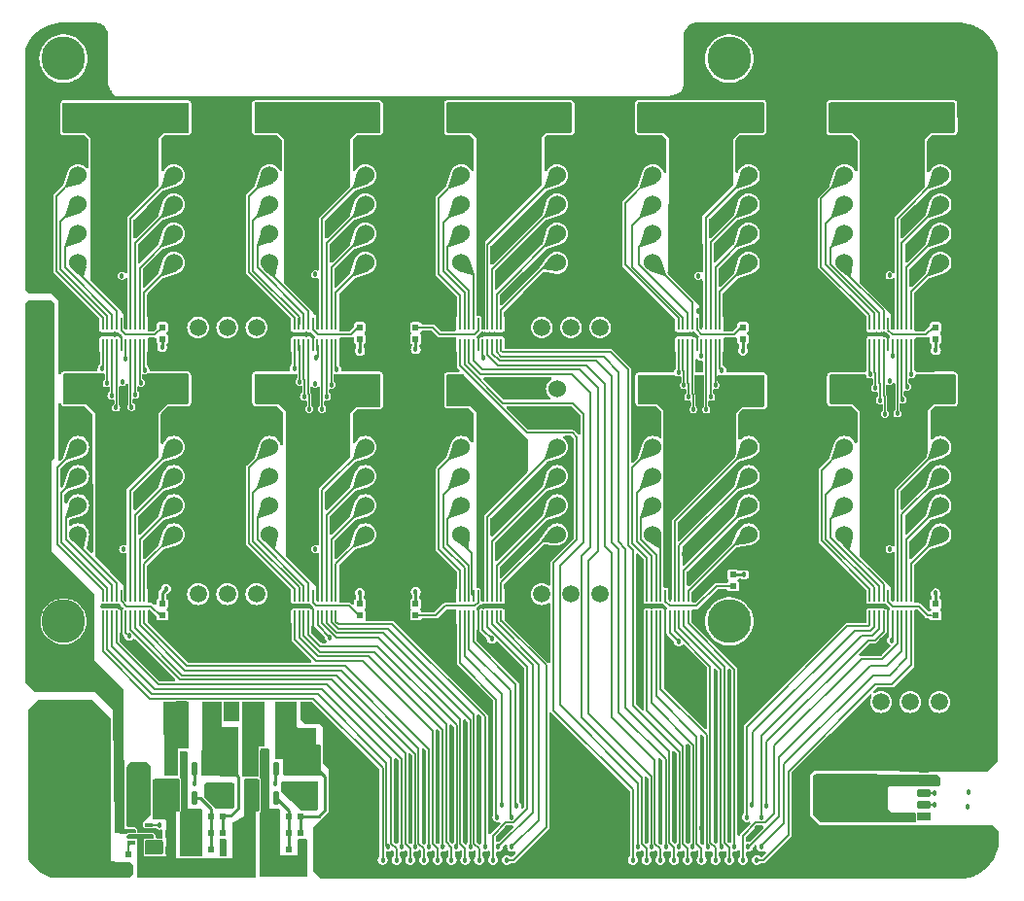
<source format=gbr>
%TF.GenerationSoftware,KiCad,Pcbnew,8.0.1*%
%TF.CreationDate,2025-03-26T15:35:38+05:30*%
%TF.ProjectId,GPIO HAT 2,4750494f-2048-4415-9420-322e6b696361,rev?*%
%TF.SameCoordinates,Original*%
%TF.FileFunction,Copper,L1,Top*%
%TF.FilePolarity,Positive*%
%FSLAX46Y46*%
G04 Gerber Fmt 4.6, Leading zero omitted, Abs format (unit mm)*
G04 Created by KiCad (PCBNEW 8.0.1) date 2025-03-26 15:35:38*
%MOMM*%
%LPD*%
G01*
G04 APERTURE LIST*
G04 Aperture macros list*
%AMRoundRect*
0 Rectangle with rounded corners*
0 $1 Rounding radius*
0 $2 $3 $4 $5 $6 $7 $8 $9 X,Y pos of 4 corners*
0 Add a 4 corners polygon primitive as box body*
4,1,4,$2,$3,$4,$5,$6,$7,$8,$9,$2,$3,0*
0 Add four circle primitives for the rounded corners*
1,1,$1+$1,$2,$3*
1,1,$1+$1,$4,$5*
1,1,$1+$1,$6,$7*
1,1,$1+$1,$8,$9*
0 Add four rect primitives between the rounded corners*
20,1,$1+$1,$2,$3,$4,$5,0*
20,1,$1+$1,$4,$5,$6,$7,0*
20,1,$1+$1,$6,$7,$8,$9,0*
20,1,$1+$1,$8,$9,$2,$3,0*%
G04 Aperture macros list end*
%TA.AperFunction,SMDPad,CuDef*%
%ADD10R,0.600000X0.500000*%
%TD*%
%TA.AperFunction,SMDPad,CuDef*%
%ADD11R,0.762000X0.762000*%
%TD*%
%TA.AperFunction,SMDPad,CuDef*%
%ADD12R,0.500000X0.600000*%
%TD*%
%TA.AperFunction,SMDPad,CuDef*%
%ADD13R,0.200000X1.000000*%
%TD*%
%TA.AperFunction,ComponentPad*%
%ADD14C,1.524000*%
%TD*%
%TA.AperFunction,ComponentPad*%
%ADD15C,1.500000*%
%TD*%
%TA.AperFunction,ComponentPad*%
%ADD16C,3.810000*%
%TD*%
%TA.AperFunction,SMDPad,CuDef*%
%ADD17R,1.600000X3.499990*%
%TD*%
%TA.AperFunction,SMDPad,CuDef*%
%ADD18RoundRect,0.147500X-0.147500X0.457500X-0.147500X-0.457500X0.147500X-0.457500X0.147500X0.457500X0*%
%TD*%
%TA.AperFunction,SMDPad,CuDef*%
%ADD19RoundRect,0.175000X0.425000X-0.175000X0.425000X0.175000X-0.425000X0.175000X-0.425000X-0.175000X0*%
%TD*%
%TA.AperFunction,SMDPad,CuDef*%
%ADD20RoundRect,0.190000X-0.410000X0.190000X-0.410000X-0.190000X0.410000X-0.190000X0.410000X0.190000X0*%
%TD*%
%TA.AperFunction,SMDPad,CuDef*%
%ADD21RoundRect,0.200000X-0.400000X0.200000X-0.400000X-0.200000X0.400000X-0.200000X0.400000X0.200000X0*%
%TD*%
%TA.AperFunction,SMDPad,CuDef*%
%ADD22RoundRect,0.175000X-0.425000X0.175000X-0.425000X-0.175000X0.425000X-0.175000X0.425000X0.175000X0*%
%TD*%
%TA.AperFunction,SMDPad,CuDef*%
%ADD23RoundRect,0.190000X0.410000X-0.190000X0.410000X0.190000X-0.410000X0.190000X-0.410000X-0.190000X0*%
%TD*%
%TA.AperFunction,SMDPad,CuDef*%
%ADD24RoundRect,0.200000X0.400000X-0.200000X0.400000X0.200000X-0.400000X0.200000X-0.400000X-0.200000X0*%
%TD*%
%TA.AperFunction,ComponentPad*%
%ADD25O,1.700000X1.100000*%
%TD*%
%TA.AperFunction,SMDPad,CuDef*%
%ADD26R,0.660000X0.320000*%
%TD*%
%TA.AperFunction,ViaPad*%
%ADD27C,0.456997*%
%TD*%
%TA.AperFunction,ViaPad*%
%ADD28C,0.457000*%
%TD*%
%TA.AperFunction,Conductor*%
%ADD29C,0.254000*%
%TD*%
%TA.AperFunction,Conductor*%
%ADD30C,0.171958*%
%TD*%
%TA.AperFunction,Conductor*%
%ADD31C,0.203200*%
%TD*%
%TA.AperFunction,Conductor*%
%ADD32C,0.127000*%
%TD*%
%TA.AperFunction,Conductor*%
%ADD33C,0.152400*%
%TD*%
G04 APERTURE END LIST*
D10*
%TO.P,R17,1*%
%TO.N,3.3V*%
X235313800Y-112674400D03*
%TO.P,R17,2*%
%TO.N,/NetR10_2*%
X235313800Y-113674400D03*
%TD*%
D11*
%TO.P,C6,1*%
%TO.N,3.3V*%
X172282240Y-127308200D03*
%TO.P,C6,2*%
%TO.N,GND*%
X172282240Y-128642210D03*
%TD*%
D12*
%TO.P,R7,1*%
%TO.N,/NETR18_1*%
X179029240Y-134077810D03*
%TO.P,R7,2*%
%TO.N,GND*%
X180029240Y-134077810D03*
%TD*%
%TO.P,R4,1*%
%TO.N,Net-(U13-ST)*%
X165043500Y-134533700D03*
%TO.P,R4,2*%
%TO.N,5V*%
X166043500Y-134533700D03*
%TD*%
D13*
%TO.P,U2,1,A1*%
%TO.N,/GPIOT__RXP17*%
X183079800Y-88293800D03*
%TO.P,U2,2,A2*%
%TO.N,/GPIOT__RXN17*%
X182679800Y-88293800D03*
%TO.P,U2,3,A3*%
%TO.N,/GPIOT__RXN09*%
X182279800Y-88293800D03*
%TO.P,U2,4,A4*%
%TO.N,/GPIOT__RXP09*%
X181879800Y-88293800D03*
%TO.P,U2,5,VCCA*%
%TO.N,VCCB_2*%
X181479800Y-88293800D03*
%TO.P,U2,6,OE*%
%TO.N,/NetR4_2*%
X181079800Y-88293800D03*
%TO.P,U2,7,A5*%
%TO.N,/GPIOT__RXN16*%
X180679800Y-88293800D03*
%TO.P,U2,8,A6*%
%TO.N,/GPIOT__RXP16*%
X180279800Y-88293800D03*
%TO.P,U2,9,A7*%
%TO.N,/GPIOT__RXN15*%
X179879800Y-88293800D03*
%TO.P,U2,10,A8*%
%TO.N,/GPIOT__RXP15*%
X179479800Y-88293800D03*
%TO.P,U2,11,B8*%
%TO.N,/GPIOT_RXP15*%
X179479800Y-90093800D03*
%TO.P,U2,12,B7*%
%TO.N,/GPIOT_RXN15*%
X179879800Y-90093800D03*
%TO.P,U2,13,B6*%
%TO.N,/GPIOT_RXP16*%
X180279800Y-90093800D03*
%TO.P,U2,14,B5*%
%TO.N,/GPIOT_RXN16*%
X180679800Y-90093800D03*
%TO.P,U2,15,GND*%
%TO.N,GND*%
X181079800Y-90093800D03*
%TO.P,U2,16,VCCB*%
%TO.N,3.3V*%
X181479800Y-90093800D03*
%TO.P,U2,17,B4*%
%TO.N,/GPIOT_RXP09*%
X181879800Y-90093800D03*
%TO.P,U2,18,B3*%
%TO.N,/GPIOT_RXN09*%
X182279800Y-90093800D03*
%TO.P,U2,19,B2*%
%TO.N,/GPIOT_RXN17*%
X182679800Y-90093800D03*
%TO.P,U2,20,B1*%
%TO.N,/GPIOT_RXP17*%
X183079800Y-90093800D03*
%TD*%
D12*
%TO.P,R1,1*%
%TO.N,3.3V*%
X173262800Y-132588000D03*
%TO.P,R1,2*%
%TO.N,/NETR16_1*%
X172262800Y-132588000D03*
%TD*%
D11*
%TO.P,C9,1,1*%
%TO.N,5V_1*%
X231937173Y-131231865D03*
%TO.P,C9,2,2*%
%TO.N,GND*%
X231937173Y-132565875D03*
%TD*%
D13*
%TO.P,U9,1,A1*%
%TO.N,/GPIOB__TXN15*%
X213779000Y-111966600D03*
%TO.P,U9,2,A2*%
%TO.N,/GPIOB__TXP15*%
X213379000Y-111966600D03*
%TO.P,U9,3,A3*%
%TO.N,/GPIOB__TXP11*%
X212979000Y-111966600D03*
%TO.P,U9,4,A4*%
%TO.N,/GPIOB__TXN11*%
X212579000Y-111966600D03*
%TO.P,U9,5,VCCA*%
%TO.N,VCCB_3*%
X212179000Y-111966600D03*
%TO.P,U9,6,OE*%
%TO.N,/Net8_2*%
X211779000Y-111966600D03*
%TO.P,U9,7,A5*%
%TO.N,/GPIOB__TXN07*%
X211379000Y-111966600D03*
%TO.P,U9,8,A6*%
%TO.N,/GPIOB__TXP07*%
X210979000Y-111966600D03*
%TO.P,U9,9,A7*%
%TO.N,/GPIOB__TXP08*%
X210579000Y-111966600D03*
%TO.P,U9,10,A8*%
%TO.N,/GPIOB__TXN08*%
X210179000Y-111966600D03*
%TO.P,U9,11,B8*%
%TO.N,/GPIOB_TXN08*%
X210179000Y-113766600D03*
%TO.P,U9,12,B7*%
%TO.N,/GPIOB_TXP08*%
X210579000Y-113766600D03*
%TO.P,U9,13,B6*%
%TO.N,/GPIOB_TXP07*%
X210979000Y-113766600D03*
%TO.P,U9,14,B5*%
%TO.N,/GPIOB_TXN07*%
X211379000Y-113766600D03*
%TO.P,U9,15,GND*%
%TO.N,GND*%
X211779000Y-113766600D03*
%TO.P,U9,16,VCCB*%
%TO.N,3.3V*%
X212179000Y-113766600D03*
%TO.P,U9,17,B4*%
%TO.N,/GPIOB_TXN11*%
X212579000Y-113766600D03*
%TO.P,U9,18,B3*%
%TO.N,/GPIOB_TXP11*%
X212979000Y-113766600D03*
%TO.P,U9,19,B2*%
%TO.N,/GPIOB_TXP15*%
X213379000Y-113766600D03*
%TO.P,U9,20,B1*%
%TO.N,/GPIOB_TXN15*%
X213779000Y-113766600D03*
%TD*%
D12*
%TO.P,C10,1*%
%TO.N,5V*%
X166043500Y-135693500D03*
%TO.P,C10,2*%
%TO.N,GND*%
X165043500Y-135693500D03*
%TD*%
D14*
%TO.P,J17,1,1*%
%TO.N,VCCB_5*%
X227380304Y-70256400D03*
%TO.P,J17,2,2*%
%TO.N,GND*%
X227380304Y-72796400D03*
%TO.P,J17,3,3*%
%TO.N,/GPIOB__TXP09*%
X227380304Y-75336400D03*
%TO.P,J17,4,4*%
%TO.N,/GPIOB__TXN09*%
X227380304Y-77876400D03*
%TO.P,J17,5,4*%
%TO.N,/GPIOB__TXN10*%
X227380304Y-80416400D03*
%TO.P,J17,6,6*%
%TO.N,/GPIOB__TXP10*%
X227380304Y-82956400D03*
%TD*%
D10*
%TO.P,R14,1*%
%TO.N,3.3V*%
X185178700Y-89585800D03*
%TO.P,R14,2*%
%TO.N,/NetR4_2*%
X185178700Y-88585800D03*
%TD*%
D15*
%TO.P,JM1,1,1*%
%TO.N,3.3V*%
X171094400Y-88595200D03*
%TO.P,JM1,2,2*%
%TO.N,VCCB_2*%
X173634400Y-88595200D03*
%TO.P,JM1,3,3*%
%TO.N,1.8V*%
X176174400Y-88595200D03*
%TD*%
D14*
%TO.P,J7,1,1*%
%TO.N,VCCB_2*%
X177325376Y-70256400D03*
%TO.P,J7,2,2*%
%TO.N,GND*%
X177325376Y-72796400D03*
%TO.P,J7,3,3*%
%TO.N,/GPIOT__RXP15*%
X177325376Y-75336400D03*
%TO.P,J7,4,4*%
%TO.N,/GPIOT__RXN15*%
X177325376Y-77876400D03*
%TO.P,J7,5,4*%
%TO.N,/GPIOT__RXP16*%
X177325376Y-80416400D03*
%TO.P,J7,6,6*%
%TO.N,/GPIOT__RXN16*%
X177325376Y-82956400D03*
%TD*%
%TO.P,J1,1,1*%
%TO.N,VCCB_1*%
X160640400Y-93929200D03*
%TO.P,J1,2,2*%
%TO.N,GND*%
X160640400Y-96469200D03*
%TO.P,J1,3,3*%
%TO.N,/GPIOT__RXP03*%
X160640400Y-99009200D03*
%TO.P,J1,4,4*%
%TO.N,/GPIOT__RXN03*%
X160640400Y-101549200D03*
%TO.P,J1,5,4*%
%TO.N,/GPIOT__RXP08*%
X160640400Y-104089200D03*
%TO.P,J1,6,6*%
%TO.N,/GPIOT__RXN08*%
X160640400Y-106629200D03*
%TD*%
D11*
%TO.P,C18,1*%
%TO.N,1.8V*%
X181011110Y-124309385D03*
%TO.P,C18,2*%
%TO.N,GND*%
X182345120Y-124309385D03*
%TD*%
%TO.P,C17,1*%
%TO.N,1.8V*%
X179625350Y-127308200D03*
%TO.P,C17,2*%
%TO.N,GND*%
X179625350Y-128642210D03*
%TD*%
%TO.P,C3,1,1*%
%TO.N,5V*%
X168596910Y-131197570D03*
%TO.P,C3,2,2*%
%TO.N,GND*%
X169930920Y-131197570D03*
%TD*%
D14*
%TO.P,J19,1,1*%
%TO.N,VCCB_5*%
X227380304Y-93929200D03*
%TO.P,J19,2,2*%
%TO.N,GND*%
X227380304Y-96469200D03*
%TO.P,J19,3,3*%
%TO.N,/GPIOB__TXN17*%
X227380304Y-99009200D03*
%TO.P,J19,4,4*%
%TO.N,/GPIOB__TXP17*%
X227380304Y-101549200D03*
%TO.P,J19,5,4*%
%TO.N,/GPIOB__TXN16*%
X227380304Y-104089200D03*
%TO.P,J19,6,6*%
%TO.N,/GPIOB__TXP16*%
X227380304Y-106629200D03*
%TD*%
D13*
%TO.P,U8,1,A1*%
%TO.N,/GPIOT__RXP13*%
X197478400Y-111966600D03*
%TO.P,U8,2,A2*%
%TO.N,/GPIOT__RXN13*%
X197078400Y-111966600D03*
%TO.P,U8,3,A3*%
%TO.N,/GPIOT__RXN11*%
X196678400Y-111966600D03*
%TO.P,U8,4,A4*%
%TO.N,/GPIOT__RXP11*%
X196278400Y-111966600D03*
%TO.P,U8,5,VCCA*%
%TO.N,VCCB_3*%
X195878400Y-111966600D03*
%TO.P,U8,6,OE*%
%TO.N,/NetR5_2*%
X195478400Y-111966600D03*
%TO.P,U8,7,A5*%
%TO.N,/GPIOT__RXN14*%
X195078400Y-111966600D03*
%TO.P,U8,8,A6*%
%TO.N,/GPIOT__RXP14*%
X194678400Y-111966600D03*
%TO.P,U8,9,A7*%
%TO.N,/GPIOT__RXN12*%
X194278400Y-111966600D03*
%TO.P,U8,10,A8*%
%TO.N,/GPIOT__RXP12*%
X193878400Y-111966600D03*
%TO.P,U8,11,B8*%
%TO.N,/GPIOT_RXP12*%
X193878400Y-113766600D03*
%TO.P,U8,12,B7*%
%TO.N,/GPIOT_RXN12*%
X194278400Y-113766600D03*
%TO.P,U8,13,B6*%
%TO.N,/GPIOT_RXP14*%
X194678400Y-113766600D03*
%TO.P,U8,14,B5*%
%TO.N,/GPIOT_RXN14*%
X195078400Y-113766600D03*
%TO.P,U8,15,GND*%
%TO.N,GND*%
X195478400Y-113766600D03*
%TO.P,U8,16,VCCB*%
%TO.N,3.3V*%
X195878400Y-113766600D03*
%TO.P,U8,17,B4*%
%TO.N,/GPIOT_RXP11*%
X196278400Y-113766600D03*
%TO.P,U8,18,B3*%
%TO.N,/GPIOT_RXN11*%
X196678400Y-113766600D03*
%TO.P,U8,19,B2*%
%TO.N,/GPIOT_RXN13*%
X197078400Y-113766600D03*
%TO.P,U8,20,B1*%
%TO.N,/GPIOT_RXP13*%
X197478400Y-113766600D03*
%TD*%
D10*
%TO.P,R8,1*%
%TO.N,3.3V*%
X167970200Y-112674400D03*
%TO.P,R8,2*%
%TO.N,/NetR1_2*%
X167970200Y-113674400D03*
%TD*%
D12*
%TO.P,C4,1*%
%TO.N,3.3V*%
X173262800Y-131165600D03*
%TO.P,C4,2*%
%TO.N,/NETR16_1*%
X172262800Y-131165600D03*
%TD*%
D16*
%TO.P,REF\u002A\u002A,*%
%TO.N,*%
X217347800Y-65176400D03*
%TD*%
%TO.P,REF\u002A\u002A,*%
%TO.N,*%
X159385000Y-114198400D03*
%TD*%
D14*
%TO.P,J14,1,1*%
%TO.N,VCCB_4*%
X219037816Y-70256400D03*
%TO.P,J14,2,2*%
%TO.N,GND*%
X219037816Y-72796400D03*
%TO.P,J14,3,3*%
%TO.N,/GPIOB__TXP04*%
X219037816Y-75336400D03*
%TO.P,J14,4,4*%
%TO.N,/GPIOB__TXN04*%
X219037816Y-77876400D03*
%TO.P,J14,5,4*%
%TO.N,/GPIOB__TXN06*%
X219037816Y-80416400D03*
%TO.P,J14,6,6*%
%TO.N,/GPIOB__TXP06*%
X219037816Y-82956400D03*
%TD*%
D13*
%TO.P,U5,1,A1*%
%TO.N,/GPIOB__TXN12*%
X233176400Y-88293800D03*
%TO.P,U5,2,A2*%
%TO.N,/GPIOB__TXP12*%
X232776400Y-88293800D03*
%TO.P,U5,3,A3*%
%TO.N,/GPIOB__TXP18*%
X232376400Y-88293800D03*
%TO.P,U5,4,A4*%
%TO.N,/GPIOB__TXN18*%
X231976400Y-88293800D03*
%TO.P,U5,5,VCCA*%
%TO.N,VCCB_5*%
X231576400Y-88293800D03*
%TO.P,U5,6,OE*%
%TO.N,/NetR9_2*%
X231176400Y-88293800D03*
%TO.P,U5,7,A5*%
%TO.N,/GPIOB__TXP10*%
X230776400Y-88293800D03*
%TO.P,U5,8,A6*%
%TO.N,/GPIOB__TXN10*%
X230376400Y-88293800D03*
%TO.P,U5,9,A7*%
%TO.N,/GPIOB__TXN09*%
X229976400Y-88293800D03*
%TO.P,U5,10,A8*%
%TO.N,/GPIOB__TXP09*%
X229576400Y-88293800D03*
%TO.P,U5,11,B8*%
%TO.N,/GPIOB_TXP09*%
X229576400Y-90093800D03*
%TO.P,U5,12,B7*%
%TO.N,/GPIOB_TXN09*%
X229976400Y-90093800D03*
%TO.P,U5,13,B6*%
%TO.N,/GPIOB_TXN10*%
X230376400Y-90093800D03*
%TO.P,U5,14,B5*%
%TO.N,/GPIOB_TXP10*%
X230776400Y-90093800D03*
%TO.P,U5,15,GND*%
%TO.N,GND*%
X231176400Y-90093800D03*
%TO.P,U5,16,VCCB*%
%TO.N,3.3V*%
X231576400Y-90093800D03*
%TO.P,U5,17,B4*%
%TO.N,/GPIOB_TXN18*%
X231976400Y-90093800D03*
%TO.P,U5,18,B3*%
%TO.N,/GPIOB_TXP18*%
X232376400Y-90093800D03*
%TO.P,U5,19,B2*%
%TO.N,/GPIOB_TXP12*%
X232776400Y-90093800D03*
%TO.P,U5,20,B1*%
%TO.N,/GPIOB_TXN12*%
X233176400Y-90093800D03*
%TD*%
D14*
%TO.P,J4,1,1*%
%TO.N,VCCB_2*%
X168982888Y-70256400D03*
%TO.P,J4,2,2*%
%TO.N,GND*%
X168982888Y-72796400D03*
%TO.P,J4,3,3*%
%TO.N,/GPIOT__RXP05*%
X168982888Y-75336400D03*
%TO.P,J4,4,4*%
%TO.N,/GPIOT__RXN05*%
X168982888Y-77876400D03*
%TO.P,J4,5,4*%
%TO.N,/GPIOT__RXN20*%
X168982888Y-80416400D03*
%TO.P,J4,6,6*%
%TO.N,/GPIOT__RXP20*%
X168982888Y-82956400D03*
%TD*%
D12*
%TO.P,C15,1*%
%TO.N,1.8V*%
X180029240Y-131165600D03*
%TO.P,C15,2*%
%TO.N,/NETR18_1*%
X179029240Y-131165600D03*
%TD*%
D10*
%TO.P,R16,1*%
%TO.N,3.3V*%
X235313800Y-89585800D03*
%TO.P,R16,2*%
%TO.N,/NetR9_2*%
X235313800Y-88585800D03*
%TD*%
D14*
%TO.P,J11,1,1*%
%TO.N,VCCB_4*%
X194010352Y-70256400D03*
%TO.P,J11,2,2*%
%TO.N,GND*%
X194010352Y-72796400D03*
%TO.P,J11,3,3*%
%TO.N,/GPIOB__TXN13*%
X194010352Y-75336400D03*
%TO.P,J11,4,4*%
%TO.N,/GPIOB__TXP13*%
X194010352Y-77876400D03*
%TO.P,J11,5,4*%
%TO.N,/GPIOB__TXN02*%
X194010352Y-80416400D03*
%TO.P,J11,6,6*%
%TO.N,/GPIOB__TXP02*%
X194010352Y-82956400D03*
%TD*%
D10*
%TO.P,R12,1*%
%TO.N,3.3V*%
X218516200Y-89585800D03*
%TO.P,R12,2*%
%TO.N,/NetR7_2*%
X218516200Y-88585800D03*
%TD*%
D16*
%TO.P,REF\u002A\u002A,*%
%TO.N,*%
X217347800Y-114198400D03*
%TD*%
D11*
%TO.P,C1,1,1*%
%TO.N,5V*%
X168596910Y-134194685D03*
%TO.P,C1,2,2*%
%TO.N,GND*%
X169930920Y-134194685D03*
%TD*%
D14*
%TO.P,J18,1,1*%
%TO.N,VCCB_5*%
X235722800Y-70256400D03*
%TO.P,J18,2,2*%
%TO.N,GND*%
X235722800Y-72796400D03*
%TO.P,J18,3,3*%
%TO.N,/GPIOB__TXN18*%
X235722800Y-75336400D03*
%TO.P,J18,4,4*%
%TO.N,/GPIOB__TXP18*%
X235722800Y-77876400D03*
%TO.P,J18,5,4*%
%TO.N,/GPIOB__TXP12*%
X235722800Y-80416400D03*
%TO.P,J18,6,6*%
%TO.N,/GPIOB__TXN12*%
X235722800Y-82956400D03*
%TD*%
D11*
%TO.P,C8,1,1*%
%TO.N,5V_1*%
X231913353Y-128202310D03*
%TO.P,C8,2,2*%
%TO.N,GND*%
X231913353Y-126868300D03*
%TD*%
D17*
%TO.P,L1,1,1*%
%TO.N,/NETL1_1*%
X169434440Y-123366015D03*
%TO.P,L1,2,2*%
%TO.N,3.3V*%
X172234440Y-123366015D03*
%TD*%
D15*
%TO.P,J24,1,1*%
%TO.N,VCC5V*%
X157683200Y-87833200D03*
%TO.P,J24,2,2*%
%TO.N,GND*%
X160223200Y-87833200D03*
%TO.P,J24,3,3*%
%TO.N,VCC5V*%
X157683200Y-90373200D03*
%TO.P,J24,4,3*%
%TO.N,GND*%
X160223200Y-90373200D03*
%TD*%
D11*
%TO.P,C5,1*%
%TO.N,3.3V*%
X173780840Y-127309985D03*
%TO.P,C5,2*%
%TO.N,GND*%
X173780840Y-128643995D03*
%TD*%
D13*
%TO.P,U3,1,A1*%
%TO.N,/GPIOB__TXP01*%
X197478400Y-88293800D03*
%TO.P,U3,2,A2*%
%TO.N,/GPIOB__TXN01*%
X197078400Y-88293800D03*
%TO.P,U3,3,A3*%
%TO.N,/GPIOB__TXP00*%
X196678400Y-88293800D03*
%TO.P,U3,4,A4*%
%TO.N,/GPIOB__TXN00*%
X196278400Y-88293800D03*
%TO.P,U3,5,VCCA*%
%TO.N,VCCB_4*%
X195878400Y-88293800D03*
%TO.P,U3,6,OE*%
%TO.N,/NetR6_2*%
X195478400Y-88293800D03*
%TO.P,U3,7,A5*%
%TO.N,/GPIOB__TXP02*%
X195078400Y-88293800D03*
%TO.P,U3,8,A6*%
%TO.N,/GPIOB__TXN02*%
X194678400Y-88293800D03*
%TO.P,U3,9,A7*%
%TO.N,/GPIOB__TXP13*%
X194278400Y-88293800D03*
%TO.P,U3,10,A8*%
%TO.N,/GPIOB__TXN13*%
X193878400Y-88293800D03*
%TO.P,U3,11,B8*%
%TO.N,/GPIOB_TXN13*%
X193878400Y-90093800D03*
%TO.P,U3,12,B7*%
%TO.N,/GPIOB_TXP13*%
X194278400Y-90093800D03*
%TO.P,U3,13,B6*%
%TO.N,/GPIOB_TXN02*%
X194678400Y-90093800D03*
%TO.P,U3,14,B5*%
%TO.N,/GPIOB_TXP02*%
X195078400Y-90093800D03*
%TO.P,U3,15,GND*%
%TO.N,GND*%
X195478400Y-90093800D03*
%TO.P,U3,16,VCCB*%
%TO.N,3.3V*%
X195878400Y-90093800D03*
%TO.P,U3,17,B4*%
%TO.N,/GPIOB_TXN00*%
X196278400Y-90093800D03*
%TO.P,U3,18,B3*%
%TO.N,/GPIOB_TXP00*%
X196678400Y-90093800D03*
%TO.P,U3,19,B2*%
%TO.N,/GPIOB_TXN01*%
X197078400Y-90093800D03*
%TO.P,U3,20,B1*%
%TO.N,/GPIOB_TXP01*%
X197478400Y-90093800D03*
%TD*%
D11*
%TO.P,C16,1*%
%TO.N,1.8V*%
X181113910Y-127309985D03*
%TO.P,C16,2*%
%TO.N,GND*%
X181113910Y-128643995D03*
%TD*%
D12*
%TO.P,R2,1*%
%TO.N,/NETR16_1*%
X172262800Y-134077810D03*
%TO.P,R2,2*%
%TO.N,GND*%
X173262800Y-134077810D03*
%TD*%
D18*
%TO.P,U11,1,EN*%
%TO.N,5V*%
X170799160Y-127037595D03*
%TO.P,U11,2,GND*%
%TO.N,GND*%
X169849160Y-127037595D03*
%TO.P,U11,3,LX*%
%TO.N,/NETL1_1*%
X168899160Y-127037595D03*
%TO.P,U11,4,VIN*%
%TO.N,5V*%
X168899160Y-129547595D03*
%TO.P,U11,5,FB*%
%TO.N,/NETR16_1*%
X170799160Y-129547595D03*
%TD*%
D11*
%TO.P,C13,1,1*%
%TO.N,5V*%
X175524930Y-132697955D03*
%TO.P,C13,2,2*%
%TO.N,GND*%
X176858940Y-132697955D03*
%TD*%
D13*
%TO.P,U10,1,A1*%
%TO.N,/GPIOB__TXP19*%
X233176400Y-111966600D03*
%TO.P,U10,2,A2*%
%TO.N,/GPIOB__TXN19*%
X232776400Y-111966600D03*
%TO.P,U10,3,A3*%
%TO.N,/GPIOB__TXP14*%
X232376400Y-111966600D03*
%TO.P,U10,4,A4*%
%TO.N,/GPIOB__TXN14*%
X231976400Y-111966600D03*
%TO.P,U10,5,VCCA*%
%TO.N,VCCB_5*%
X231576400Y-111966600D03*
%TO.P,U10,6,OE*%
%TO.N,/NetR10_2*%
X231176400Y-111966600D03*
%TO.P,U10,7,A5*%
%TO.N,/GPIOB__TXP16*%
X230776400Y-111966600D03*
%TO.P,U10,8,A6*%
%TO.N,/GPIOB__TXN16*%
X230376400Y-111966600D03*
%TO.P,U10,9,A7*%
%TO.N,/GPIOB__TXP17*%
X229976400Y-111966600D03*
%TO.P,U10,10,A8*%
%TO.N,/GPIOB__TXN17*%
X229576400Y-111966600D03*
%TO.P,U10,11,B8*%
%TO.N,/GPIOB_TXN17*%
X229576400Y-113766600D03*
%TO.P,U10,12,B7*%
%TO.N,/GPIOB_TXP17*%
X229976400Y-113766600D03*
%TO.P,U10,13,B6*%
%TO.N,/GPIOB_TXN16*%
X230376400Y-113766600D03*
%TO.P,U10,14,B5*%
%TO.N,/GPIOB_TXP16*%
X230776400Y-113766600D03*
%TO.P,U10,15,GND*%
%TO.N,GND*%
X231176400Y-113766600D03*
%TO.P,U10,16,VCCB*%
%TO.N,3.3V*%
X231576400Y-113766600D03*
%TO.P,U10,17,B4*%
%TO.N,/GPIOB_TXN14*%
X231976400Y-113766600D03*
%TO.P,U10,18,B3*%
%TO.N,/GPIOB_TXP14*%
X232376400Y-113766600D03*
%TO.P,U10,19,B2*%
%TO.N,/GPIOB_TXN19*%
X232776400Y-113766600D03*
%TO.P,U10,20,B1*%
%TO.N,/GPIOB_TXP19*%
X233176400Y-113766600D03*
%TD*%
%TO.P,U4,1,A1*%
%TO.N,/GPIOB__TXP06*%
X216522200Y-88293800D03*
%TO.P,U4,2,A2*%
%TO.N,/GPIOB__TXN06*%
X216122200Y-88293800D03*
%TO.P,U4,3,A3*%
%TO.N,/GPIOB__TXN04*%
X215722200Y-88293800D03*
%TO.P,U4,4,A4*%
%TO.N,/GPIOB__TXP04*%
X215322200Y-88293800D03*
%TO.P,U4,5,VCCA*%
%TO.N,VCCB_4*%
X214922200Y-88293800D03*
%TO.P,U4,6,OE*%
%TO.N,/NetR7_2*%
X214522200Y-88293800D03*
%TO.P,U4,7,A5*%
%TO.N,/GPIOB__TXN03*%
X214122200Y-88293800D03*
%TO.P,U4,8,A6*%
%TO.N,/GPIOB__TXP03*%
X213722200Y-88293800D03*
%TO.P,U4,9,A7*%
%TO.N,/GPIOB__TXP05*%
X213322200Y-88293800D03*
%TO.P,U4,10,A8*%
%TO.N,/GPIOB__TXN05*%
X212922200Y-88293800D03*
%TO.P,U4,11,B8*%
%TO.N,/GPIOB_TXN05*%
X212922200Y-90093800D03*
%TO.P,U4,12,B7*%
%TO.N,/GPIOB_TXP05*%
X213322200Y-90093800D03*
%TO.P,U4,13,B6*%
%TO.N,/GPIOB_TXP03*%
X213722200Y-90093800D03*
%TO.P,U4,14,B5*%
%TO.N,/GPIOB_TXN03*%
X214122200Y-90093800D03*
%TO.P,U4,15,GND*%
%TO.N,GND*%
X214522200Y-90093800D03*
%TO.P,U4,16,VCCB*%
%TO.N,3.3V*%
X214922200Y-90093800D03*
%TO.P,U4,17,B4*%
%TO.N,/GPIOB_TXP04*%
X215322200Y-90093800D03*
%TO.P,U4,18,B3*%
%TO.N,/GPIOB_TXN04*%
X215722200Y-90093800D03*
%TO.P,U4,19,B2*%
%TO.N,/GPIOB_TXN06*%
X216122200Y-90093800D03*
%TO.P,U4,20,B1*%
%TO.N,/GPIOB_TXP06*%
X216522200Y-90093800D03*
%TD*%
D15*
%TO.P,JM5,1,1*%
%TO.N,3.3V*%
X230555800Y-121234200D03*
%TO.P,JM5,2,2*%
%TO.N,VCCB_5*%
X233095800Y-121234200D03*
%TO.P,JM5,3,3*%
%TO.N,1.8V*%
X235635800Y-121234200D03*
%TD*%
D14*
%TO.P,J10,1,1*%
%TO.N,VCCB_3*%
X202352840Y-93929200D03*
%TO.P,J10,2,2*%
%TO.N,GND*%
X202352840Y-96469200D03*
%TO.P,J10,3,3*%
%TO.N,/GPIOT__RXP11*%
X202352840Y-99009200D03*
%TO.P,J10,4,4*%
%TO.N,/GPIOT__RXN11*%
X202352840Y-101549200D03*
%TO.P,J10,5,4*%
%TO.N,/GPIOT__RXN13*%
X202352840Y-104089200D03*
%TO.P,J10,6,6*%
%TO.N,/GPIOT__RXP13*%
X202352840Y-106629200D03*
%TD*%
%TO.P,J6,1,1*%
%TO.N,VCCB_1*%
X185667864Y-93929200D03*
%TO.P,J6,2,2*%
%TO.N,GND*%
X185667864Y-96469200D03*
%TO.P,J6,3,3*%
%TO.N,/GPIOT__RXP04*%
X185667864Y-99009200D03*
%TO.P,J6,4,4*%
%TO.N,/GPIOT__RXN04*%
X185667864Y-101549200D03*
%TO.P,J6,5,4*%
%TO.N,/GPIOT__RXP07*%
X185667864Y-104089200D03*
%TO.P,J6,6,6*%
%TO.N,/GPIOT__RXN07*%
X185667864Y-106629200D03*
%TD*%
%TO.P,J20,1,1*%
%TO.N,VCCB_5*%
X235722800Y-93929200D03*
%TO.P,J20,2,2*%
%TO.N,GND*%
X235722800Y-96469200D03*
%TO.P,J20,3,3*%
%TO.N,/GPIOB__TXN14*%
X235722800Y-99009200D03*
%TO.P,J20,4,4*%
%TO.N,/GPIOB__TXP14*%
X235722800Y-101549200D03*
%TO.P,J20,5,4*%
%TO.N,/GPIOB__TXN19*%
X235722800Y-104089200D03*
%TO.P,J20,6,6*%
%TO.N,/GPIOB__TXP19*%
X235722800Y-106629200D03*
%TD*%
D10*
%TO.P,R15,1*%
%TO.N,3.3V*%
X190042800Y-112674400D03*
%TO.P,R15,2*%
%TO.N,/NetR5_2*%
X190042800Y-113674400D03*
%TD*%
D16*
%TO.P,REF\u002A\u002A,*%
%TO.N,*%
X159385000Y-65176400D03*
%TD*%
D10*
%TO.P,R9,1*%
%TO.N,3.3V*%
X167970200Y-89585800D03*
%TO.P,R9,2*%
%TO.N,/NetR2_2*%
X167970200Y-88585800D03*
%TD*%
D14*
%TO.P,J8,1,1*%
%TO.N,VCCB_2*%
X185667864Y-70256400D03*
%TO.P,J8,2,2*%
%TO.N,GND*%
X185667864Y-72796400D03*
%TO.P,J8,3,3*%
%TO.N,/GPIOT__RXP09*%
X185667864Y-75336400D03*
%TO.P,J8,4,4*%
%TO.N,/GPIOT__RXN09*%
X185667864Y-77876400D03*
%TO.P,J8,5,4*%
%TO.N,/GPIOT__RXN17*%
X185667864Y-80416400D03*
%TO.P,J8,6,6*%
%TO.N,/GPIOT__RXP17*%
X185667864Y-82956400D03*
%TD*%
D10*
%TO.P,R11,1*%
%TO.N,3.3V*%
X190042800Y-89585800D03*
%TO.P,R11,2*%
%TO.N,/NetR6_2*%
X190042800Y-88585800D03*
%TD*%
%TO.P,R10,1*%
%TO.N,3.3V*%
X185178700Y-112674400D03*
%TO.P,R10,2*%
%TO.N,/NetR3_2*%
X185178700Y-113674400D03*
%TD*%
D15*
%TO.P,JM3,1,1*%
%TO.N,3.3V*%
X171094400Y-111836200D03*
%TO.P,JM3,2,2*%
%TO.N,VCCB_1*%
X173634400Y-111836200D03*
%TO.P,JM3,3,3*%
%TO.N,1.8V*%
X176174400Y-111836200D03*
%TD*%
D13*
%TO.P,U1,1,A1*%
%TO.N,/GPIOT__RXP20*%
X166402800Y-88293800D03*
%TO.P,U1,2,A2*%
%TO.N,/GPIOT__RXN20*%
X166002800Y-88293800D03*
%TO.P,U1,3,A3*%
%TO.N,/GPIOT__RXN05*%
X165602800Y-88293800D03*
%TO.P,U1,4,A4*%
%TO.N,/GPIOT__RXP05*%
X165202800Y-88293800D03*
%TO.P,U1,5,VCCA*%
%TO.N,VCCB_2*%
X164802800Y-88293800D03*
%TO.P,U1,6,OE*%
%TO.N,/NetR2_2*%
X164402800Y-88293800D03*
%TO.P,U1,7,A5*%
%TO.N,/GPIOT__RXP01*%
X164002800Y-88293800D03*
%TO.P,U1,8,A6*%
%TO.N,/GPIOT__RXN01*%
X163602800Y-88293800D03*
%TO.P,U1,9,A7*%
%TO.N,/GPIOT__RXN06*%
X163202800Y-88293800D03*
%TO.P,U1,10,A8*%
%TO.N,/GPIOT__RXP06*%
X162802800Y-88293800D03*
%TO.P,U1,11,B8*%
%TO.N,/GPIOT_RXP06*%
X162802800Y-90093800D03*
%TO.P,U1,12,B7*%
%TO.N,/GPIOT_RXN06*%
X163202800Y-90093800D03*
%TO.P,U1,13,B6*%
%TO.N,/GPIOT_RXN01*%
X163602800Y-90093800D03*
%TO.P,U1,14,B5*%
%TO.N,/GPIOT_RXP01*%
X164002800Y-90093800D03*
%TO.P,U1,15,GND*%
%TO.N,GND*%
X164402800Y-90093800D03*
%TO.P,U1,16,VCCB*%
%TO.N,3.3V*%
X164802800Y-90093800D03*
%TO.P,U1,17,B4*%
%TO.N,/GPIOT_RXP05*%
X165202800Y-90093800D03*
%TO.P,U1,18,B3*%
%TO.N,/GPIOT_RXN05*%
X165602800Y-90093800D03*
%TO.P,U1,19,B2*%
%TO.N,/GPIOT_RXN20*%
X166002800Y-90093800D03*
%TO.P,U1,20,B1*%
%TO.N,/GPIOT_RXP20*%
X166402800Y-90093800D03*
%TD*%
D14*
%TO.P,J13,1,1*%
%TO.N,VCCB_4*%
X210695328Y-70256400D03*
%TO.P,J13,2,2*%
%TO.N,GND*%
X210695328Y-72796400D03*
%TO.P,J13,3,3*%
%TO.N,/GPIOB__TXN05*%
X210695328Y-75336400D03*
%TO.P,J13,4,4*%
%TO.N,/GPIOB__TXP05*%
X210695328Y-77876400D03*
%TO.P,J13,5,4*%
%TO.N,/GPIOB__TXP03*%
X210695328Y-80416400D03*
%TO.P,J13,6,6*%
%TO.N,/GPIOB__TXN03*%
X210695328Y-82956400D03*
%TD*%
%TO.P,J16,1,1*%
%TO.N,VCCB_3*%
X219037816Y-93929200D03*
%TO.P,J16,2,2*%
%TO.N,GND*%
X219037816Y-96469200D03*
%TO.P,J16,3,3*%
%TO.N,/GPIOB__TXN11*%
X219037816Y-99009200D03*
%TO.P,J16,4,4*%
%TO.N,/GPIOB__TXP11*%
X219037816Y-101549200D03*
%TO.P,J16,5,4*%
%TO.N,/GPIOB__TXP15*%
X219037816Y-104089200D03*
%TO.P,J16,6,6*%
%TO.N,/GPIOB__TXN15*%
X219037816Y-106629200D03*
%TD*%
%TO.P,J2,1,1*%
%TO.N,VCCB_1*%
X168982888Y-93929200D03*
%TO.P,J2,2,2*%
%TO.N,GND*%
X168982888Y-96469200D03*
%TO.P,J2,3,3*%
%TO.N,/GPIOT__RXN21*%
X168982888Y-99009200D03*
%TO.P,J2,4,4*%
%TO.N,/GPIOT__RXP21*%
X168982888Y-101549200D03*
%TO.P,J2,5,4*%
%TO.N,/GPIOT__RXP18*%
X168982888Y-104089200D03*
%TO.P,J2,6,6*%
%TO.N,/GPIOT__RXN18*%
X168982888Y-106629200D03*
%TD*%
D19*
%TO.P,J23,A5,CC1*%
%TO.N,Net-(J23-CC1)*%
X234279600Y-130198400D03*
D20*
%TO.P,J23,A9,VBUS*%
%TO.N,5V_1*%
X234279600Y-128178400D03*
D21*
%TO.P,J23,A12,GND*%
%TO.N,GND*%
X234279600Y-126948400D03*
D22*
%TO.P,J23,B5,CC2*%
%TO.N,Net-(J23-CC2)*%
X234279600Y-129198400D03*
D23*
%TO.P,J23,B9,VBUS*%
%TO.N,unconnected-(J23-VBUS-PadB9)*%
X234279600Y-131218400D03*
D24*
%TO.P,J23,B12,GND*%
%TO.N,GND*%
X234279600Y-132448400D03*
D25*
%TO.P,J23,S1,SHIELD*%
X234359600Y-134018400D03*
X238159600Y-134018400D03*
X234359600Y-125378400D03*
X238159600Y-125378400D03*
%TD*%
D12*
%TO.P,R6,1*%
%TO.N,1.8V*%
X180029240Y-132588000D03*
%TO.P,R6,2*%
%TO.N,/NETR18_1*%
X179029240Y-132588000D03*
%TD*%
D10*
%TO.P,R13,1*%
%TO.N,3.3V*%
X217678000Y-110134400D03*
%TO.P,R13,2*%
%TO.N,/Net8_2*%
X217678000Y-111134400D03*
%TD*%
D14*
%TO.P,J3,1,1*%
%TO.N,VCCB_2*%
X160640400Y-70256400D03*
%TO.P,J3,2,2*%
%TO.N,GND*%
X160640400Y-72796400D03*
%TO.P,J3,3,3*%
%TO.N,/GPIOT__RXP06*%
X160640400Y-75336400D03*
%TO.P,J3,4,4*%
%TO.N,/GPIOT__RXN06*%
X160640400Y-77876400D03*
%TO.P,J3,5,4*%
%TO.N,/GPIOT__RXN01*%
X160640400Y-80416400D03*
%TO.P,J3,6,6*%
%TO.N,/GPIOT__RXP01*%
X160640400Y-82956400D03*
%TD*%
D18*
%TO.P,U12,1,EN*%
%TO.N,5V*%
X177886400Y-127037595D03*
%TO.P,U12,2,GND*%
%TO.N,GND*%
X176936400Y-127037595D03*
%TO.P,U12,3,LX*%
%TO.N,/NETL3_1*%
X175986400Y-127037595D03*
%TO.P,U12,4,VIN*%
%TO.N,5V*%
X175986400Y-129547595D03*
%TO.P,U12,5,FB*%
%TO.N,/NETR18_1*%
X177886400Y-129547595D03*
%TD*%
D13*
%TO.P,U7,1,A1*%
%TO.N,/GPIOT__RXN07*%
X183096200Y-111966600D03*
%TO.P,U7,2,A2*%
%TO.N,/GPIOT__RXP07*%
X182696200Y-111966600D03*
%TO.P,U7,3,A3*%
%TO.N,/GPIOT__RXN04*%
X182296200Y-111966600D03*
%TO.P,U7,4,A4*%
%TO.N,/GPIOT__RXP04*%
X181896200Y-111966600D03*
%TO.P,U7,5,VCCA*%
%TO.N,VCCB_1*%
X181496200Y-111966600D03*
%TO.P,U7,6,OE*%
%TO.N,/NetR3_2*%
X181096200Y-111966600D03*
%TO.P,U7,7,A5*%
%TO.N,/GPIOT__RXN02*%
X180696200Y-111966600D03*
%TO.P,U7,8,A6*%
%TO.N,/GPIOT__RXP02*%
X180296200Y-111966600D03*
%TO.P,U7,9,A7*%
%TO.N,/GPIOT__RXN19*%
X179896200Y-111966600D03*
%TO.P,U7,10,A8*%
%TO.N,/GPIOT__RXP19*%
X179496200Y-111966600D03*
%TO.P,U7,11,B8*%
%TO.N,/GPIOT_RXP19*%
X179496200Y-113766600D03*
%TO.P,U7,12,B7*%
%TO.N,/GPIOT_RXN19*%
X179896200Y-113766600D03*
%TO.P,U7,13,B6*%
%TO.N,/GPIOT_RXP02*%
X180296200Y-113766600D03*
%TO.P,U7,14,B5*%
%TO.N,/GPIOT_RXN02*%
X180696200Y-113766600D03*
%TO.P,U7,15,GND*%
%TO.N,GND*%
X181096200Y-113766600D03*
%TO.P,U7,16,VCCB*%
%TO.N,3.3V*%
X181496200Y-113766600D03*
%TO.P,U7,17,B4*%
%TO.N,/GPIOT_RXP04*%
X181896200Y-113766600D03*
%TO.P,U7,18,B3*%
%TO.N,/GPIOT_RXN04*%
X182296200Y-113766600D03*
%TO.P,U7,19,B2*%
%TO.N,/GPIOT_RXP07*%
X182696200Y-113766600D03*
%TO.P,U7,20,B1*%
%TO.N,/GPIOT_RXN07*%
X183096200Y-113766600D03*
%TD*%
D11*
%TO.P,C12,1,1*%
%TO.N,5V*%
X175524930Y-134194685D03*
%TO.P,C12,2,2*%
%TO.N,GND*%
X176858940Y-134194685D03*
%TD*%
D14*
%TO.P,J9,1,1*%
%TO.N,VCCB_3*%
X194010352Y-93929200D03*
%TO.P,J9,2,2*%
%TO.N,GND*%
X194010352Y-96469200D03*
%TO.P,J9,3,3*%
%TO.N,/GPIOT__RXP12*%
X194010352Y-99009200D03*
%TO.P,J9,4,4*%
%TO.N,/GPIOT__RXN12*%
X194010352Y-101549200D03*
%TO.P,J9,5,4*%
%TO.N,/GPIOT__RXP14*%
X194010352Y-104089200D03*
%TO.P,J9,6,6*%
%TO.N,/GPIOT__RXN14*%
X194010352Y-106629200D03*
%TD*%
D17*
%TO.P,L2,1,1*%
%TO.N,/NETL3_1*%
X176044400Y-123367800D03*
%TO.P,L2,2,2*%
%TO.N,1.8V*%
X178844400Y-123367800D03*
%TD*%
D14*
%TO.P,J15,1,1*%
%TO.N,VCCB_3*%
X210695328Y-93929200D03*
%TO.P,J15,2,2*%
%TO.N,GND*%
X210695328Y-96469200D03*
%TO.P,J15,3,3*%
%TO.N,/GPIOB__TXN08*%
X210695328Y-99009200D03*
%TO.P,J15,4,4*%
%TO.N,/GPIOB__TXP08*%
X210695328Y-101549200D03*
%TO.P,J15,5,4*%
%TO.N,/GPIOB__TXP07*%
X210695328Y-104089200D03*
%TO.P,J15,6,6*%
%TO.N,/GPIOB__TXN07*%
X210695328Y-106629200D03*
%TD*%
D11*
%TO.P,C7,1*%
%TO.N,3.3V*%
X174167160Y-123808285D03*
%TO.P,C7,2*%
%TO.N,GND*%
X174167160Y-122474275D03*
%TD*%
D14*
%TO.P,J5,1,1*%
%TO.N,VCCB_1*%
X177325376Y-93929200D03*
%TO.P,J5,2,2*%
%TO.N,GND*%
X177325376Y-96469200D03*
%TO.P,J5,3,3*%
%TO.N,/GPIOT__RXP19*%
X177325376Y-99009200D03*
%TO.P,J5,4,4*%
%TO.N,/GPIOT__RXN19*%
X177325376Y-101549200D03*
%TO.P,J5,5,4*%
%TO.N,/GPIOT__RXP02*%
X177325376Y-104089200D03*
%TO.P,J5,6,6*%
%TO.N,/GPIOT__RXN02*%
X177325376Y-106629200D03*
%TD*%
D13*
%TO.P,U6,1,A1*%
%TO.N,/GPIOT__RXN18*%
X166402800Y-111966600D03*
%TO.P,U6,2,A2*%
%TO.N,/GPIOT__RXP18*%
X166002800Y-111966600D03*
%TO.P,U6,3,A3*%
%TO.N,/GPIOT__RXP21*%
X165602800Y-111966600D03*
%TO.P,U6,4,A4*%
%TO.N,/GPIOT__RXN21*%
X165202800Y-111966600D03*
%TO.P,U6,5,VCCA*%
%TO.N,VCCB_1*%
X164802800Y-111966600D03*
%TO.P,U6,6,OE*%
%TO.N,/NetR1_2*%
X164402800Y-111966600D03*
%TO.P,U6,7,A5*%
%TO.N,/GPIOT__RXN08*%
X164002800Y-111966600D03*
%TO.P,U6,8,A6*%
%TO.N,/GPIOT__RXP08*%
X163602800Y-111966600D03*
%TO.P,U6,9,A7*%
%TO.N,/GPIOT__RXN03*%
X163202800Y-111966600D03*
%TO.P,U6,10,A8*%
%TO.N,/GPIOT__RXP03*%
X162802800Y-111966600D03*
%TO.P,U6,11,B8*%
%TO.N,/GPIOT_RXP03*%
X162802800Y-113766600D03*
%TO.P,U6,12,B7*%
%TO.N,/GPIOT_RXN03*%
X163202800Y-113766600D03*
%TO.P,U6,13,B6*%
%TO.N,/GPIOT_RXP08*%
X163602800Y-113766600D03*
%TO.P,U6,14,B5*%
%TO.N,/GPIOT_RXN08*%
X164002800Y-113766600D03*
%TO.P,U6,15,GND*%
%TO.N,GND*%
X164402800Y-113766600D03*
%TO.P,U6,16,VCCB*%
%TO.N,3.3V*%
X164802800Y-113766600D03*
%TO.P,U6,17,B4*%
%TO.N,/GPIOT_RXN21*%
X165202800Y-113766600D03*
%TO.P,U6,18,B3*%
%TO.N,/GPIOT_RXP21*%
X165602800Y-113766600D03*
%TO.P,U6,19,B2*%
%TO.N,/GPIOT_RXP18*%
X166002800Y-113766600D03*
%TO.P,U6,20,B1*%
%TO.N,/GPIOT_RXN18*%
X166402800Y-113766600D03*
%TD*%
D11*
%TO.P,C2,1,1*%
%TO.N,5V*%
X168596910Y-132697955D03*
%TO.P,C2,2,2*%
%TO.N,GND*%
X169930920Y-132697955D03*
%TD*%
%TO.P,C14,1,1*%
%TO.N,5V*%
X175524930Y-131197570D03*
%TO.P,C14,2,2*%
%TO.N,GND*%
X176858940Y-131197570D03*
%TD*%
D26*
%TO.P,U13,1,GND*%
%TO.N,GND*%
X166769100Y-133454900D03*
%TO.P,U13,2,VOUT*%
%TO.N,5V*%
X166769100Y-132954900D03*
%TO.P,U13,3,VIN1*%
%TO.N,5V_1*%
X166769100Y-132454900D03*
%TO.P,U13,4,PR*%
%TO.N,/NETR20_2*%
X166769100Y-131954900D03*
%TO.P,U13,5,MODE*%
%TO.N,5V_1*%
X165299100Y-131954900D03*
%TO.P,U13,6,VIN2*%
%TO.N,VCC5V*%
X165299100Y-132454900D03*
%TO.P,U13,7,VOUT*%
%TO.N,5V*%
X165299100Y-132954900D03*
%TO.P,U13,8,ST*%
%TO.N,Net-(U13-ST)*%
X165299100Y-133454900D03*
%TD*%
D15*
%TO.P,JM4,1,1*%
%TO.N,3.3V*%
X201015600Y-111836200D03*
%TO.P,JM4,2,2*%
%TO.N,VCCB_3*%
X203555600Y-111836200D03*
%TO.P,JM4,3,3*%
%TO.N,1.8V*%
X206095600Y-111836200D03*
%TD*%
%TO.P,JM2,1,1*%
%TO.N,3.3V*%
X201015600Y-88595200D03*
%TO.P,JM2,2,2*%
%TO.N,VCCB_4*%
X203555600Y-88595200D03*
%TO.P,JM2,3,3*%
%TO.N,1.8V*%
X206095600Y-88595200D03*
%TD*%
D14*
%TO.P,J12,1,1*%
%TO.N,VCCB_4*%
X202352840Y-70256400D03*
%TO.P,J12,2,2*%
%TO.N,GND*%
X202352840Y-72796400D03*
%TO.P,J12,3,3*%
%TO.N,/GPIOB__TXN00*%
X202352840Y-75336400D03*
%TO.P,J12,4,4*%
%TO.N,/GPIOB__TXP00*%
X202352840Y-77876400D03*
%TO.P,J12,5,4*%
%TO.N,/GPIOB__TXN01*%
X202352840Y-80416400D03*
%TO.P,J12,6,6*%
%TO.N,/GPIOB__TXP01*%
X202352840Y-82956400D03*
%TD*%
D27*
%TO.N,5V*%
X170809040Y-128312010D03*
X172161200Y-136169400D03*
X175437800Y-133477000D03*
X177850800Y-128270000D03*
X172161200Y-135153400D03*
X175437800Y-130479800D03*
X173177200Y-136169400D03*
X171145200Y-135153400D03*
X173177200Y-135153400D03*
X175463200Y-131978400D03*
X171145200Y-136169400D03*
%TO.N,3.3V*%
X190042800Y-111607600D03*
X168300400Y-111353600D03*
X231495600Y-115824000D03*
X164769800Y-91313000D03*
X173770800Y-125495395D03*
X235331000Y-90576400D03*
X218643200Y-110134400D03*
X185166000Y-111709200D03*
X173770800Y-124479395D03*
X235313800Y-111755300D03*
X196672200Y-115722400D03*
X182549800Y-115570000D03*
X185191400Y-90627200D03*
X214884000Y-91059000D03*
X172754800Y-125495395D03*
X218541600Y-90601800D03*
X181406800Y-91236800D03*
X171738800Y-125495395D03*
X165100000Y-115468400D03*
X212928200Y-115925600D03*
X167970200Y-90297000D03*
X195935600Y-91236800D03*
X172754800Y-126511395D03*
X173770800Y-126511395D03*
X231546400Y-91084400D03*
X190042800Y-90500200D03*
X171738800Y-126511395D03*
%TO.N,1.8V*%
X178866800Y-125497180D03*
X178866800Y-126513180D03*
X180187600Y-126513180D03*
X181457600Y-125497180D03*
X180187600Y-125497180D03*
X181457600Y-126513180D03*
%TO.N,VCCB_1*%
X181330600Y-110769400D03*
X164566600Y-110566200D03*
%TO.N,GND*%
X217347800Y-132232400D03*
X233109600Y-133573400D03*
X194360800Y-132232400D03*
X161899600Y-122986800D03*
X178612800Y-112852200D03*
X212547200Y-132232400D03*
X180365400Y-128621380D03*
X191566800Y-136347200D03*
X174142400Y-121513600D03*
X214223600Y-89179400D03*
X181305200Y-107899200D03*
X171027600Y-131337395D03*
X231859600Y-124448400D03*
X163830000Y-89154000D03*
X159664400Y-122986800D03*
X195173600Y-136347200D03*
X156819600Y-133756400D03*
X233095800Y-132638800D03*
X176834800Y-136169400D03*
X211353400Y-132232400D03*
X161874200Y-124206000D03*
X215747600Y-136347200D03*
X195808600Y-89230200D03*
X173755440Y-129658210D03*
X171027600Y-134385395D03*
X169951400Y-133426200D03*
X156819600Y-132740400D03*
X230568500Y-115887500D03*
X157403800Y-125425200D03*
X159664400Y-124206000D03*
X161874200Y-125425200D03*
X209753200Y-136347200D03*
X182499000Y-125450600D03*
X156819600Y-128676400D03*
X196342000Y-136347200D03*
X164566600Y-107899200D03*
X231876600Y-125679200D03*
X181305200Y-93497400D03*
X230860600Y-112877600D03*
X210540600Y-112877600D03*
X171027600Y-132353395D03*
X172231440Y-129632810D03*
X190754000Y-132232400D03*
X164490400Y-93370400D03*
X177850800Y-133371180D03*
X238185100Y-129043100D03*
X193954400Y-136347200D03*
X161874200Y-126644400D03*
X233109600Y-125698400D03*
X198780400Y-136347200D03*
X218541600Y-132232400D03*
X157429200Y-122986800D03*
X220573600Y-136347200D03*
X214934800Y-132232400D03*
X191973200Y-132232400D03*
X214528400Y-136347200D03*
X157403800Y-124206000D03*
X173024800Y-128651000D03*
X189153800Y-136347200D03*
X173262800Y-133420195D03*
X208127600Y-133070600D03*
X157403800Y-126644400D03*
X193167000Y-132232400D03*
X197586600Y-136347200D03*
X210947000Y-136347200D03*
X213360000Y-136347200D03*
X190373000Y-136347200D03*
X169824400Y-130168100D03*
X216941400Y-136347200D03*
X219329000Y-136347200D03*
X164211000Y-112903000D03*
X231292400Y-93268800D03*
X218135200Y-136347200D03*
X187960000Y-136347200D03*
X180136800Y-133396580D03*
X230609600Y-125698400D03*
X167685100Y-133543100D03*
X213741000Y-132232400D03*
X157835600Y-133781800D03*
X216154000Y-132232400D03*
X231984600Y-134823400D03*
X233197400Y-126974600D03*
X197154800Y-84734400D03*
X231927400Y-133654800D03*
X231292400Y-84048600D03*
X156819600Y-131724400D03*
X166872300Y-134279700D03*
X180517800Y-89179400D03*
X196672200Y-93218000D03*
X177850800Y-134387180D03*
X219735400Y-132232400D03*
X230609600Y-126823400D03*
X176885600Y-128346200D03*
X231292400Y-107899200D03*
X181610000Y-115646200D03*
X176885600Y-130352800D03*
X214560100Y-91793100D03*
X181305200Y-83972400D03*
X195910200Y-112903000D03*
X196773800Y-132232400D03*
X177850800Y-131339180D03*
X157835600Y-132740400D03*
X179578000Y-129659995D03*
X210134200Y-132232400D03*
X214655400Y-84099400D03*
X188366400Y-132232400D03*
X213410800Y-108305600D03*
X181127400Y-129659995D03*
X230809800Y-89204800D03*
X197154800Y-108305600D03*
X156819600Y-130708400D03*
X189560200Y-132232400D03*
X169799000Y-125806200D03*
X186436000Y-133121400D03*
X159664400Y-126644400D03*
X238129400Y-130348800D03*
X192760600Y-136347200D03*
X177850800Y-132355180D03*
X197967600Y-132232400D03*
X195681600Y-115646200D03*
X230609600Y-132448400D03*
X156819600Y-129692400D03*
X211988400Y-115824000D03*
X171027600Y-133369395D03*
X164465000Y-84074000D03*
X176834800Y-135153400D03*
X164477700Y-115735100D03*
X230609600Y-133573400D03*
X159664400Y-125425200D03*
X212166200Y-136347200D03*
X195554600Y-132232400D03*
%TO.N,VCCB_2*%
X164592000Y-87172800D03*
X181279800Y-87274400D03*
%TO.N,VCCB_3*%
X211988400Y-110744000D03*
X195656200Y-110769400D03*
%TO.N,VCCB_4*%
X214630000Y-87172800D03*
X195732400Y-87172800D03*
%TO.N,VCCB_5*%
X231292400Y-110794800D03*
X231495600Y-87071200D03*
D28*
%TO.N,/GPIOT_RXP05*%
X165303200Y-95504000D03*
D27*
%TO.N,/GPIOT_RXP03*%
X187166400Y-134970102D03*
%TO.N,/GPIOT_RXP21*%
X189992000Y-133832600D03*
%TO.N,/GPIOT_RXP02*%
X193167000Y-134970102D03*
%TO.N,/GPIOT_RXP08*%
X188366400Y-134970102D03*
%TO.N,/GPIOT_RXN04*%
X194818000Y-133832600D03*
%TO.N,/GPIOT_RXN18*%
X191211200Y-133832600D03*
D28*
%TO.N,/GPIOT_RXP06*%
X162775900Y-92163900D03*
%TO.N,/GPIOT_RXN17*%
X182716766Y-93591335D03*
D27*
%TO.N,/GPIOT_RXN03*%
X187604400Y-133832600D03*
D28*
%TO.N,/GPIOT_RXN01*%
X163550600Y-94513400D03*
D27*
%TO.N,/GPIOT_RXP14*%
X198348600Y-131241800D03*
%TO.N,/GPIOT_RXN21*%
X189560200Y-134970102D03*
%TO.N,/GPIOT_RXP18*%
X190767844Y-134970102D03*
%TO.N,/GPIOT_RXN12*%
X197561200Y-130175000D03*
%TO.N,/GPIOT_RXN08*%
X188798200Y-133832600D03*
D28*
%TO.N,/GPIOT_RXP17*%
X183152745Y-92259455D03*
%TO.N,/GPIOT_RXP20*%
X166446200Y-92329000D03*
%TO.N,/GPIOT_RXN06*%
X163144200Y-93446600D03*
D27*
%TO.N,/GPIOT_RXN14*%
X198780400Y-130225800D03*
D28*
%TO.N,/GPIOT_RXP09*%
X181885366Y-95681800D03*
D27*
%TO.N,/GPIOT_RXP13*%
X197967600Y-134970102D03*
D28*
%TO.N,/GPIOT_RXN05*%
X165633400Y-94437200D03*
D27*
%TO.N,/GPIOT_RXN02*%
X193598800Y-133832600D03*
D28*
%TO.N,/GPIOT_RXN09*%
X182316766Y-94607335D03*
%TO.N,/GPIOT_RXN16*%
X180767766Y-95681800D03*
D27*
%TO.N,/GPIOT_RXP07*%
X195554600Y-134970102D03*
%TO.N,/GPIOT_RXN19*%
X192405000Y-133832600D03*
D28*
%TO.N,/GPIOT_RXP16*%
X180316096Y-94607335D03*
%TO.N,/GPIOT_RXP15*%
X179496200Y-92176600D03*
%TO.N,/GPIOT_RXN20*%
X166116000Y-93395800D03*
%TO.N,/GPIOT_RXN15*%
X179916096Y-93319600D03*
D27*
%TO.N,/GPIOT_RXN11*%
X197205600Y-133832600D03*
%TO.N,/GPIOT_RXP12*%
X197154800Y-131241800D03*
%TO.N,/GPIOT_RXP19*%
X191947800Y-134970102D03*
%TO.N,/GPIOT_RXN07*%
X196062600Y-133832600D03*
%TO.N,/GPIOT_RXN13*%
X198424800Y-133832600D03*
%TO.N,/GPIOT_RXP04*%
X194360800Y-134970102D03*
D28*
%TO.N,/GPIOT_RXP01*%
X163957000Y-95580200D03*
D27*
%TO.N,/GPIOT_RXP11*%
X196766400Y-134970102D03*
D28*
%TO.N,/GPIOB_TXN06*%
X216160670Y-93615000D03*
D27*
%TO.N,/GPIOB_TXP01*%
X212979000Y-133832600D03*
%TO.N,/GPIOB_TXP19*%
X219735400Y-134970102D03*
D28*
%TO.N,/GPIOB_TXP06*%
X216636600Y-92303600D03*
%TO.N,/GPIOB_TXP09*%
X229590600Y-92684600D03*
%TO.N,/GPIOB_TXP05*%
X213360000Y-93615000D03*
D27*
%TO.N,/GPIOB_TXN13*%
X208940400Y-134970102D03*
%TO.N,/GPIOB_TXP17*%
X219300000Y-130200000D03*
D28*
%TO.N,/GPIOB_TXP03*%
X213769870Y-94631000D03*
D27*
%TO.N,/GPIOB_TXN16*%
X220141800Y-131241800D03*
%TO.N,/GPIOB_TXP13*%
X209397600Y-133832600D03*
%TO.N,/GPIOB_TXN00*%
X211328000Y-134970102D03*
%TO.N,/GPIOB_TXN15*%
X217779600Y-133832600D03*
D28*
%TO.N,/GPIOB_TXN03*%
X214223600Y-95732600D03*
%TO.N,/GPIOB_TXN04*%
X215760670Y-94631000D03*
D27*
%TO.N,/GPIOB_TXN02*%
X210134200Y-134970102D03*
%TO.N,/GPIOB_TXP16*%
X220599000Y-130251200D03*
%TO.N,/GPIOB_TXP11*%
X216687400Y-133832600D03*
%TO.N,/GPIOB_TXN11*%
X216140234Y-134970102D03*
%TO.N,/GPIOB_TXP00*%
X211886800Y-133832600D03*
%TO.N,/GPIOB_TXN08*%
X213715600Y-134970102D03*
D28*
%TO.N,/GPIOB_TXP04*%
X215341200Y-95732600D03*
%TO.N,/GPIOB_TXP10*%
X230886000Y-96113600D03*
D27*
%TO.N,/GPIOB_TXN17*%
X218900000Y-131241800D03*
%TO.N,/GPIOB_TXP02*%
X210566000Y-133832600D03*
D28*
%TO.N,/GPIOB_TXN05*%
X212922200Y-92532200D03*
D27*
%TO.N,/GPIOB_TXP15*%
X217347800Y-134970102D03*
%TO.N,/GPIOB_TXP14*%
X218973400Y-133832600D03*
%TO.N,/GPIOB_TXN19*%
X220167200Y-133832600D03*
%TO.N,/GPIOB_TXP07*%
X214934800Y-134970102D03*
D28*
%TO.N,/GPIOB_TXN12*%
X233197400Y-92659200D03*
D27*
%TO.N,/GPIOB_TXP08*%
X214172800Y-133832600D03*
D28*
%TO.N,/GPIOB_TXN18*%
X231978200Y-96088200D03*
%TO.N,/GPIOB_TXP18*%
X232435400Y-94869000D03*
%TO.N,/GPIOB_TXP12*%
X232816400Y-93751400D03*
%TO.N,/GPIOB_TXN09*%
X230022400Y-93853000D03*
D27*
%TO.N,/GPIOB_TXN14*%
X218535872Y-134970102D03*
D28*
%TO.N,/GPIOB_TXN10*%
X230454200Y-94919800D03*
D27*
%TO.N,/GPIOB_TXN01*%
X212547200Y-134970102D03*
%TO.N,/GPIOB_TXN07*%
X215493600Y-133832600D03*
%TO.N,VCC5V*%
X157607000Y-107716320D03*
X157607000Y-110998000D03*
X157607000Y-94589600D03*
X157607000Y-101152960D03*
X164185600Y-131343400D03*
X157607000Y-104434640D03*
X157607000Y-97871280D03*
X164185100Y-130543100D03*
%TO.N,/NETR20_2*%
X167735900Y-131993700D03*
%TO.N,5V_1*%
X229926400Y-130260600D03*
X165100000Y-128397000D03*
X165963600Y-128397000D03*
X228859600Y-131073400D03*
X165100000Y-129387600D03*
X229926400Y-131073400D03*
X229875600Y-129320800D03*
X165100000Y-130429000D03*
X229824800Y-128406400D03*
X228859600Y-130260600D03*
X228834200Y-128406400D03*
X167532700Y-132552500D03*
X228859600Y-129320800D03*
X165060100Y-131293100D03*
X165963600Y-129387600D03*
%TO.N,Net-(J23-CC2)*%
X235234600Y-129198400D03*
%TO.N,Net-(J23-CC1)*%
X235234600Y-130198400D03*
%TD*%
D29*
%TO.N,5V*%
X177850800Y-128270000D02*
X177850800Y-127073195D01*
X170809040Y-127056490D02*
X170809040Y-128312010D01*
X177850800Y-127073195D02*
X177886400Y-127037595D01*
D30*
%TO.N,3.3V*%
X164802800Y-91280000D02*
X164802800Y-90093800D01*
D31*
X231576400Y-91054400D02*
X231576400Y-90093800D01*
D29*
X174574200Y-127721195D02*
X174161205Y-127308200D01*
X167970200Y-89585800D02*
X167970200Y-90297000D01*
D31*
X195878400Y-91179600D02*
X195878400Y-90093800D01*
D29*
X174161205Y-127308200D02*
X173780840Y-127308200D01*
X235313800Y-112674400D02*
X235313800Y-111755300D01*
X173294205Y-131134195D02*
X173913800Y-131134195D01*
D30*
X164769800Y-91313000D02*
X164802800Y-91280000D01*
D31*
X196672200Y-115722400D02*
X195878400Y-114928600D01*
X231546400Y-91084400D02*
X231576400Y-91054400D01*
X181496200Y-91147400D02*
X181496200Y-90093800D01*
D29*
X173262800Y-132588000D02*
X173262800Y-131165600D01*
X173913800Y-131134195D02*
X174574200Y-130473795D01*
X185178700Y-90614500D02*
X185178700Y-89611200D01*
D31*
X212928200Y-115925600D02*
X212179000Y-115176400D01*
D29*
X190042800Y-90500200D02*
X190042800Y-89585800D01*
D31*
X212179000Y-115176400D02*
X212179000Y-113766600D01*
X181496200Y-114516400D02*
X181496200Y-113766600D01*
D29*
X185178700Y-111721900D02*
X185166000Y-111709200D01*
D31*
X182549800Y-115570000D02*
X181496200Y-114516400D01*
X164802800Y-113766600D02*
X164802800Y-115171200D01*
D29*
X173262800Y-131165600D02*
X173294205Y-131134195D01*
D31*
X195935600Y-91236800D02*
X195878400Y-91179600D01*
D29*
X218516200Y-90576400D02*
X218541600Y-90601800D01*
X185178700Y-112649000D02*
X185178700Y-111721900D01*
X190042800Y-111607600D02*
X190042800Y-112674400D01*
D31*
X214922200Y-91020800D02*
X214922200Y-90093800D01*
D29*
X218516200Y-89611200D02*
X218516200Y-90576400D01*
D31*
X231576400Y-113766600D02*
X231576400Y-115743200D01*
D29*
X235313800Y-90559200D02*
X235331000Y-90576400D01*
D31*
X195878400Y-114928600D02*
X195878400Y-113766600D01*
X231576400Y-115743200D02*
X231495600Y-115824000D01*
D29*
X217678000Y-110134400D02*
X218643200Y-110134400D01*
X174574200Y-130473795D02*
X174574200Y-127721195D01*
X235313800Y-89611200D02*
X235313800Y-90559200D01*
X168300400Y-111353600D02*
X167970200Y-111683800D01*
D31*
X214884000Y-91059000D02*
X214922200Y-91020800D01*
D29*
X185191400Y-90627200D02*
X185178700Y-90614500D01*
X167970200Y-111683800D02*
X167970200Y-112674400D01*
D31*
X181406800Y-91236800D02*
X181496200Y-91147400D01*
X164802800Y-115171200D02*
X165100000Y-115468400D01*
D29*
%TO.N,1.8V*%
X182143400Y-127732380D02*
X181721005Y-127309985D01*
X181191590Y-127309985D02*
X181113910Y-127232305D01*
X181721005Y-127309985D02*
X181191590Y-127309985D01*
X180029240Y-132530195D02*
X180029240Y-131167385D01*
X181578595Y-131167385D02*
X182143400Y-130602580D01*
X182143400Y-130602580D02*
X182143400Y-127732380D01*
X180029240Y-131167385D02*
X181578595Y-131167385D01*
D32*
%TO.N,/GPIOT__RXP03*%
X158838905Y-100810695D02*
X160640400Y-99009200D01*
X162802800Y-111966600D02*
X162802800Y-111428327D01*
X158838905Y-107464432D02*
X158838905Y-100810695D01*
X162802800Y-111428327D02*
X158838905Y-107464432D01*
D31*
%TO.N,VCCB_1*%
X181496200Y-111966600D02*
X181496200Y-110935000D01*
X164802800Y-110802400D02*
X164802800Y-111966600D01*
X164566600Y-110566200D02*
X164802800Y-110802400D01*
X181496200Y-110935000D02*
X181330600Y-110769400D01*
D32*
%TO.N,/GPIOT__RXP08*%
X159589221Y-105140379D02*
X160640400Y-104089200D01*
X163602800Y-111078192D02*
X159589221Y-107064613D01*
X163602800Y-111966600D02*
X163602800Y-111078192D01*
X159589221Y-107064613D02*
X159589221Y-105140379D01*
D31*
%TO.N,GND*%
X181096200Y-115132400D02*
X181096200Y-113766600D01*
X195478400Y-89560400D02*
X195808600Y-89230200D01*
X195478400Y-113063400D02*
X195638800Y-112903000D01*
X180517800Y-89179400D02*
X180788200Y-89179400D01*
X181610000Y-115646200D02*
X181096200Y-115132400D01*
X231176400Y-113766600D02*
X231176400Y-113193400D01*
X195478400Y-113766600D02*
X195478400Y-113063400D01*
X195478400Y-113766600D02*
X195478400Y-115443000D01*
X214522200Y-89478000D02*
X214223600Y-89179400D01*
X211593200Y-112877600D02*
X210540600Y-112877600D01*
X231176400Y-89571400D02*
X230809800Y-89204800D01*
X164477700Y-115735100D02*
X164402800Y-115660200D01*
X230568500Y-115887500D02*
X231176400Y-115279600D01*
D33*
X178612800Y-112852200D02*
X180834200Y-112852200D01*
D31*
X195478400Y-90093800D02*
X195478400Y-89560400D01*
X164402800Y-115660200D02*
X164402800Y-113766600D01*
X231176400Y-113193400D02*
X230860600Y-112877600D01*
X231176400Y-115279600D02*
X231176400Y-113766600D01*
X164166200Y-89154000D02*
X164402800Y-89390600D01*
X211779000Y-113063400D02*
X211593200Y-112877600D01*
X180788200Y-89179400D02*
X181096200Y-89487400D01*
X164211000Y-112903000D02*
X164402800Y-113094800D01*
X195638800Y-112903000D02*
X195910200Y-112903000D01*
D33*
X181096200Y-113114200D02*
X181096200Y-113766600D01*
D31*
X211779000Y-115614600D02*
X211988400Y-115824000D01*
X231176400Y-90093800D02*
X231176400Y-89571400D01*
X214522200Y-90093800D02*
X214522200Y-89478000D01*
D33*
X180834200Y-112852200D02*
X181096200Y-113114200D01*
D31*
X195478400Y-115443000D02*
X195681600Y-115646200D01*
X211779000Y-113766600D02*
X211779000Y-115614600D01*
X163830000Y-89154000D02*
X164166200Y-89154000D01*
X211779000Y-113766600D02*
X211779000Y-113063400D01*
X164402800Y-89390600D02*
X164402800Y-90093800D01*
X181096200Y-89487400D02*
X181096200Y-90093800D01*
X164402800Y-113094800D02*
X164402800Y-113766600D01*
D32*
%TO.N,/GPIOT__RXN03*%
X163202800Y-111966600D02*
X163202800Y-111297773D01*
X159214063Y-107309036D02*
X159214063Y-102975537D01*
X163202800Y-111297773D02*
X159214063Y-107309036D01*
X159214063Y-102975537D02*
X160640400Y-101549200D01*
%TO.N,/GPIOT__RXN08*%
X164002800Y-111966600D02*
X164002800Y-110840600D01*
X160640400Y-107478200D02*
X160640400Y-106629200D01*
X164002800Y-110840600D02*
X160640400Y-107478200D01*
%TO.N,/GPIOT__RXP21*%
X165602800Y-104929288D02*
X168982888Y-101549200D01*
X165602800Y-111966600D02*
X165602800Y-104929288D01*
%TO.N,/GPIOT__RXP18*%
X166002800Y-107069288D02*
X168982888Y-104089200D01*
X166002800Y-111966600D02*
X166002800Y-107069288D01*
%TO.N,/GPIOT__RXN18*%
X166402800Y-111966600D02*
X166402800Y-109209288D01*
X166402800Y-109209288D02*
X168982888Y-106629200D01*
%TO.N,/GPIOT__RXN21*%
X165202800Y-111966600D02*
X165202800Y-102789288D01*
X165202800Y-102789288D02*
X168982888Y-99009200D01*
%TO.N,/GPIOT__RXN06*%
X159137863Y-83547209D02*
X159137863Y-79378937D01*
X159137863Y-79378937D02*
X160640400Y-77876400D01*
X163202800Y-88293800D02*
X163202800Y-87612146D01*
X163202800Y-87612146D02*
X159137863Y-83547209D01*
D31*
%TO.N,VCCB_2*%
X181479800Y-88293800D02*
X181479800Y-87474400D01*
X164802800Y-87383600D02*
X164592000Y-87172800D01*
X181479800Y-87474400D02*
X181279800Y-87274400D01*
X164802800Y-88293800D02*
X164802800Y-87383600D01*
D32*
%TO.N,/GPIOT__RXN01*%
X159512000Y-81544800D02*
X160640400Y-80416400D01*
X163602800Y-88293800D02*
X163602800Y-87481592D01*
X163602800Y-87481592D02*
X159512000Y-83390792D01*
X159512000Y-83390792D02*
X159512000Y-81544800D01*
%TO.N,/GPIOT__RXP06*%
X158762705Y-77137895D02*
X160564200Y-75336400D01*
X162802800Y-87742700D02*
X158762705Y-83702605D01*
X162802800Y-88293800D02*
X162802800Y-87742700D01*
X158762705Y-83702605D02*
X158762705Y-77137895D01*
%TO.N,/GPIOT__RXP01*%
X160564200Y-83729200D02*
X160564200Y-82956400D01*
X164002800Y-88293800D02*
X164002800Y-87167800D01*
X164002800Y-87167800D02*
X160564200Y-83729200D01*
%TO.N,/GPIOT__RXP05*%
X165202800Y-79116488D02*
X168982888Y-75336400D01*
X165202800Y-88293800D02*
X165202800Y-79116488D01*
%TO.N,/GPIOT__RXN20*%
X166002800Y-83396488D02*
X168982888Y-80416400D01*
X166002800Y-88293800D02*
X166002800Y-83396488D01*
%TO.N,/GPIOT__RXP20*%
X166402800Y-88293800D02*
X166402800Y-85536488D01*
X166402800Y-85536488D02*
X168982888Y-82956400D01*
%TO.N,/GPIOT__RXN05*%
X165602800Y-88293800D02*
X165602800Y-81256488D01*
X165602800Y-81256488D02*
X168982888Y-77876400D01*
%TO.N,/GPIOT__RXP02*%
X176274197Y-107064613D02*
X176274197Y-105140379D01*
X180296200Y-111966600D02*
X180296200Y-111086616D01*
X176274197Y-105140379D02*
X177325376Y-104089200D01*
X180296200Y-111086616D02*
X176274197Y-107064613D01*
%TO.N,/GPIOT__RXN02*%
X180696200Y-111966600D02*
X180696200Y-110871600D01*
X177325376Y-107500776D02*
X177325376Y-106629200D01*
X180696200Y-110871600D02*
X177325376Y-107500776D01*
%TO.N,/GPIOT__RXN19*%
X179896200Y-111966600D02*
X179896200Y-111217170D01*
X175899039Y-107220009D02*
X175899039Y-102975537D01*
X175899039Y-102975537D02*
X177325376Y-101549200D01*
X179896200Y-111217170D02*
X175899039Y-107220009D01*
%TO.N,/GPIOT__RXP19*%
X175523881Y-107375405D02*
X175523881Y-100810695D01*
X179496200Y-111966600D02*
X179496200Y-111347724D01*
X175523881Y-100810695D02*
X177325376Y-99009200D01*
X179496200Y-111347724D02*
X175523881Y-107375405D01*
%TO.N,/GPIOT__RXP07*%
X182696200Y-111966600D02*
X182696200Y-107060864D01*
X182696200Y-107060864D02*
X185667864Y-104089200D01*
%TO.N,/GPIOT__RXN04*%
X182296200Y-111966600D02*
X182296200Y-104920864D01*
X182296200Y-104920864D02*
X185667864Y-101549200D01*
%TO.N,/GPIOT__RXN07*%
X183096200Y-111966600D02*
X183096200Y-109200864D01*
X183096200Y-109200864D02*
X185667864Y-106629200D01*
%TO.N,/GPIOT__RXP04*%
X181896200Y-111966600D02*
X181896200Y-102780864D01*
X181896200Y-102780864D02*
X185667864Y-99009200D01*
%TO.N,/GPIOT__RXP15*%
X179496200Y-87776800D02*
X175523881Y-83804481D01*
X175523881Y-77137895D02*
X177325376Y-75336400D01*
X179496200Y-88293800D02*
X179496200Y-87776800D01*
X175523881Y-83804481D02*
X175523881Y-77137895D01*
%TO.N,/GPIOT__RXN16*%
X177325376Y-83802576D02*
X177325376Y-82956400D01*
X180696200Y-87173400D02*
X177325376Y-83802576D01*
X180696200Y-88293800D02*
X180696200Y-87173400D01*
%TO.N,/GPIOT__RXN15*%
X175899039Y-79302737D02*
X177325376Y-77876400D01*
X175899039Y-83698324D02*
X175899039Y-79302737D01*
X179896200Y-88293800D02*
X179896200Y-87695485D01*
X179896200Y-87695485D02*
X175899039Y-83698324D01*
%TO.N,/GPIOT__RXP16*%
X176274197Y-83391813D02*
X176274197Y-81467579D01*
X180296200Y-87413816D02*
X176274197Y-83391813D01*
X176274197Y-81467579D02*
X177325376Y-80416400D01*
X180296200Y-88293800D02*
X180296200Y-87413816D01*
%TO.N,/GPIOT__RXP17*%
X183096200Y-85528064D02*
X185667864Y-82956400D01*
X183096200Y-88293800D02*
X183096200Y-85528064D01*
%TO.N,/GPIOT__RXN09*%
X182296200Y-81248064D02*
X185667864Y-77876400D01*
X182296200Y-88293800D02*
X182296200Y-81248064D01*
%TO.N,/GPIOT__RXP09*%
X181896200Y-88293800D02*
X181896200Y-79108064D01*
X181896200Y-79108064D02*
X185667864Y-75336400D01*
%TO.N,/GPIOT__RXN17*%
X182696200Y-88293800D02*
X182696200Y-83388064D01*
X182696200Y-83388064D02*
X185667864Y-80416400D01*
%TO.N,/GPIOT__RXN12*%
X192430400Y-103129152D02*
X194010352Y-101549200D01*
X194278400Y-111966600D02*
X194278400Y-109544000D01*
X194278400Y-109544000D02*
X192430400Y-107696000D01*
X192430400Y-107696000D02*
X192430400Y-103129152D01*
D31*
%TO.N,VCCB_3*%
X211988400Y-110744000D02*
X212179000Y-110934600D01*
X195878400Y-111966600D02*
X195878400Y-110991600D01*
X212179000Y-110934600D02*
X212179000Y-111966600D01*
X195878400Y-110991600D02*
X195656200Y-110769400D01*
D32*
%TO.N,/GPIOT__RXN14*%
X194589400Y-107208248D02*
X194010352Y-106629200D01*
X194589400Y-107873800D02*
X194589400Y-107208248D01*
X195078400Y-111966600D02*
X194943500Y-111831700D01*
X194943500Y-108227900D02*
X194589400Y-107873800D01*
X194943500Y-111831700D02*
X194943500Y-108227900D01*
%TO.N,/GPIOT__RXP14*%
X192836800Y-105262752D02*
X194010352Y-104089200D01*
X194678400Y-109334400D02*
X192836800Y-107492800D01*
X194678400Y-111966600D02*
X194678400Y-109334400D01*
X192836800Y-107492800D02*
X192836800Y-105262752D01*
%TO.N,/GPIOT__RXP12*%
X192055242Y-100964310D02*
X194010352Y-99009200D01*
X192055242Y-107930442D02*
X192055242Y-100964310D01*
X193878400Y-111966600D02*
X193878400Y-109753600D01*
X193878400Y-109753600D02*
X192055242Y-107930442D01*
%TO.N,/GPIOT__RXP11*%
X196278400Y-111966600D02*
X196278400Y-105083640D01*
X196278400Y-105083640D02*
X202352840Y-99009200D01*
%TO.N,/GPIOT__RXP13*%
X197478400Y-110826800D02*
X201676000Y-106629200D01*
X201676000Y-106629200D02*
X202352840Y-106629200D01*
X197478400Y-111966600D02*
X197478400Y-110826800D01*
%TO.N,/GPIOT__RXN13*%
X197078400Y-109363640D02*
X202352840Y-104089200D01*
X197078400Y-111966600D02*
X197078400Y-109363640D01*
%TO.N,/GPIOT__RXN11*%
X196678400Y-111966600D02*
X196678400Y-107223640D01*
X196678400Y-107223640D02*
X202352840Y-101549200D01*
%TO.N,/GPIOB__TXN13*%
X192024000Y-83921600D02*
X192024000Y-77322752D01*
X193878400Y-85776000D02*
X192024000Y-83921600D01*
X192024000Y-77322752D02*
X194010352Y-75336400D01*
X193878400Y-88293800D02*
X193878400Y-85776000D01*
D31*
%TO.N,VCCB_4*%
X195878400Y-87318800D02*
X195732400Y-87172800D01*
X214922200Y-87465000D02*
X214630000Y-87172800D01*
X195878400Y-88293800D02*
X195878400Y-87318800D01*
X214922200Y-88293800D02*
X214922200Y-87465000D01*
D32*
%TO.N,/GPIOB__TXN02*%
X194678400Y-88293800D02*
X194678400Y-85356800D01*
X192836800Y-81589952D02*
X194010352Y-80416400D01*
X194678400Y-85356800D02*
X192836800Y-83515200D01*
X192836800Y-83515200D02*
X192836800Y-81589952D01*
%TO.N,/GPIOB__TXP13*%
X194278400Y-85566400D02*
X192430400Y-83718400D01*
X192430400Y-79456352D02*
X194010352Y-77876400D01*
X192430400Y-83718400D02*
X192430400Y-79456352D01*
X194278400Y-88293800D02*
X194278400Y-85566400D01*
%TO.N,/GPIOB__TXP02*%
X195078400Y-88293800D02*
X195078400Y-84024448D01*
X195078400Y-84024448D02*
X194010352Y-82956400D01*
%TO.N,/GPIOB__TXN01*%
X197078400Y-85690840D02*
X202352840Y-80416400D01*
X197078400Y-88293800D02*
X197078400Y-85690840D01*
%TO.N,/GPIOB__TXP01*%
X197478400Y-88293800D02*
X197478400Y-87077800D01*
X197478400Y-87077800D02*
X201599800Y-82956400D01*
X201599800Y-82956400D02*
X202352840Y-82956400D01*
%TO.N,/GPIOB__TXN00*%
X196278400Y-88293800D02*
X196278400Y-81410840D01*
X196278400Y-81410840D02*
X202352840Y-75336400D01*
%TO.N,/GPIOB__TXP00*%
X196678400Y-83550840D02*
X202352840Y-77876400D01*
X196678400Y-88293800D02*
X196678400Y-83550840D01*
%TO.N,/GPIOB__TXN05*%
X208280000Y-77751728D02*
X210695328Y-75336400D01*
X212922200Y-87776400D02*
X208280000Y-83134200D01*
X212922200Y-88268400D02*
X212922200Y-87776400D01*
X208280000Y-83134200D02*
X208280000Y-77751728D01*
%TO.N,/GPIOB__TXN03*%
X214122200Y-86383272D02*
X210695328Y-82956400D01*
X214122200Y-88268400D02*
X214122200Y-86383272D01*
%TO.N,/GPIOB__TXP03*%
X213722200Y-87348271D02*
X209499200Y-83125271D01*
X209499200Y-81612528D02*
X210695328Y-80416400D01*
X213722200Y-88268400D02*
X213722200Y-87348271D01*
X209499200Y-83125271D02*
X209499200Y-81612528D01*
%TO.N,/GPIOB__TXP05*%
X208889600Y-79682128D02*
X210695328Y-77876400D01*
X208889600Y-83312000D02*
X208889600Y-79682128D01*
X213322200Y-87744600D02*
X208889600Y-83312000D01*
X213322200Y-88268400D02*
X213322200Y-87744600D01*
%TO.N,/GPIOB__TXN04*%
X215722200Y-81192016D02*
X219037816Y-77876400D01*
X215722200Y-88268400D02*
X215722200Y-81192016D01*
%TO.N,/GPIOB__TXN06*%
X216122200Y-88268400D02*
X216122200Y-83332016D01*
X216122200Y-83332016D02*
X219037816Y-80416400D01*
%TO.N,/GPIOB__TXP04*%
X215322200Y-79052016D02*
X219037816Y-75336400D01*
X215322200Y-88268400D02*
X215322200Y-79052016D01*
%TO.N,/GPIOB__TXP06*%
X216522200Y-85472016D02*
X219037816Y-82956400D01*
X216522200Y-88268400D02*
X216522200Y-85472016D01*
%TO.N,/GPIOB__TXP08*%
X210579000Y-111966600D02*
X210579000Y-108530018D01*
X209268991Y-102975537D02*
X210695328Y-101549200D01*
X210579000Y-108530018D02*
X209268991Y-107220009D01*
X209268991Y-107220009D02*
X209268991Y-102975537D01*
%TO.N,/GPIOB__TXP07*%
X210979000Y-108399464D02*
X209644149Y-107064613D01*
X209644149Y-105140379D02*
X210695328Y-104089200D01*
X209644149Y-107064613D02*
X209644149Y-105140379D01*
X210979000Y-111966600D02*
X210979000Y-108399464D01*
%TO.N,/GPIOB__TXN07*%
X210695328Y-106961728D02*
X210695328Y-106629200D01*
X211379000Y-107645400D02*
X210695328Y-106961728D01*
X211379000Y-111966600D02*
X211379000Y-107645400D01*
%TO.N,/GPIOB__TXN08*%
X210179000Y-108660572D02*
X208893833Y-107375405D01*
X210179000Y-111966600D02*
X210179000Y-108660572D01*
X208893833Y-100810695D02*
X210695328Y-99009200D01*
X208893833Y-107375405D02*
X208893833Y-100810695D01*
%TO.N,/GPIOB__TXN11*%
X212579000Y-111966600D02*
X212579000Y-105468016D01*
X212579000Y-105468016D02*
X219037816Y-99009200D01*
%TO.N,/GPIOB__TXN15*%
X218694000Y-106629200D02*
X219037816Y-106629200D01*
X213779000Y-111544200D02*
X218694000Y-106629200D01*
X213779000Y-111966600D02*
X213779000Y-111544200D01*
%TO.N,/GPIOB__TXP15*%
X213379000Y-111966600D02*
X213379000Y-109748016D01*
X213379000Y-109748016D02*
X219037816Y-104089200D01*
%TO.N,/GPIOB__TXP11*%
X212979000Y-107608016D02*
X219037816Y-101549200D01*
X212979000Y-111966600D02*
X212979000Y-107608016D01*
%TO.N,/GPIOB__TXN09*%
X225755200Y-83133642D02*
X225755200Y-79501504D01*
X229976400Y-87354842D02*
X225755200Y-83133642D01*
X229976400Y-88293800D02*
X229976400Y-87354842D01*
X225755200Y-79501504D02*
X227380304Y-77876400D01*
D31*
%TO.N,VCCB_5*%
X231495600Y-87071200D02*
X231576400Y-87152000D01*
X231576400Y-87152000D02*
X231576400Y-88293800D01*
X231576400Y-111966600D02*
X231576400Y-111078800D01*
X231576400Y-111078800D02*
X231292400Y-110794800D01*
D32*
%TO.N,/GPIOB__TXP10*%
X230776400Y-88293800D02*
X230776400Y-87114000D01*
X227380304Y-83717904D02*
X227380304Y-82956400D01*
X230776400Y-87114000D02*
X227380304Y-83717904D01*
%TO.N,/GPIOB__TXN10*%
X226161600Y-83080604D02*
X226161600Y-81635104D01*
X226161600Y-81635104D02*
X227380304Y-80416400D01*
X230376400Y-87295404D02*
X226161600Y-83080604D01*
X230376400Y-88293800D02*
X230376400Y-87295404D01*
%TO.N,/GPIOB__TXP09*%
X229576400Y-88293800D02*
X229576400Y-87539600D01*
X225348800Y-83312000D02*
X225348800Y-77367904D01*
X229576400Y-87539600D02*
X225348800Y-83312000D01*
X225348800Y-77367904D02*
X227380304Y-75336400D01*
%TO.N,/GPIOB__TXN12*%
X233176400Y-88293800D02*
X233172000Y-88289400D01*
X233172000Y-88289400D02*
X233172000Y-85507200D01*
X233172000Y-85507200D02*
X235722800Y-82956400D01*
%TO.N,/GPIOB__TXP12*%
X232776400Y-88293800D02*
X232776400Y-83362800D01*
X232776400Y-83362800D02*
X235722800Y-80416400D01*
%TO.N,/GPIOB__TXP18*%
X232376400Y-81222800D02*
X235722800Y-77876400D01*
X232376400Y-88293800D02*
X232376400Y-81222800D01*
%TO.N,/GPIOB__TXN18*%
X231976400Y-88293800D02*
X231976400Y-79082800D01*
X231976400Y-79082800D02*
X235722800Y-75336400D01*
%TO.N,/GPIOB__TXP17*%
X225755200Y-103174304D02*
X227380304Y-101549200D01*
X229976400Y-111242442D02*
X225755200Y-107021242D01*
X225755200Y-107021242D02*
X225755200Y-103174304D01*
X229976400Y-111966600D02*
X229976400Y-111242442D01*
%TO.N,/GPIOB__TXN16*%
X226161600Y-106897088D02*
X226161600Y-105307904D01*
X230376400Y-111111888D02*
X226161600Y-106897088D01*
X226161600Y-105307904D02*
X227380304Y-104089200D01*
X230376400Y-111966600D02*
X230376400Y-111111888D01*
%TO.N,/GPIOB__TXN17*%
X229576400Y-111966600D02*
X229576400Y-111372996D01*
X225380042Y-101009462D02*
X227380304Y-99009200D01*
X229576400Y-111372996D02*
X225380042Y-107176638D01*
X225380042Y-107176638D02*
X225380042Y-101009462D01*
%TO.N,/GPIOB__TXP16*%
X230776400Y-110981334D02*
X227380304Y-107585238D01*
X230776400Y-111966600D02*
X230776400Y-110981334D01*
X227380304Y-107585238D02*
X227380304Y-106629200D01*
%TO.N,/GPIOB__TXN14*%
X231976400Y-102755600D02*
X235722800Y-99009200D01*
X231976400Y-111966600D02*
X231976400Y-102755600D01*
%TO.N,/GPIOB__TXP14*%
X232376400Y-111966600D02*
X232376400Y-104895600D01*
X232376400Y-104895600D02*
X235722800Y-101549200D01*
%TO.N,/GPIOB__TXN19*%
X232776400Y-111966600D02*
X232776400Y-107035600D01*
X232776400Y-107035600D02*
X235722800Y-104089200D01*
%TO.N,/GPIOB__TXP19*%
X233176400Y-109175600D02*
X235722800Y-106629200D01*
X233176400Y-111966600D02*
X233176400Y-109175600D01*
%TO.N,/GPIOT_RXP05*%
X165201600Y-95402400D02*
X165201600Y-90095000D01*
X165303200Y-95504000D02*
X165201600Y-95402400D01*
X165201600Y-90095000D02*
X165202800Y-90093800D01*
%TO.N,/GPIOT_RXP03*%
X166878000Y-120904000D02*
X162802800Y-116828800D01*
X187166400Y-126968400D02*
X181102000Y-120904000D01*
X162802800Y-116828800D02*
X162802800Y-113766600D01*
X187166400Y-134970102D02*
X187166400Y-126968400D01*
X181102000Y-120904000D02*
X166878000Y-120904000D01*
%TO.N,/GPIOT_RXP21*%
X189992000Y-133832600D02*
X190017400Y-133807200D01*
X183134000Y-118872000D02*
X169722800Y-118872000D01*
X165602800Y-114752000D02*
X165602800Y-113766600D01*
X190017400Y-133807200D02*
X190017400Y-125755400D01*
X190017400Y-125755400D02*
X183134000Y-118872000D01*
X169722800Y-118872000D02*
X165602800Y-114752000D01*
%TO.N,/GPIOT_RXP02*%
X193167000Y-133883990D02*
X192709800Y-133426790D01*
X186410600Y-116865400D02*
X181711600Y-116865400D01*
X192709800Y-123164600D02*
X186410600Y-116865400D01*
X192709800Y-133426790D02*
X192709800Y-123164600D01*
X193167000Y-134970102D02*
X193167000Y-133883990D01*
X181711600Y-116865400D02*
X180296200Y-115450000D01*
X180296200Y-115450000D02*
X180296200Y-113766600D01*
%TO.N,/GPIOT_RXP08*%
X187909200Y-133553790D02*
X187909200Y-126085600D01*
X163602800Y-116409600D02*
X163602800Y-113766600D01*
X188366400Y-134010990D02*
X187909200Y-133553790D01*
X181914800Y-120091200D02*
X167284400Y-120091200D01*
X187909200Y-126085600D02*
X181914800Y-120091200D01*
X167284400Y-120091200D02*
X163602800Y-116409600D01*
X188366400Y-134970102D02*
X188366400Y-134010990D01*
%TO.N,/GPIOT_RXN04*%
X194818000Y-122834400D02*
X187198000Y-115214400D01*
X182296200Y-114325800D02*
X182296200Y-113766600D01*
X183184800Y-115214400D02*
X182296200Y-114325800D01*
X187198000Y-115214400D02*
X183184800Y-115214400D01*
X194818000Y-133832600D02*
X194818000Y-122834400D01*
%TO.N,/GPIOT_RXN18*%
X191211200Y-133832600D02*
X191211200Y-125323600D01*
X183946800Y-118059200D02*
X170129200Y-118059200D01*
X170129200Y-118059200D02*
X166402800Y-114332800D01*
X191211200Y-125323600D02*
X183946800Y-118059200D01*
X166402800Y-114332800D02*
X166402800Y-113766600D01*
%TO.N,/GPIOT_RXP06*%
X162804125Y-90095125D02*
X162802800Y-90093800D01*
X162804125Y-92135675D02*
X162804125Y-90095125D01*
X162775900Y-92163900D02*
X162804125Y-92135675D01*
%TO.N,/GPIOT_RXN17*%
X182696540Y-93571109D02*
X182696540Y-90094140D01*
X182716766Y-93591335D02*
X182696540Y-93571109D01*
X182696540Y-90094140D02*
X182696200Y-90093800D01*
%TO.N,/GPIOT_RXN03*%
X187604400Y-133832600D02*
X187502800Y-133731000D01*
X187502800Y-133731000D02*
X187502800Y-126492000D01*
X163202800Y-116619200D02*
X163202800Y-113766600D01*
X187502800Y-126492000D02*
X181508400Y-120497600D01*
X167081200Y-120497600D02*
X163202800Y-116619200D01*
X181508400Y-120497600D02*
X167081200Y-120497600D01*
%TO.N,/GPIOT_RXN01*%
X163604195Y-90095195D02*
X163602800Y-90093800D01*
X163550600Y-94513400D02*
X163604195Y-94459805D01*
X163604195Y-94459805D02*
X163604195Y-90095195D01*
%TO.N,/GPIOT_RXP14*%
X198297800Y-131191000D02*
X198297800Y-120218200D01*
X194678400Y-116598800D02*
X194678400Y-113766600D01*
X198348600Y-131292600D02*
X198348600Y-131241800D01*
X198297800Y-120218200D02*
X194678400Y-116598800D01*
X198348600Y-131241800D02*
X198297800Y-131191000D01*
%TO.N,/GPIOT_RXN21*%
X189113668Y-125664468D02*
X182727600Y-119278400D01*
X189560200Y-134975600D02*
X189560200Y-134010990D01*
X189560200Y-134010990D02*
X189113668Y-133564458D01*
X189113668Y-133564458D02*
X189113668Y-125664468D01*
X169519600Y-119278400D02*
X165202800Y-114961600D01*
X182727600Y-119278400D02*
X169519600Y-119278400D01*
X165202800Y-114961600D02*
X165202800Y-113766600D01*
%TO.N,/GPIOT_RXP18*%
X183540400Y-118465600D02*
X169926000Y-118465600D01*
X190767844Y-134024834D02*
X190296800Y-133553790D01*
X190296800Y-125222000D02*
X183540400Y-118465600D01*
X169926000Y-118465600D02*
X166002800Y-114542400D01*
X190296800Y-133553790D02*
X190296800Y-125222000D01*
X166002800Y-114542400D02*
X166002800Y-113766600D01*
X190767844Y-134970102D02*
X190767844Y-134024834D01*
%TO.N,/GPIOT_RXN12*%
X197561200Y-130175000D02*
X197561200Y-120497600D01*
X197561200Y-120497600D02*
X194278400Y-117214800D01*
X194278400Y-117214800D02*
X194278400Y-113766600D01*
%TO.N,/GPIOT_RXN08*%
X188798200Y-133832600D02*
X188798200Y-126161800D01*
X167690800Y-119684800D02*
X164002800Y-115996800D01*
X164002800Y-115996800D02*
X164002800Y-113766600D01*
X188798200Y-126161800D02*
X182321200Y-119684800D01*
X182321200Y-119684800D02*
X167690800Y-119684800D01*
%TO.N,/GPIOT_RXP17*%
X183092577Y-92199287D02*
X183092577Y-90097423D01*
X183092577Y-90097423D02*
X183096200Y-90093800D01*
X183152745Y-92259455D02*
X183092577Y-92199287D01*
%TO.N,/GPIOT_RXP20*%
X166446200Y-92329000D02*
X166402800Y-92285600D01*
X166402800Y-92285600D02*
X166402800Y-90093800D01*
%TO.N,/GPIOT_RXN06*%
X163195000Y-93395800D02*
X163195000Y-90101600D01*
X163195000Y-90101600D02*
X163202800Y-90093800D01*
%TO.N,/GPIOT_RXN14*%
X195078400Y-115982800D02*
X195078400Y-113766600D01*
X198755000Y-130200400D02*
X198755000Y-119659400D01*
X198780400Y-130225800D02*
X198755000Y-130200400D01*
X198755000Y-119659400D02*
X195078400Y-115982800D01*
%TO.N,/GPIOT_RXP09*%
X181895983Y-95671183D02*
X181895983Y-90094017D01*
X181895983Y-90094017D02*
X181896200Y-90093800D01*
X181885366Y-95681800D02*
X181895983Y-95671183D01*
%TO.N,/GPIOT_RXP13*%
X197967600Y-134970102D02*
X198552806Y-134970102D01*
X198552806Y-134970102D02*
X201396600Y-132126308D01*
X197478400Y-114090200D02*
X197478400Y-113766600D01*
X201396600Y-132126308D02*
X201396600Y-118008400D01*
X201396600Y-118008400D02*
X197478400Y-114090200D01*
%TO.N,/GPIOT_RXN05*%
X165633400Y-94437200D02*
X165595196Y-94398996D01*
X165595196Y-90101404D02*
X165602800Y-90093800D01*
X165595196Y-94398996D02*
X165595196Y-90101404D01*
%TO.N,/GPIOT_RXN02*%
X186715400Y-116357400D02*
X181737590Y-116357400D01*
X193624200Y-133807200D02*
X193624200Y-123266200D01*
X180696200Y-115316010D02*
X180696200Y-113766600D01*
X193624200Y-123266200D02*
X186715400Y-116357400D01*
X193598800Y-133832600D02*
X193624200Y-133807200D01*
X181737590Y-116357400D02*
X180696200Y-115316010D01*
%TO.N,/GPIOT_RXN09*%
X182295800Y-90094200D02*
X182296200Y-90093800D01*
X182295800Y-94586369D02*
X182295800Y-90094200D01*
X182316766Y-94607335D02*
X182295800Y-94586369D01*
%TO.N,/GPIOT_RXN16*%
X180767766Y-94442437D02*
X180695600Y-94370271D01*
X180695600Y-94370271D02*
X180695600Y-90094400D01*
X180767766Y-95681800D02*
X180767766Y-94442437D01*
X180695600Y-90094400D02*
X180696200Y-90093800D01*
%TO.N,/GPIOT_RXP07*%
X195097400Y-133528390D02*
X195097400Y-122301000D01*
X187629800Y-114833400D02*
X183286400Y-114833400D01*
X195554600Y-133985590D02*
X195097400Y-133528390D01*
X182696200Y-114243200D02*
X182696200Y-113766600D01*
X195554600Y-135026400D02*
X195554600Y-133985590D01*
X183286400Y-114833400D02*
X182696200Y-114243200D01*
X195097400Y-122301000D02*
X187629800Y-114833400D01*
%TO.N,/GPIOT_RXN19*%
X181508400Y-117246400D02*
X179896200Y-115634200D01*
X192385874Y-133686474D02*
X192385874Y-123653474D01*
X179896200Y-115634200D02*
X179896200Y-113766600D01*
X192385874Y-123653474D02*
X185978800Y-117246400D01*
X185978800Y-117246400D02*
X181508400Y-117246400D01*
X192506600Y-133807200D02*
X192385874Y-133686474D01*
%TO.N,/GPIOT_RXP16*%
X180300473Y-93088577D02*
X180300473Y-90098073D01*
X180351249Y-93139353D02*
X180300473Y-93088577D01*
X180351249Y-94572182D02*
X180351249Y-93139353D01*
X180316096Y-94607335D02*
X180351249Y-94572182D01*
X180300473Y-90098073D02*
X180296200Y-90093800D01*
%TO.N,/GPIOT_RXP15*%
X179496200Y-92176600D02*
X179496200Y-90093800D01*
%TO.N,/GPIOT_RXN20*%
X166116000Y-93395800D02*
X166004403Y-93284203D01*
X166004403Y-90095403D02*
X166002800Y-90093800D01*
X166004403Y-93284203D02*
X166004403Y-90095403D01*
%TO.N,/GPIOT_RXN15*%
X179895500Y-91960500D02*
X179895500Y-90094500D01*
X179931353Y-91996353D02*
X179895500Y-91960500D01*
X179916096Y-93319600D02*
X179931353Y-93304343D01*
X179895500Y-90094500D02*
X179896200Y-90093800D01*
X179931353Y-93304343D02*
X179931353Y-91996353D01*
%TO.N,/GPIOT_RXN11*%
X197205600Y-133832600D02*
X197231000Y-133832600D01*
X197231000Y-133832600D02*
X200253600Y-130810000D01*
X200253600Y-130810000D02*
X200253600Y-118008400D01*
X200253600Y-118008400D02*
X196678400Y-114433200D01*
X196678400Y-114433200D02*
X196678400Y-113766600D01*
%TO.N,/GPIOT_RXP12*%
X197043523Y-131130523D02*
X197043523Y-120995923D01*
X193878400Y-117830800D02*
X193878400Y-113766600D01*
X197154800Y-131241800D02*
X197043523Y-131130523D01*
X197043523Y-120995923D02*
X193878400Y-117830800D01*
%TO.N,/GPIOT_RXP19*%
X191516000Y-123698000D02*
X185470800Y-117652800D01*
X181356000Y-117652800D02*
X179496200Y-115793000D01*
X191947800Y-133985590D02*
X191516000Y-133553790D01*
X191516000Y-133553790D02*
X191516000Y-123698000D01*
X179496200Y-115793000D02*
X179496200Y-113766600D01*
X191947800Y-134970102D02*
X191947800Y-133985590D01*
X185470800Y-117652800D02*
X181356000Y-117652800D01*
%TO.N,/GPIOT_RXN07*%
X196062600Y-122453400D02*
X188010800Y-114401600D01*
X183273700Y-114401600D02*
X183096200Y-114224100D01*
X196062600Y-133781800D02*
X196062600Y-122453400D01*
X188010800Y-114401600D02*
X183273700Y-114401600D01*
X183096200Y-114224100D02*
X183096200Y-113766600D01*
%TO.N,/GPIOT_RXN13*%
X200761600Y-131495800D02*
X200761600Y-117980000D01*
X197078400Y-114296800D02*
X197078400Y-113766600D01*
X200761600Y-117980000D02*
X197078400Y-114296800D01*
X198424800Y-133832600D02*
X200761600Y-131495800D01*
%TO.N,/GPIOT_RXP04*%
X186766200Y-115595400D02*
X183159400Y-115595400D01*
X181896200Y-114332200D02*
X181896200Y-113766600D01*
X194360800Y-134010990D02*
X193903600Y-133553790D01*
X183159400Y-115595400D02*
X181896200Y-114332200D01*
X194360800Y-134970102D02*
X194360800Y-134010990D01*
X193903600Y-133553790D02*
X193903600Y-122732800D01*
X193903600Y-122732800D02*
X186766200Y-115595400D01*
%TO.N,/GPIOT_RXP01*%
X164002113Y-95535087D02*
X164002113Y-90094487D01*
X163957000Y-95580200D02*
X164002113Y-95535087D01*
X164002113Y-90094487D02*
X164002800Y-90093800D01*
%TO.N,/GPIOT_RXP11*%
X199745600Y-118135400D02*
X196278400Y-114668200D01*
X198519536Y-131705274D02*
X199745600Y-130479210D01*
X196766400Y-134988102D02*
X196766400Y-132849400D01*
X196766400Y-132849400D02*
X197910526Y-131705274D01*
X199745600Y-130479210D02*
X199745600Y-118135400D01*
X196278400Y-114668200D02*
X196278400Y-113766600D01*
X197910526Y-131705274D02*
X198519536Y-131705274D01*
%TO.N,/GPIOB_TXN06*%
X216122200Y-93576530D02*
X216122200Y-90068400D01*
X216160670Y-93615000D02*
X216122200Y-93576530D01*
%TO.N,/GPIOB_TXP01*%
X207039209Y-90758009D02*
X208518675Y-92237475D01*
X197478400Y-90595200D02*
X197641209Y-90758009D01*
X197478400Y-90093800D02*
X197478400Y-90595200D01*
X208940400Y-121513600D02*
X213004400Y-125577600D01*
X208940400Y-107952526D02*
X208940400Y-121513600D01*
X208518675Y-107530801D02*
X208940400Y-107952526D01*
X213004400Y-125577600D02*
X213004400Y-133807200D01*
X213004400Y-133807200D02*
X212979000Y-133832600D01*
X197641209Y-90758009D02*
X207039209Y-90758009D01*
X208518675Y-92237475D02*
X208518675Y-107530801D01*
%TO.N,/GPIOB_TXP19*%
X222504000Y-127254000D02*
X230073200Y-119684800D01*
X233176400Y-118004000D02*
X233176400Y-113766600D01*
X219735400Y-134970103D02*
X220320606Y-134970102D01*
X230073200Y-119684800D02*
X231495600Y-119684800D01*
X231495600Y-119684800D02*
X233176400Y-118004000D01*
X220320606Y-134970102D02*
X222504000Y-132786708D01*
X222504000Y-132786708D02*
X222504000Y-127254000D01*
%TO.N,/GPIOB_TXP06*%
X216522200Y-92189200D02*
X216522200Y-90068400D01*
X216636600Y-92303600D02*
X216522200Y-92189200D01*
%TO.N,/GPIOB_TXP09*%
X229590600Y-92684600D02*
X229576400Y-92670400D01*
X229576400Y-92670400D02*
X229576400Y-90093800D01*
%TO.N,/GPIOB_TXP05*%
X213360000Y-93615000D02*
X213360000Y-92386390D01*
X213319779Y-92346169D02*
X213319779Y-90070821D01*
X213319779Y-90070821D02*
X213322200Y-90068400D01*
X213360000Y-92386390D02*
X213319779Y-92346169D01*
%TO.N,/GPIOB_TXN13*%
X193878400Y-91922800D02*
X193878400Y-90093800D01*
X202031600Y-121920000D02*
X202031600Y-109118400D01*
X199720200Y-97764600D02*
X193878400Y-91922800D01*
X208940400Y-134970102D02*
X208940400Y-128828800D01*
X204063600Y-98145600D02*
X203682600Y-97764600D01*
X203682600Y-97764600D02*
X199720200Y-97764600D01*
X208940400Y-128828800D02*
X202031600Y-121920000D01*
X204063600Y-107086400D02*
X204063600Y-98145600D01*
X202031600Y-109118400D02*
X204063600Y-107086400D01*
%TO.N,/GPIOB_TXP17*%
X219405200Y-130094800D02*
X219405200Y-123850400D01*
X219300000Y-130200000D02*
X219405200Y-130094800D01*
X219405200Y-123850400D02*
X228244400Y-115011200D01*
X229976400Y-114650800D02*
X229976400Y-113766600D01*
X228244400Y-115011200D02*
X229616000Y-115011200D01*
X229616000Y-115011200D02*
X229976400Y-114650800D01*
%TO.N,/GPIOB_TXP03*%
X213772674Y-94628196D02*
X213772674Y-93444064D01*
X213772674Y-93444064D02*
X213715580Y-93386970D01*
X213715580Y-90075020D02*
X213722200Y-90068400D01*
X213769870Y-94631000D02*
X213772674Y-94628196D01*
X213715580Y-93386970D02*
X213715580Y-90075020D01*
%TO.N,/GPIOB_TXN16*%
X230376400Y-114860400D02*
X230376400Y-113766600D01*
X229819200Y-115417600D02*
X230376400Y-114860400D01*
X220141800Y-131267200D02*
X220141800Y-124129800D01*
X220141800Y-124129800D02*
X228854000Y-115417600D01*
X228854000Y-115417600D02*
X229819200Y-115417600D01*
%TO.N,/GPIOB_TXP13*%
X197659954Y-95173800D02*
X194278400Y-91792246D01*
X209397600Y-128270000D02*
X202615800Y-121488200D01*
X202615800Y-109347000D02*
X204673200Y-107289600D01*
X204673200Y-96113600D02*
X203733400Y-95173800D01*
X203733400Y-95173800D02*
X197659954Y-95173800D01*
X194278400Y-91792246D02*
X194278400Y-90093800D01*
X209397600Y-133832600D02*
X209397600Y-128270000D01*
X202615800Y-121488200D02*
X202615800Y-109347000D01*
X204673200Y-107289600D02*
X204673200Y-96113600D01*
%TO.N,/GPIOB_TXN00*%
X196278400Y-90986862D02*
X197175021Y-91883483D01*
X210870800Y-126288800D02*
X210870800Y-133553790D01*
X210870800Y-133553790D02*
X211328000Y-134010990D01*
X204913483Y-91883483D02*
X206502000Y-93472000D01*
X207111600Y-122529600D02*
X210870800Y-126288800D01*
X211328000Y-134010990D02*
X211328000Y-134950200D01*
X197175021Y-91883483D02*
X204913483Y-91883483D01*
X206502000Y-107668990D02*
X207111600Y-108278590D01*
X207111600Y-108278590D02*
X207111600Y-122529600D01*
X196278400Y-90093800D02*
X196278400Y-90986862D01*
X206502000Y-93472000D02*
X206502000Y-107668990D01*
%TO.N,/GPIOB_TXN15*%
X213779000Y-113766600D02*
X213779000Y-114363400D01*
X217779600Y-118364000D02*
X217779600Y-133832600D01*
X213779000Y-114363400D02*
X217779600Y-118364000D01*
%TO.N,/GPIOB_TXN03*%
X214117731Y-90072869D02*
X214122200Y-90068400D01*
X214117731Y-94395251D02*
X214117731Y-90072869D01*
X214182544Y-95691544D02*
X214182544Y-94460064D01*
X214223600Y-95732600D02*
X214182544Y-95691544D01*
X214182544Y-94460064D02*
X214117731Y-94395251D01*
%TO.N,/GPIOB_TXN04*%
X215760670Y-94631000D02*
X215722200Y-94592530D01*
X215722200Y-94592530D02*
X215722200Y-90068400D01*
%TO.N,/GPIOB_TXN02*%
X209702400Y-133553790D02*
X209702400Y-127762000D01*
X205282800Y-107696000D02*
X205282800Y-94284800D01*
X209702400Y-127762000D02*
X204495400Y-122555000D01*
X195650508Y-92633800D02*
X194678400Y-91661692D01*
X205282800Y-94284800D02*
X203631800Y-92633800D01*
X210134200Y-134970103D02*
X210134200Y-133985590D01*
X203631800Y-92633800D02*
X195650508Y-92633800D01*
X210134200Y-133985590D02*
X209702400Y-133553790D01*
X204495400Y-108483400D02*
X205282800Y-107696000D01*
X204495400Y-122555000D02*
X204495400Y-108483400D01*
X194678400Y-91661692D02*
X194678400Y-90093800D01*
%TO.N,/GPIOB_TXP16*%
X220599000Y-124688600D02*
X220599000Y-130251200D01*
X230776400Y-113766600D02*
X230776400Y-115070000D01*
X230776400Y-115070000D02*
X230022400Y-115824000D01*
X229463600Y-115824000D02*
X220599000Y-124688600D01*
X230022400Y-115824000D02*
X229463600Y-115824000D01*
%TO.N,/GPIOB_TXP11*%
X212979000Y-114782600D02*
X212979000Y-113766600D01*
X216687400Y-133807200D02*
X216585800Y-133705600D01*
X216585800Y-118389400D02*
X212979000Y-114782600D01*
X216585800Y-133705600D02*
X216585800Y-118389400D01*
%TO.N,/GPIOB_TXN11*%
X216140234Y-133895624D02*
X216140234Y-134970102D01*
X215696800Y-133452190D02*
X216140234Y-133895624D01*
X215696800Y-118110000D02*
X215696800Y-133452190D01*
X212579000Y-114992200D02*
X215696800Y-118110000D01*
X212579000Y-113766600D02*
X212579000Y-114992200D01*
%TO.N,/GPIOB_TXP00*%
X207111600Y-107279152D02*
X207111600Y-92862400D01*
X211810600Y-133756400D02*
X211810600Y-126212600D01*
X207721200Y-122123200D02*
X207721200Y-107888752D01*
X211810600Y-126212600D02*
X207721200Y-122123200D01*
X205757525Y-91508325D02*
X197330417Y-91508325D01*
X197330417Y-91508325D02*
X196678400Y-90856308D01*
X207721200Y-107888752D02*
X207111600Y-107279152D01*
X207111600Y-92862400D02*
X205757525Y-91508325D01*
X196678400Y-90856308D02*
X196678400Y-90093800D01*
X211886800Y-133832600D02*
X211810600Y-133756400D01*
%TO.N,/GPIOB_TXN08*%
X213715600Y-133985590D02*
X213309200Y-133579190D01*
X213309200Y-125069600D02*
X210179000Y-121939400D01*
X210179000Y-121939400D02*
X210179000Y-113766600D01*
X213309200Y-133579190D02*
X213309200Y-125069600D01*
X213715600Y-135001000D02*
X213715600Y-133985590D01*
%TO.N,/GPIOB_TXP04*%
X215322200Y-95713600D02*
X215322200Y-90068400D01*
X215341200Y-95732600D02*
X215322200Y-95713600D01*
%TO.N,/GPIOB_TXP10*%
X230886000Y-96113600D02*
X230886000Y-94615000D01*
X230776400Y-94505400D02*
X230776400Y-90093800D01*
X230886000Y-94615000D02*
X230776400Y-94505400D01*
%TO.N,/GPIOB_TXN17*%
X227634800Y-114604800D02*
X229491846Y-114604800D01*
X218862123Y-131203923D02*
X218862123Y-123377477D01*
X229576400Y-114520246D02*
X229576400Y-113766600D01*
X218862123Y-123377477D02*
X227634800Y-114604800D01*
X229491846Y-114604800D02*
X229576400Y-114520246D01*
X218900000Y-131241800D02*
X218862123Y-131203923D01*
%TO.N,/GPIOB_TXP02*%
X205079600Y-108915200D02*
X205079600Y-122233338D01*
X204272642Y-92258642D02*
X205892400Y-93878400D01*
X195067579Y-91520317D02*
X195805904Y-92258642D01*
X210566000Y-127719738D02*
X210566000Y-133832600D01*
X205079600Y-122233338D02*
X210566000Y-127719738D01*
X205892400Y-93878400D02*
X205892400Y-108102400D01*
X195078400Y-90093800D02*
X195067579Y-90104621D01*
X205892400Y-108102400D02*
X205079600Y-108915200D01*
X195067579Y-90104621D02*
X195067579Y-91520317D01*
X195805904Y-92258642D02*
X204272642Y-92258642D01*
%TO.N,/GPIOB_TXN05*%
X212922200Y-92532200D02*
X212922200Y-90068400D01*
%TO.N,/GPIOB_TXP15*%
X217347800Y-133883990D02*
X217347800Y-134970102D01*
X216916000Y-133452190D02*
X217347800Y-133883990D01*
X216916000Y-118110000D02*
X216916000Y-133452190D01*
X213379000Y-114573000D02*
X216916000Y-118110000D01*
X213379000Y-113766600D02*
X213379000Y-114573000D01*
%TO.N,/GPIOB_TXP14*%
X218973400Y-133832600D02*
X219024200Y-133832600D01*
X231089200Y-118059200D02*
X232376400Y-116772000D01*
X219024200Y-133832600D02*
X221691200Y-131165600D01*
X232376400Y-116772000D02*
X232376400Y-113766600D01*
X229666800Y-118059200D02*
X231089200Y-118059200D01*
X221691200Y-126034800D02*
X229666800Y-118059200D01*
X221691200Y-131165600D02*
X221691200Y-126034800D01*
%TO.N,/GPIOB_TXN19*%
X220167200Y-133728154D02*
X222097600Y-131797754D01*
X222097600Y-126644400D02*
X229870000Y-118872000D01*
X232776400Y-117388000D02*
X232776400Y-113766600D01*
X231292400Y-118872000D02*
X232776400Y-117388000D01*
X220167200Y-133832600D02*
X220167200Y-133728154D01*
X222097600Y-131797754D02*
X222097600Y-126644400D01*
X229870000Y-118872000D02*
X231292400Y-118872000D01*
%TO.N,/GPIOB_TXP07*%
X214503000Y-133579190D02*
X214934800Y-134010990D01*
X214503000Y-124231400D02*
X214503000Y-133579190D01*
X214934800Y-134010990D02*
X214934800Y-134970103D01*
X210979000Y-120707400D02*
X214503000Y-124231400D01*
X210979000Y-113766600D02*
X210979000Y-120707400D01*
%TO.N,/GPIOB_TXN12*%
X233197400Y-92659200D02*
X233172000Y-92633800D01*
X233172000Y-90098200D02*
X233176400Y-90093800D01*
X233172000Y-92633800D02*
X233172000Y-90098200D01*
%TO.N,/GPIOB_TXP08*%
X214223600Y-133781800D02*
X214172800Y-133832600D01*
X214223600Y-124968000D02*
X214223600Y-133781800D01*
X210579000Y-113766600D02*
X210579000Y-121323400D01*
X210579000Y-121323400D02*
X214223600Y-124968000D01*
%TO.N,/GPIOB_TXN18*%
X231976400Y-96086400D02*
X231976400Y-90093800D01*
X231978200Y-96088200D02*
X231976400Y-96086400D01*
%TO.N,/GPIOB_TXP18*%
X232435400Y-94869000D02*
X232376400Y-94810000D01*
X232376400Y-94810000D02*
X232376400Y-90093800D01*
%TO.N,/GPIOB_TXP12*%
X232816400Y-93751400D02*
X232776400Y-93711400D01*
X232776400Y-93711400D02*
X232776400Y-90093800D01*
%TO.N,/GPIOB_TXN09*%
X230022400Y-93853000D02*
X230022400Y-92532790D01*
X229971600Y-92481990D02*
X229971600Y-90098600D01*
X230022400Y-92532790D02*
X229971600Y-92481990D01*
X229971600Y-90098600D02*
X229976400Y-90093800D01*
%TO.N,/GPIOB_TXN14*%
X231976400Y-113766600D02*
X231976400Y-116156000D01*
X221284800Y-130962400D02*
X220522800Y-131724400D01*
X221284800Y-125018800D02*
X221284800Y-130962400D01*
X230682800Y-117449600D02*
X228854000Y-117449600D01*
X219659200Y-131724400D02*
X218535872Y-132847728D01*
X231976400Y-116156000D02*
X230682800Y-117449600D01*
X218535872Y-132847728D02*
X218535872Y-134964973D01*
X220522800Y-131724400D02*
X219659200Y-131724400D01*
X228854000Y-117449600D02*
X221284800Y-125018800D01*
%TO.N,/GPIOB_TXN10*%
X230454200Y-93523390D02*
X230378000Y-93447190D01*
X230378000Y-90095400D02*
X230376400Y-90093800D01*
X230378000Y-93447190D02*
X230378000Y-90095400D01*
X230454200Y-94919800D02*
X230454200Y-93523390D01*
%TO.N,/GPIOB_TXN01*%
X212090000Y-133452190D02*
X212547200Y-133909390D01*
X208330800Y-107873480D02*
X208330800Y-121716800D01*
X197078400Y-90093800D02*
X197078400Y-90725754D01*
X207721200Y-92456000D02*
X207721200Y-107263880D01*
X212547200Y-133909390D02*
X212547200Y-134970102D01*
X206398367Y-91133167D02*
X207721200Y-92456000D01*
X208330800Y-121716800D02*
X212090000Y-125476000D01*
X207721200Y-107263880D02*
X208330800Y-107873480D01*
X212090000Y-125476000D02*
X212090000Y-133452190D01*
X197078400Y-90725754D02*
X197485813Y-91133167D01*
X197485813Y-91133167D02*
X206398367Y-91133167D01*
%TO.N,/GPIOB_TXN07*%
X211379000Y-120091400D02*
X211379000Y-113766600D01*
X215392000Y-124104400D02*
X211379000Y-120091400D01*
X215493600Y-133832600D02*
X215392000Y-133731000D01*
X215392000Y-133731000D02*
X215392000Y-124104400D01*
D30*
%TO.N,/NETR20_2*%
X167697100Y-131954900D02*
X167735900Y-131993700D01*
X166769100Y-131954900D02*
X167697100Y-131954900D01*
D33*
%TO.N,/NetR1_2*%
X167005000Y-112877600D02*
X167801800Y-113674400D01*
X164402800Y-112434400D02*
X164846000Y-112877600D01*
X164402800Y-111966600D02*
X164402800Y-112434400D01*
X167801800Y-113674400D02*
X167843200Y-113674400D01*
X164846000Y-112877600D02*
X167005000Y-112877600D01*
%TO.N,/NetR2_2*%
X164402800Y-88849400D02*
X164758200Y-89204800D01*
X167351200Y-89204800D02*
X167970200Y-88585800D01*
X164402800Y-88293800D02*
X164402800Y-88849400D01*
X164758200Y-89204800D02*
X167351200Y-89204800D01*
%TO.N,/NetR3_2*%
X181406800Y-112852200D02*
X184226200Y-112852200D01*
X181096200Y-112541600D02*
X181406800Y-112852200D01*
X184226200Y-112852200D02*
X185048400Y-113674400D01*
X185048400Y-113674400D02*
X185178700Y-113674400D01*
X181096200Y-111966600D02*
X181096200Y-112541600D01*
%TO.N,/NetR6_2*%
X192125600Y-89179400D02*
X191532000Y-88585800D01*
X195478400Y-88849400D02*
X195148400Y-89179400D01*
X195478400Y-88293800D02*
X195478400Y-88849400D01*
X191532000Y-88585800D02*
X190042800Y-88585800D01*
X195148400Y-89179400D02*
X192125600Y-89179400D01*
%TO.N,/NetR7_2*%
X214522200Y-88293800D02*
X214522200Y-88792200D01*
X214934800Y-89204800D02*
X217805000Y-89204800D01*
X214522200Y-88792200D02*
X214934800Y-89204800D01*
X218398600Y-88611200D02*
X218516200Y-88611200D01*
X217805000Y-89204800D02*
X218398600Y-88611200D01*
%TO.N,/Net8_2*%
X214503000Y-112852200D02*
X216220800Y-111134400D01*
X211779000Y-111966600D02*
X211779000Y-112465000D01*
X216220800Y-111134400D02*
X217678000Y-111134400D01*
X212166200Y-112852200D02*
X214503000Y-112852200D01*
X211779000Y-112465000D02*
X212166200Y-112852200D01*
%TO.N,/NetR4_2*%
X184378600Y-89204800D02*
X184997600Y-88585800D01*
X181533800Y-89204800D02*
X184378600Y-89204800D01*
X181096200Y-88767200D02*
X181533800Y-89204800D01*
X184997600Y-88585800D02*
X185178700Y-88585800D01*
X181096200Y-88293800D02*
X181096200Y-88767200D01*
%TO.N,/NetR5_2*%
X191786000Y-113674400D02*
X190042800Y-113674400D01*
X192608200Y-112852200D02*
X191786000Y-113674400D01*
X195478400Y-112521600D02*
X195147800Y-112852200D01*
X195147800Y-112852200D02*
X192608200Y-112852200D01*
X195478400Y-111966600D02*
X195478400Y-112521600D01*
%TO.N,/NetR9_2*%
X231571800Y-89204800D02*
X234467400Y-89204800D01*
X234467400Y-89204800D02*
X235086400Y-88585800D01*
X231190800Y-88823800D02*
X231571800Y-89204800D01*
X235086400Y-88585800D02*
X235313800Y-88585800D01*
%TO.N,/NetR10_2*%
X231571800Y-112877600D02*
X233832400Y-112877600D01*
X233832400Y-112877600D02*
X234629200Y-113674400D01*
X231176400Y-111966600D02*
X231176400Y-112482200D01*
X234629200Y-113674400D02*
X234975400Y-113674400D01*
X231176400Y-112482200D02*
X231571800Y-112877600D01*
D29*
%TO.N,/NETR16_1*%
X171311700Y-129556610D02*
X170799160Y-129556610D01*
X172262800Y-130507710D02*
X171311700Y-129556610D01*
X172262800Y-131165600D02*
X172262800Y-130507710D01*
X172262800Y-132588000D02*
X172262800Y-131165600D01*
X172262800Y-133959600D02*
X172262800Y-132588000D01*
%TO.N,/NETR18_1*%
X179029240Y-134079595D02*
X179029240Y-130690435D01*
X177886400Y-129547595D02*
X177748740Y-129547595D01*
X177748740Y-129547595D02*
X177744040Y-129552295D01*
X179029240Y-130690435D02*
X177886400Y-129547595D01*
D30*
%TO.N,Net-(J23-CC2)*%
X234279600Y-129198400D02*
X235234600Y-129198400D01*
%TO.N,Net-(J23-CC1)*%
X234279600Y-130198400D02*
X235234600Y-130198400D01*
%TO.N,Net-(U13-ST)*%
X165043500Y-134533700D02*
X165043500Y-133710500D01*
X165043500Y-133710500D02*
X165299100Y-133454900D01*
%TD*%
%TA.AperFunction,Conductor*%
%TO.N,VCCB_2*%
G36*
X186913626Y-69006085D02*
G01*
X186959381Y-69058889D01*
X186970581Y-69109208D01*
X186993596Y-71502808D01*
X186974557Y-71570033D01*
X186922196Y-71616294D01*
X186869602Y-71628000D01*
X184911999Y-71628000D01*
X184353200Y-72186799D01*
X184353200Y-76224837D01*
X184333515Y-76291876D01*
X184316881Y-76312518D01*
X181609999Y-79019399D01*
X181612504Y-83534112D01*
X181592857Y-83601163D01*
X181540078Y-83646947D01*
X181470925Y-83656929D01*
X181432213Y-83644668D01*
X181414598Y-83635693D01*
X181305202Y-83618367D01*
X181305198Y-83618367D01*
X181195799Y-83635694D01*
X181195798Y-83635694D01*
X181097107Y-83685978D01*
X181018778Y-83764307D01*
X180968494Y-83862998D01*
X180968494Y-83862999D01*
X180951167Y-83972397D01*
X180951167Y-83972402D01*
X180968494Y-84081800D01*
X180968494Y-84081801D01*
X181018778Y-84180492D01*
X181097107Y-84258821D01*
X181152392Y-84286989D01*
X181195798Y-84309105D01*
X181222063Y-84313265D01*
X181305198Y-84326433D01*
X181305200Y-84326433D01*
X181305202Y-84326433D01*
X181414598Y-84309106D01*
X181414599Y-84309105D01*
X181414602Y-84309105D01*
X181432696Y-84299885D01*
X181501363Y-84286989D01*
X181566104Y-84313265D01*
X181606361Y-84370371D01*
X181612990Y-84410301D01*
X181615345Y-88653436D01*
X181595698Y-88720487D01*
X181542919Y-88766271D01*
X181490441Y-88777502D01*
X181453696Y-88777234D01*
X181386802Y-88757061D01*
X181341433Y-88703924D01*
X181330600Y-88653237D01*
X181330600Y-87528400D01*
X178649119Y-84846919D01*
X178615634Y-84785596D01*
X178612800Y-84759238D01*
X178612800Y-72186800D01*
X178054000Y-71628000D01*
X176120600Y-71628000D01*
X176053561Y-71608315D01*
X176007806Y-71555511D01*
X175996600Y-71504000D01*
X175996600Y-69110400D01*
X176016285Y-69043361D01*
X176069089Y-68997606D01*
X176120600Y-68986400D01*
X186846587Y-68986400D01*
X186913626Y-69006085D01*
G37*
%TD.AperFunction*%
%TD*%
%TA.AperFunction,Conductor*%
%TO.N,VCCB_3*%
G36*
X194223747Y-92704285D02*
G01*
X194244785Y-92721316D01*
X199760477Y-98287150D01*
X199793684Y-98348624D01*
X199796400Y-98374434D01*
X199796400Y-101091923D01*
X199776715Y-101158962D01*
X199760668Y-101179014D01*
X196037200Y-104952800D01*
X196037200Y-112372600D01*
X196017515Y-112439639D01*
X195964711Y-112485394D01*
X195913200Y-112496600D01*
X195831000Y-112496600D01*
X195763961Y-112476915D01*
X195718206Y-112424111D01*
X195707000Y-112372600D01*
X195707000Y-111379000D01*
X195579999Y-111251989D01*
X195424604Y-111251995D01*
X195357564Y-111232313D01*
X195311807Y-111179510D01*
X195300600Y-111127995D01*
X195300600Y-95986600D01*
X194767200Y-95453200D01*
X192833800Y-95453200D01*
X192766761Y-95433515D01*
X192721006Y-95380711D01*
X192709800Y-95329200D01*
X192709800Y-92808600D01*
X192729485Y-92741561D01*
X192782289Y-92695806D01*
X192833800Y-92684600D01*
X194156708Y-92684600D01*
X194223747Y-92704285D01*
G37*
%TD.AperFunction*%
%TD*%
%TA.AperFunction,Conductor*%
%TO.N,GND*%
G36*
X170091679Y-125502801D02*
G01*
X170137434Y-125555605D01*
X170148640Y-125607116D01*
X170148640Y-130505200D01*
X170199440Y-130547210D01*
X171345135Y-130547210D01*
X171412174Y-130566895D01*
X171457929Y-130619699D01*
X171469135Y-130671514D01*
X171459703Y-134515699D01*
X171439854Y-134582690D01*
X171386938Y-134628315D01*
X171335703Y-134639395D01*
X169627600Y-134639395D01*
X169560561Y-134619710D01*
X169514806Y-134566906D01*
X169503600Y-134515395D01*
X169503600Y-130869286D01*
X169523285Y-130802247D01*
X169546398Y-130775573D01*
X169562894Y-130761278D01*
X169562899Y-130761274D01*
X169595524Y-130710507D01*
X169615209Y-130643468D01*
X169619548Y-130613294D01*
X169619548Y-130355851D01*
X169616589Y-130330848D01*
X169603074Y-130274556D01*
X169594361Y-130250939D01*
X169594358Y-130250934D01*
X169594315Y-130250816D01*
X169588176Y-130227290D01*
X169581874Y-130187499D01*
X169581873Y-130148709D01*
X169588176Y-130108907D01*
X169594313Y-130085390D01*
X169594362Y-130085258D01*
X169603075Y-130061639D01*
X169616589Y-130005347D01*
X169619548Y-129980346D01*
X169619548Y-128049379D01*
X169617100Y-128026612D01*
X169605894Y-127975101D01*
X169605893Y-127975099D01*
X169605893Y-127975098D01*
X169594052Y-127951443D01*
X169582183Y-127927732D01*
X169536428Y-127874928D01*
X169536427Y-127874927D01*
X169533887Y-127871996D01*
X169504862Y-127808440D01*
X169503600Y-127790793D01*
X169503600Y-125607116D01*
X169523285Y-125540077D01*
X169576089Y-125494322D01*
X169627600Y-125483116D01*
X170024640Y-125483116D01*
X170091679Y-125502801D01*
G37*
%TD.AperFunction*%
%TD*%
%TA.AperFunction,Conductor*%
%TO.N,GND*%
G36*
X181502239Y-128181080D02*
G01*
X181547994Y-128233884D01*
X181559200Y-128285395D01*
X181559200Y-130522283D01*
X181539515Y-130589322D01*
X181486711Y-130635077D01*
X181435589Y-130646282D01*
X180109623Y-130650441D01*
X180042522Y-130630967D01*
X180024726Y-130617186D01*
X178357532Y-129064558D01*
X178321888Y-129004464D01*
X178318040Y-128973814D01*
X178318040Y-128285395D01*
X178337725Y-128218356D01*
X178390529Y-128172601D01*
X178442035Y-128161395D01*
X181435200Y-128161395D01*
X181502239Y-128181080D01*
G37*
%TD.AperFunction*%
%TD*%
%TA.AperFunction,Conductor*%
%TO.N,5V_1*%
G36*
X166632525Y-126471864D02*
G01*
X166653167Y-126488498D01*
X166936129Y-126771460D01*
X166969614Y-126832783D01*
X166972448Y-126859141D01*
X166972448Y-130922017D01*
X166952763Y-130989056D01*
X166936129Y-131009698D01*
X166286648Y-131659178D01*
X166286648Y-132065579D01*
X166308161Y-132087092D01*
X166341646Y-132148415D01*
X166342098Y-132150585D01*
X166342924Y-132154737D01*
X166365490Y-132188510D01*
X166399263Y-132211076D01*
X166429045Y-132217000D01*
X167109154Y-132216999D01*
X167138937Y-132211076D01*
X167138941Y-132211072D01*
X167150221Y-132206402D01*
X167151106Y-132208540D01*
X167202025Y-132192599D01*
X167204235Y-132192579D01*
X167388903Y-132192579D01*
X167455942Y-132212264D01*
X167476584Y-132228898D01*
X167527807Y-132280121D01*
X167580366Y-132306900D01*
X167626498Y-132330405D01*
X167662965Y-132336181D01*
X167735898Y-132347733D01*
X167735900Y-132347733D01*
X167735902Y-132347733D01*
X167845297Y-132330406D01*
X167845298Y-132330405D01*
X167845302Y-132330405D01*
X167845305Y-132330403D01*
X167851524Y-132328383D01*
X167921365Y-132326384D01*
X167981200Y-132362462D01*
X168012031Y-132425161D01*
X168013848Y-132446312D01*
X168013848Y-132954017D01*
X167994163Y-133021056D01*
X167977529Y-133041698D01*
X167948567Y-133070660D01*
X167887244Y-133104145D01*
X167860886Y-133106979D01*
X167582610Y-133106979D01*
X167515571Y-133087294D01*
X167494929Y-133070660D01*
X167389767Y-132965498D01*
X167356282Y-132904175D01*
X167353448Y-132877817D01*
X167353448Y-132802179D01*
X167201048Y-132649779D01*
X167149565Y-132649779D01*
X167131915Y-132648516D01*
X167102453Y-132644279D01*
X167102448Y-132644279D01*
X165976910Y-132644279D01*
X165909871Y-132624594D01*
X165889229Y-132607960D01*
X165828519Y-132547250D01*
X165795034Y-132485927D01*
X165792200Y-132459569D01*
X165792200Y-132417108D01*
X165792199Y-132417092D01*
X165789752Y-132394333D01*
X165781482Y-132356317D01*
X165778648Y-132329958D01*
X165778648Y-132268779D01*
X165626248Y-132116379D01*
X165068010Y-132116379D01*
X165000971Y-132096694D01*
X164980329Y-132080060D01*
X164925967Y-132025698D01*
X164892482Y-131964375D01*
X164889648Y-131938017D01*
X164889648Y-126833741D01*
X164909333Y-126766702D01*
X164925967Y-126746060D01*
X165183529Y-126488498D01*
X165244852Y-126455013D01*
X165271210Y-126452179D01*
X166565486Y-126452179D01*
X166632525Y-126471864D01*
G37*
%TD.AperFunction*%
%TD*%
%TA.AperFunction,Conductor*%
%TO.N,GND*%
G36*
X174602839Y-121177685D02*
G01*
X174648594Y-121230489D01*
X174659800Y-121282000D01*
X174659800Y-122747710D01*
X174640115Y-122814749D01*
X174587311Y-122860504D01*
X174535800Y-122871710D01*
X173445480Y-122871710D01*
X173378441Y-122852025D01*
X173332686Y-122799221D01*
X173321480Y-122747710D01*
X173321480Y-121282000D01*
X173341165Y-121214961D01*
X173393969Y-121169206D01*
X173445480Y-121158000D01*
X174535800Y-121158000D01*
X174602839Y-121177685D01*
G37*
%TD.AperFunction*%
%TD*%
%TA.AperFunction,Conductor*%
%TO.N,GND*%
G36*
X183311800Y-125691110D02*
G01*
X181973480Y-125691110D01*
X181973480Y-123520200D01*
X183286400Y-123520200D01*
X183311800Y-125691110D01*
G37*
%TD.AperFunction*%
%TD*%
%TA.AperFunction,Conductor*%
%TO.N,VCC5V*%
G36*
X158257677Y-86227285D02*
G01*
X158278319Y-86243919D01*
X158561281Y-86526881D01*
X158594766Y-86588204D01*
X158597600Y-86614562D01*
X158597600Y-99923038D01*
X158577915Y-99990077D01*
X158561281Y-100010719D01*
X158343600Y-100228399D01*
X158343600Y-108051600D01*
X162066254Y-111774254D01*
X162099739Y-111835577D01*
X162102572Y-111862481D01*
X162077400Y-117576601D01*
X162581348Y-118094168D01*
X163017200Y-118541800D01*
X164060954Y-119568719D01*
X164555362Y-120055153D01*
X164589344Y-120116202D01*
X164592392Y-120142598D01*
X164685099Y-132293099D01*
X164685100Y-132293100D01*
X165561100Y-132293100D01*
X165628139Y-132312785D01*
X165673894Y-132365589D01*
X165685100Y-132417100D01*
X165685100Y-132520279D01*
X165665415Y-132587318D01*
X165612611Y-132633073D01*
X165561100Y-132644279D01*
X165013640Y-132644279D01*
X164990882Y-132646726D01*
X164939368Y-132657933D01*
X164925156Y-132665047D01*
X164871189Y-132678151D01*
X164593837Y-132681577D01*
X164590164Y-132681568D01*
X163930753Y-132670183D01*
X163864064Y-132649344D01*
X163819227Y-132595758D01*
X163808900Y-132547434D01*
X163703000Y-121894600D01*
X163702999Y-121894599D01*
X163702999Y-121894598D01*
X162179000Y-120370600D01*
X156947162Y-120370600D01*
X156880123Y-120350915D01*
X156859481Y-120334281D01*
X156093919Y-119568719D01*
X156060434Y-119507396D01*
X156057600Y-119481038D01*
X156057600Y-114198401D01*
X157372773Y-114198401D01*
X157393254Y-114484766D01*
X157393256Y-114484780D01*
X157436465Y-114683406D01*
X157454282Y-114765310D01*
X157515209Y-114928660D01*
X157554616Y-115034314D01*
X157692203Y-115286286D01*
X157692208Y-115286294D01*
X157864253Y-115516120D01*
X157864269Y-115516138D01*
X158067261Y-115719130D01*
X158067279Y-115719146D01*
X158297105Y-115891191D01*
X158297113Y-115891196D01*
X158549085Y-116028783D01*
X158549084Y-116028783D01*
X158549088Y-116028784D01*
X158549091Y-116028786D01*
X158818090Y-116129118D01*
X158978251Y-116163958D01*
X159098619Y-116190143D01*
X159098624Y-116190143D01*
X159098630Y-116190145D01*
X159313407Y-116205506D01*
X159384999Y-116210627D01*
X159385000Y-116210627D01*
X159385001Y-116210627D01*
X159442274Y-116206530D01*
X159671370Y-116190145D01*
X159671377Y-116190143D01*
X159671380Y-116190143D01*
X159725100Y-116178456D01*
X159951910Y-116129118D01*
X160220909Y-116028786D01*
X160472892Y-115891193D01*
X160702728Y-115719140D01*
X160905740Y-115516128D01*
X161077793Y-115286292D01*
X161215386Y-115034309D01*
X161315718Y-114765310D01*
X161376745Y-114484770D01*
X161397227Y-114198400D01*
X161376745Y-113912030D01*
X161315718Y-113631490D01*
X161215386Y-113362491D01*
X161107275Y-113164501D01*
X161077796Y-113110513D01*
X161077791Y-113110505D01*
X160905746Y-112880679D01*
X160905730Y-112880661D01*
X160702738Y-112677669D01*
X160702720Y-112677653D01*
X160472894Y-112505608D01*
X160472886Y-112505603D01*
X160220914Y-112368016D01*
X160220915Y-112368016D01*
X160168533Y-112348478D01*
X159951910Y-112267682D01*
X159951903Y-112267680D01*
X159951902Y-112267680D01*
X159671380Y-112206656D01*
X159671366Y-112206654D01*
X159385001Y-112186173D01*
X159384999Y-112186173D01*
X159098633Y-112206654D01*
X159098619Y-112206656D01*
X158818097Y-112267680D01*
X158818093Y-112267681D01*
X158818090Y-112267682D01*
X158624484Y-112339893D01*
X158549085Y-112368016D01*
X158297113Y-112505603D01*
X158297105Y-112505608D01*
X158067279Y-112677653D01*
X158067261Y-112677669D01*
X157864269Y-112880661D01*
X157864253Y-112880679D01*
X157692208Y-113110505D01*
X157692203Y-113110513D01*
X157554616Y-113362485D01*
X157554614Y-113362491D01*
X157454282Y-113631490D01*
X157454281Y-113631493D01*
X157454280Y-113631497D01*
X157393256Y-113912019D01*
X157393254Y-113912033D01*
X157372773Y-114198398D01*
X157372773Y-114198401D01*
X156057600Y-114198401D01*
X156057600Y-86563762D01*
X156077285Y-86496723D01*
X156093919Y-86476081D01*
X156326081Y-86243919D01*
X156387404Y-86210434D01*
X156413762Y-86207600D01*
X158190638Y-86207600D01*
X158257677Y-86227285D01*
G37*
%TD.AperFunction*%
%TD*%
%TA.AperFunction,Conductor*%
%TO.N,VCCB_5*%
G36*
X236932618Y-69006138D02*
G01*
X236978423Y-69058899D01*
X236989676Y-69109748D01*
X237004513Y-71503231D01*
X236985244Y-71570392D01*
X236932725Y-71616473D01*
X236880515Y-71628000D01*
X234949999Y-71628000D01*
X234365800Y-72212199D01*
X234365800Y-76296255D01*
X234346115Y-76363294D01*
X234329086Y-76384330D01*
X231775000Y-78915522D01*
X231775000Y-83737324D01*
X231755315Y-83804363D01*
X231702511Y-83850118D01*
X231633353Y-83860062D01*
X231569797Y-83831037D01*
X231563319Y-83825005D01*
X231500492Y-83762178D01*
X231401800Y-83711894D01*
X231292402Y-83694567D01*
X231292398Y-83694567D01*
X231182999Y-83711894D01*
X231182998Y-83711894D01*
X231084307Y-83762178D01*
X231005978Y-83840507D01*
X230955694Y-83939198D01*
X230955694Y-83939199D01*
X230938367Y-84048597D01*
X230938367Y-84048602D01*
X230955694Y-84158000D01*
X230955694Y-84158001D01*
X231005978Y-84256692D01*
X231084307Y-84335021D01*
X231133090Y-84359876D01*
X231182998Y-84385305D01*
X231207861Y-84389243D01*
X231292398Y-84402633D01*
X231292400Y-84402633D01*
X231292402Y-84402633D01*
X231347101Y-84393969D01*
X231401802Y-84385305D01*
X231453061Y-84359187D01*
X231500492Y-84335021D01*
X231500492Y-84335020D01*
X231500495Y-84335019D01*
X231563319Y-84272195D01*
X231624642Y-84238710D01*
X231694334Y-84243694D01*
X231750267Y-84285566D01*
X231774684Y-84351030D01*
X231775000Y-84359876D01*
X231775000Y-87770548D01*
X231774403Y-87782702D01*
X231774301Y-87783741D01*
X231774300Y-87783745D01*
X231774300Y-88262190D01*
X231774301Y-88644546D01*
X231754617Y-88711585D01*
X231701813Y-88757340D01*
X231650301Y-88768546D01*
X231502499Y-88768546D01*
X231435460Y-88748861D01*
X231389705Y-88696057D01*
X231378499Y-88644546D01*
X231378499Y-87783749D01*
X231378498Y-87783741D01*
X231370982Y-87745946D01*
X231368600Y-87721760D01*
X231368600Y-87396946D01*
X228712621Y-84740967D01*
X228679136Y-84679644D01*
X228676302Y-84653040D01*
X228676800Y-84402633D01*
X228700986Y-72236010D01*
X228087076Y-71628000D01*
X228087075Y-71628000D01*
X226110977Y-71628000D01*
X226043938Y-71608315D01*
X225998183Y-71555511D01*
X225986979Y-71503346D01*
X225999543Y-69120056D01*
X226019580Y-69053122D01*
X226072625Y-69007646D01*
X226123422Y-68996710D01*
X236865560Y-68986517D01*
X236932618Y-69006138D01*
G37*
%TD.AperFunction*%
%TD*%
%TA.AperFunction,Conductor*%
%TO.N,/NETL1_1*%
G36*
X170197597Y-121175811D02*
G01*
X170243399Y-121228574D01*
X170254640Y-121278645D01*
X170302360Y-125121860D01*
X170283510Y-125189139D01*
X170231278Y-125235546D01*
X170178370Y-125247400D01*
X169341800Y-125247400D01*
X169341800Y-127536400D01*
X169322115Y-127603439D01*
X169269311Y-127649194D01*
X169217800Y-127660400D01*
X168270555Y-127660400D01*
X168203516Y-127640715D01*
X168157761Y-127587911D01*
X168146564Y-127537853D01*
X168139023Y-126894384D01*
X168073268Y-121283339D01*
X168092165Y-121216077D01*
X168144429Y-121169706D01*
X168197147Y-121157889D01*
X170130541Y-121156185D01*
X170197597Y-121175811D01*
G37*
%TD.AperFunction*%
%TD*%
%TA.AperFunction,Conductor*%
%TO.N,GND*%
G36*
X161831925Y-121010864D02*
G01*
X161852567Y-121027498D01*
X163430929Y-122605860D01*
X163464414Y-122667183D01*
X163467248Y-122693541D01*
X163467248Y-128788968D01*
X163491432Y-130286588D01*
X163491448Y-130288590D01*
X163491448Y-135113579D01*
X164185100Y-135168100D01*
X164190023Y-135167122D01*
X164191898Y-135166751D01*
X164216036Y-135164379D01*
X165143086Y-135164379D01*
X165210125Y-135184064D01*
X165230767Y-135200698D01*
X165386729Y-135356660D01*
X165420214Y-135417983D01*
X165423048Y-135444341D01*
X165423048Y-136179817D01*
X165403363Y-136246856D01*
X165386729Y-136267498D01*
X165179967Y-136474260D01*
X165118644Y-136507745D01*
X165092286Y-136510579D01*
X158375299Y-136510579D01*
X158336981Y-136504510D01*
X158061134Y-136414881D01*
X158049017Y-136410230D01*
X157725977Y-136266405D01*
X157714412Y-136260512D01*
X157408181Y-136083709D01*
X157397296Y-136076640D01*
X157209229Y-135940001D01*
X157194433Y-135927364D01*
X156525834Y-135258765D01*
X156513197Y-135243969D01*
X156469673Y-135184064D01*
X156376557Y-135055900D01*
X156369489Y-135045016D01*
X156346460Y-135005127D01*
X156329848Y-134943129D01*
X156329848Y-121880741D01*
X156349533Y-121813702D01*
X156366167Y-121793060D01*
X157131729Y-121027498D01*
X157193052Y-120994013D01*
X157219410Y-120991179D01*
X161764886Y-120991179D01*
X161831925Y-121010864D01*
G37*
%TD.AperFunction*%
%TD*%
%TA.AperFunction,Conductor*%
%TO.N,1.8V*%
G36*
X179622639Y-121177685D02*
G01*
X179668394Y-121230489D01*
X179679600Y-121282000D01*
X179679600Y-123325588D01*
X179806600Y-123444000D01*
X181282800Y-123444000D01*
X181349839Y-123463685D01*
X181395594Y-123516489D01*
X181406800Y-123568000D01*
X181406800Y-124942600D01*
X181663800Y-124942600D01*
X181730839Y-124962285D01*
X181776594Y-125015089D01*
X181787800Y-125066600D01*
X181787800Y-127494547D01*
X181768115Y-127561586D01*
X181715311Y-127607341D01*
X181664145Y-127618547D01*
X178641890Y-127626945D01*
X178574796Y-127607446D01*
X178528894Y-127554770D01*
X178517545Y-127502945D01*
X178517545Y-126230995D01*
X178492145Y-126205595D01*
X177922345Y-126205595D01*
X177855306Y-126185910D01*
X177809551Y-126133106D01*
X177798345Y-126081646D01*
X177796356Y-121282051D01*
X177816013Y-121215004D01*
X177868798Y-121169227D01*
X177920356Y-121158000D01*
X179555600Y-121158000D01*
X179622639Y-121177685D01*
G37*
%TD.AperFunction*%
%TD*%
%TA.AperFunction,Conductor*%
%TO.N,GND*%
G36*
X167982287Y-133253664D02*
G01*
X168028042Y-133306468D01*
X168039248Y-133357979D01*
X168039248Y-134379979D01*
X168019563Y-134447018D01*
X167966759Y-134492773D01*
X167915248Y-134503979D01*
X166593948Y-134503979D01*
X166526909Y-134484294D01*
X166481154Y-134431490D01*
X166469948Y-134379979D01*
X166469948Y-133722146D01*
X166469944Y-133721210D01*
X166469924Y-133718993D01*
X166469923Y-133718979D01*
X166465035Y-133687954D01*
X166465034Y-133687948D01*
X166451142Y-133643587D01*
X166449368Y-133634400D01*
X166448824Y-133634531D01*
X166447521Y-133629099D01*
X166446215Y-133618064D01*
X166445851Y-133616174D01*
X166445779Y-133615251D01*
X166445882Y-133615242D01*
X166444100Y-133600175D01*
X166444100Y-133357979D01*
X166463785Y-133290940D01*
X166516589Y-133245185D01*
X166568100Y-133233979D01*
X167915248Y-133233979D01*
X167982287Y-133253664D01*
G37*
%TD.AperFunction*%
%TD*%
%TA.AperFunction,Conductor*%
%TO.N,5V_1*%
G36*
X235434105Y-127572798D02*
G01*
X235500903Y-127593279D01*
X235520308Y-127609108D01*
X235698281Y-127787081D01*
X235731766Y-127848404D01*
X235734600Y-127874762D01*
X235734600Y-128272038D01*
X235714915Y-128339077D01*
X235698281Y-128359719D01*
X235520919Y-128537081D01*
X235459596Y-128570566D01*
X235433238Y-128573400D01*
X231234599Y-128573400D01*
X231109600Y-128698399D01*
X231109600Y-128698400D01*
X231109600Y-130573400D01*
X231484600Y-130823400D01*
X233457005Y-130823400D01*
X233524044Y-130843085D01*
X233569799Y-130895889D01*
X233580179Y-130961689D01*
X233577500Y-130984776D01*
X233577500Y-131452006D01*
X233577501Y-131452014D01*
X233580333Y-131476435D01*
X233600469Y-131522038D01*
X233601474Y-131524314D01*
X233610545Y-131593593D01*
X233580721Y-131656777D01*
X233521471Y-131693808D01*
X233488039Y-131698400D01*
X225410962Y-131698400D01*
X225343923Y-131678715D01*
X225323281Y-131662081D01*
X224645919Y-130984719D01*
X224612434Y-130923396D01*
X224609600Y-130897038D01*
X224609600Y-127764762D01*
X224629285Y-127697723D01*
X224664815Y-127661589D01*
X224952691Y-127469672D01*
X225019388Y-127448865D01*
X225022911Y-127448856D01*
X235434105Y-127572798D01*
G37*
%TD.AperFunction*%
%TD*%
%TA.AperFunction,Conductor*%
%TO.N,VCCB_1*%
G36*
X162972439Y-92628085D02*
G01*
X163018194Y-92680889D01*
X163029400Y-92732400D01*
X163029400Y-93036657D01*
X163009715Y-93103696D01*
X162961697Y-93147141D01*
X162936104Y-93160181D01*
X162936103Y-93160182D01*
X162857777Y-93238509D01*
X162807494Y-93337198D01*
X162807494Y-93337199D01*
X162790167Y-93446597D01*
X162790167Y-93446602D01*
X162807494Y-93556000D01*
X162807494Y-93556001D01*
X162857778Y-93654692D01*
X162936107Y-93733021D01*
X163001061Y-93766115D01*
X163034798Y-93783305D01*
X163071265Y-93789081D01*
X163144198Y-93800633D01*
X163144200Y-93800633D01*
X163144202Y-93800633D01*
X163253598Y-93783306D01*
X163253599Y-93783305D01*
X163253602Y-93783305D01*
X163258299Y-93780911D01*
X163326966Y-93768014D01*
X163391707Y-93794288D01*
X163431966Y-93851394D01*
X163438595Y-93891395D01*
X163438595Y-94102033D01*
X163418910Y-94169072D01*
X163370892Y-94212517D01*
X163342504Y-94226981D01*
X163342503Y-94226982D01*
X163264177Y-94305309D01*
X163213894Y-94403998D01*
X163213894Y-94403999D01*
X163196567Y-94513397D01*
X163196567Y-94513402D01*
X163213894Y-94622800D01*
X163213894Y-94622801D01*
X163264178Y-94721492D01*
X163342507Y-94799821D01*
X163407461Y-94832915D01*
X163441198Y-94850105D01*
X163477665Y-94855881D01*
X163550598Y-94867433D01*
X163550600Y-94867433D01*
X163550602Y-94867433D01*
X163605301Y-94858769D01*
X163660002Y-94850105D01*
X163660005Y-94850103D01*
X163669278Y-94847091D01*
X163670040Y-94849437D01*
X163724883Y-94839136D01*
X163789624Y-94865410D01*
X163829883Y-94922515D01*
X163836513Y-94962517D01*
X163836513Y-95173154D01*
X163816828Y-95240193D01*
X163768810Y-95283638D01*
X163748905Y-95293780D01*
X163670578Y-95372107D01*
X163620294Y-95470798D01*
X163620294Y-95470799D01*
X163602967Y-95580197D01*
X163602967Y-95580202D01*
X163620294Y-95689600D01*
X163620294Y-95689601D01*
X163670578Y-95788292D01*
X163748907Y-95866621D01*
X163813861Y-95899715D01*
X163847598Y-95916905D01*
X163884065Y-95922681D01*
X163956998Y-95934233D01*
X163957000Y-95934233D01*
X163957002Y-95934233D01*
X164011701Y-95925569D01*
X164066402Y-95916905D01*
X164117661Y-95890787D01*
X164165092Y-95866621D01*
X164165092Y-95866620D01*
X164165095Y-95866619D01*
X164243419Y-95788295D01*
X164293705Y-95689602D01*
X164311033Y-95580200D01*
X164293705Y-95470798D01*
X164243421Y-95372107D01*
X164204032Y-95332718D01*
X164170547Y-95271395D01*
X164167713Y-95245037D01*
X164167713Y-93800780D01*
X164187398Y-93733741D01*
X164240202Y-93687986D01*
X164309360Y-93678042D01*
X164348003Y-93690293D01*
X164380998Y-93707105D01*
X164381000Y-93707105D01*
X164381002Y-93707106D01*
X164490398Y-93724433D01*
X164490400Y-93724433D01*
X164490402Y-93724433D01*
X164545101Y-93715769D01*
X164599802Y-93707105D01*
X164656842Y-93678042D01*
X164698492Y-93656821D01*
X164698492Y-93656820D01*
X164698495Y-93656819D01*
X164776819Y-93578495D01*
X164801514Y-93530026D01*
X164849488Y-93479230D01*
X164917309Y-93462434D01*
X164983444Y-93484970D01*
X165026896Y-93539685D01*
X165036000Y-93586320D01*
X165036000Y-95229161D01*
X165019248Y-95286208D01*
X165021211Y-95287208D01*
X164966494Y-95394598D01*
X164966494Y-95394599D01*
X164949167Y-95503997D01*
X164949167Y-95504002D01*
X164966494Y-95613400D01*
X164966494Y-95613401D01*
X165016778Y-95712092D01*
X165095107Y-95790421D01*
X165160052Y-95823511D01*
X165193798Y-95840705D01*
X165230265Y-95846481D01*
X165303198Y-95858033D01*
X165303200Y-95858033D01*
X165303202Y-95858033D01*
X165357901Y-95849369D01*
X165412602Y-95840705D01*
X165463861Y-95814587D01*
X165511292Y-95790421D01*
X165511292Y-95790420D01*
X165511295Y-95790419D01*
X165589619Y-95712095D01*
X165639905Y-95613402D01*
X165657233Y-95504000D01*
X165651974Y-95470799D01*
X165639905Y-95394599D01*
X165639905Y-95394598D01*
X165589621Y-95295907D01*
X165511294Y-95217580D01*
X165434905Y-95178658D01*
X165384109Y-95130683D01*
X165367200Y-95068173D01*
X165367200Y-94893629D01*
X165386885Y-94826590D01*
X165439689Y-94780835D01*
X165508847Y-94770891D01*
X165517125Y-94772817D01*
X165633398Y-94791233D01*
X165633400Y-94791233D01*
X165633402Y-94791233D01*
X165688101Y-94782569D01*
X165742802Y-94773905D01*
X165794061Y-94747787D01*
X165841492Y-94723621D01*
X165841492Y-94723620D01*
X165841495Y-94723619D01*
X165919819Y-94645295D01*
X165970105Y-94546602D01*
X165987433Y-94437200D01*
X165982174Y-94403999D01*
X165970105Y-94327799D01*
X165970105Y-94327798D01*
X165919822Y-94229109D01*
X165919820Y-94229107D01*
X165919819Y-94229105D01*
X165841495Y-94150781D01*
X165841493Y-94150780D01*
X165841492Y-94150779D01*
X165828498Y-94144158D01*
X165777703Y-94096182D01*
X165760796Y-94033675D01*
X165760796Y-93809612D01*
X165780481Y-93742573D01*
X165833285Y-93696818D01*
X165902443Y-93686874D01*
X165941087Y-93699126D01*
X165990756Y-93724433D01*
X166006600Y-93732506D01*
X166115998Y-93749833D01*
X166116000Y-93749833D01*
X166116002Y-93749833D01*
X166170701Y-93741169D01*
X166225402Y-93732505D01*
X166308245Y-93690295D01*
X166324092Y-93682221D01*
X166324092Y-93682220D01*
X166324095Y-93682219D01*
X166402419Y-93603895D01*
X166415362Y-93578494D01*
X166440056Y-93530027D01*
X166452705Y-93505202D01*
X166470033Y-93395800D01*
X166452705Y-93286398D01*
X166448027Y-93277217D01*
X166402421Y-93187707D01*
X166324093Y-93109379D01*
X166237709Y-93065365D01*
X166186913Y-93017391D01*
X166170003Y-92954880D01*
X166170003Y-92782181D01*
X166189688Y-92715142D01*
X166242492Y-92669387D01*
X166311650Y-92659443D01*
X166332327Y-92664252D01*
X166336796Y-92665704D01*
X166336798Y-92665705D01*
X166336799Y-92665705D01*
X166336802Y-92665706D01*
X166446198Y-92683033D01*
X166446200Y-92683033D01*
X166446202Y-92683033D01*
X166555598Y-92665706D01*
X166555599Y-92665705D01*
X166555602Y-92665705D01*
X166641548Y-92621914D01*
X166697841Y-92608400D01*
X170157600Y-92608400D01*
X170224639Y-92628085D01*
X170270394Y-92680889D01*
X170281600Y-92732400D01*
X170281600Y-95126000D01*
X170261915Y-95193039D01*
X170209111Y-95238794D01*
X170157600Y-95250000D01*
X168401999Y-95250000D01*
X167640000Y-96011999D01*
X167640000Y-99846499D01*
X167620315Y-99913538D01*
X167603272Y-99934587D01*
X164896801Y-102615997D01*
X164896800Y-102616001D01*
X164896800Y-107472647D01*
X164877115Y-107539686D01*
X164824311Y-107585441D01*
X164755153Y-107595385D01*
X164716507Y-107583133D01*
X164675998Y-107562493D01*
X164566602Y-107545167D01*
X164566598Y-107545167D01*
X164457199Y-107562494D01*
X164457198Y-107562494D01*
X164358507Y-107612778D01*
X164280178Y-107691107D01*
X164229894Y-107789798D01*
X164229894Y-107789799D01*
X164212567Y-107899197D01*
X164212567Y-107899202D01*
X164229894Y-108008600D01*
X164229894Y-108008601D01*
X164280178Y-108107292D01*
X164358507Y-108185621D01*
X164416693Y-108215267D01*
X164457198Y-108235905D01*
X164493665Y-108241681D01*
X164566598Y-108253233D01*
X164566600Y-108253233D01*
X164566602Y-108253233D01*
X164675997Y-108235906D01*
X164675997Y-108235905D01*
X164676002Y-108235905D01*
X164716507Y-108215266D01*
X164785175Y-108202371D01*
X164849915Y-108228648D01*
X164890172Y-108285754D01*
X164896800Y-108325752D01*
X164896800Y-112321800D01*
X164877115Y-112388839D01*
X164824311Y-112434594D01*
X164772800Y-112445800D01*
X164766800Y-112445800D01*
X164699761Y-112426115D01*
X164654006Y-112373311D01*
X164642800Y-112321800D01*
X164642800Y-111099601D01*
X164642799Y-111099599D01*
X162189279Y-108621043D01*
X162156106Y-108559551D01*
X162153405Y-108534288D01*
X162105572Y-96053986D01*
X161298800Y-95250000D01*
X159455135Y-95250000D01*
X159388096Y-95230315D01*
X159342341Y-95177511D01*
X159331135Y-95126341D01*
X159330374Y-94849437D01*
X159327236Y-93707105D01*
X159324560Y-92732741D01*
X159344061Y-92665647D01*
X159396739Y-92619748D01*
X159448560Y-92608400D01*
X162905400Y-92608400D01*
X162972439Y-92628085D01*
G37*
%TD.AperFunction*%
%TD*%
%TA.AperFunction,Conductor*%
%TO.N,VCCB_4*%
G36*
X220313640Y-68984085D02*
G01*
X220359395Y-69036889D01*
X220370601Y-69088199D01*
X220374520Y-71503799D01*
X220354944Y-71570870D01*
X220302214Y-71616711D01*
X220250520Y-71628000D01*
X218185999Y-71628000D01*
X217678000Y-72135999D01*
X217678000Y-76148638D01*
X217658315Y-76215677D01*
X217641681Y-76236319D01*
X215011000Y-78866999D01*
X215010999Y-78867000D01*
X215023467Y-83691821D01*
X215003955Y-83758911D01*
X214951270Y-83804802D01*
X214882137Y-83814924D01*
X214843174Y-83802626D01*
X214764800Y-83762694D01*
X214655402Y-83745367D01*
X214655398Y-83745367D01*
X214545999Y-83762694D01*
X214545998Y-83762694D01*
X214447307Y-83812978D01*
X214368978Y-83891307D01*
X214318694Y-83989998D01*
X214318694Y-83989999D01*
X214301367Y-84099397D01*
X214301367Y-84099402D01*
X214318694Y-84208800D01*
X214318694Y-84208801D01*
X214368978Y-84307492D01*
X214447307Y-84385821D01*
X214491786Y-84408483D01*
X214545998Y-84436105D01*
X214582465Y-84441881D01*
X214655398Y-84453433D01*
X214655400Y-84453433D01*
X214655402Y-84453433D01*
X214764799Y-84436106D01*
X214764800Y-84436105D01*
X214764802Y-84436105D01*
X214845276Y-84395101D01*
X214913944Y-84382206D01*
X214978684Y-84408483D01*
X215018941Y-84465589D01*
X215025569Y-84505267D01*
X215036079Y-88572480D01*
X215016567Y-88639570D01*
X214963882Y-88685461D01*
X214912079Y-88696800D01*
X214878668Y-88696800D01*
X214811629Y-88677115D01*
X214765874Y-88624311D01*
X214754668Y-88572800D01*
X214754668Y-86657823D01*
X214754667Y-86657821D01*
X212007185Y-83907533D01*
X211973731Y-83846193D01*
X211970917Y-83818686D01*
X211972157Y-83691821D01*
X212085183Y-72121141D01*
X211596822Y-71628000D01*
X209470800Y-71628000D01*
X209403761Y-71608315D01*
X209358006Y-71555511D01*
X209346800Y-71504000D01*
X209346800Y-69088400D01*
X209366485Y-69021361D01*
X209419289Y-68975606D01*
X209470800Y-68964400D01*
X220246601Y-68964400D01*
X220313640Y-68984085D01*
G37*
%TD.AperFunction*%
%TD*%
%TA.AperFunction,Conductor*%
%TO.N,GND*%
G36*
X177219315Y-125285679D02*
G01*
X177265254Y-125338323D01*
X177276640Y-125390228D01*
X177276640Y-130472795D01*
X177327440Y-130523595D01*
X178107800Y-130523595D01*
X178174839Y-130543280D01*
X178220594Y-130596084D01*
X178231800Y-130647595D01*
X178231800Y-134460595D01*
X178264456Y-134504137D01*
X178307999Y-134562195D01*
X178308000Y-134562195D01*
X179689640Y-134562195D01*
X179791240Y-134460595D01*
X179791240Y-133238825D01*
X179810925Y-133171786D01*
X179863729Y-133126031D01*
X179915666Y-133114826D01*
X180469491Y-133116748D01*
X180536462Y-133136665D01*
X180582033Y-133189627D01*
X180593057Y-133241685D01*
X180569531Y-136351138D01*
X180549340Y-136418027D01*
X180496192Y-136463381D01*
X180445535Y-136474200D01*
X176603200Y-136474200D01*
X176536161Y-136454515D01*
X176490406Y-136401711D01*
X176479200Y-136350200D01*
X176479200Y-130816745D01*
X176498884Y-130749706D01*
X176529724Y-130701717D01*
X176549409Y-130634678D01*
X176553748Y-130604504D01*
X176553748Y-128049379D01*
X176551300Y-128026612D01*
X176540094Y-127975101D01*
X176540093Y-127975099D01*
X176540093Y-127975098D01*
X176528252Y-127951443D01*
X176516383Y-127927732D01*
X176509484Y-127919770D01*
X176480462Y-127856213D01*
X176479200Y-127838570D01*
X176479200Y-125392147D01*
X176498885Y-125325108D01*
X176551689Y-125279353D01*
X176602764Y-125268148D01*
X177152208Y-125266229D01*
X177219315Y-125285679D01*
G37*
%TD.AperFunction*%
%TD*%
%TA.AperFunction,Conductor*%
%TO.N,GND*%
G36*
X173510639Y-133135080D02*
G01*
X173556394Y-133187884D01*
X173567600Y-133239395D01*
X173567600Y-134515395D01*
X173547915Y-134582434D01*
X173495111Y-134628189D01*
X173443600Y-134639395D01*
X173081883Y-134639395D01*
X173014844Y-134619710D01*
X172969089Y-134566906D01*
X172957883Y-134515395D01*
X172957883Y-133239395D01*
X172977568Y-133172356D01*
X173030372Y-133126601D01*
X173081883Y-133115395D01*
X173443600Y-133115395D01*
X173510639Y-133135080D01*
G37*
%TD.AperFunction*%
%TD*%
%TA.AperFunction,Conductor*%
%TO.N,GND*%
G36*
X174171039Y-128282375D02*
G01*
X174216794Y-128335179D01*
X174228000Y-128386690D01*
X174228000Y-130400595D01*
X174208315Y-130467634D01*
X174155511Y-130513389D01*
X174104000Y-130524595D01*
X172679533Y-130524595D01*
X172612494Y-130504910D01*
X172591406Y-130487828D01*
X171689073Y-129576240D01*
X171655901Y-129514747D01*
X171653200Y-129489007D01*
X171653200Y-128386690D01*
X171672885Y-128319651D01*
X171725689Y-128273896D01*
X171777200Y-128262690D01*
X174104000Y-128262690D01*
X174171039Y-128282375D01*
G37*
%TD.AperFunction*%
%TD*%
%TA.AperFunction,Conductor*%
%TO.N,VCCB_5*%
G36*
X236976907Y-92679014D02*
G01*
X237022784Y-92731712D01*
X237034102Y-92782171D01*
X237049008Y-94189495D01*
X237057902Y-95029201D01*
X237058914Y-95124687D01*
X237039941Y-95191931D01*
X236987624Y-95238242D01*
X236934921Y-95250000D01*
X235178599Y-95250000D01*
X234645200Y-95783399D01*
X234645200Y-99525216D01*
X234639436Y-99562583D01*
X234572567Y-99774167D01*
X234542391Y-99824101D01*
X231724200Y-102666799D01*
X231724200Y-107537124D01*
X231704515Y-107604163D01*
X231651711Y-107649918D01*
X231582553Y-107659862D01*
X231518997Y-107630837D01*
X231512519Y-107624805D01*
X231500492Y-107612778D01*
X231401800Y-107562494D01*
X231292402Y-107545167D01*
X231292398Y-107545167D01*
X231182999Y-107562494D01*
X231182998Y-107562494D01*
X231084307Y-107612778D01*
X231005978Y-107691107D01*
X230955694Y-107789798D01*
X230955694Y-107789799D01*
X230938367Y-107899197D01*
X230938367Y-107899202D01*
X230955694Y-108008600D01*
X230955694Y-108008601D01*
X231005978Y-108107292D01*
X231084307Y-108185621D01*
X231149261Y-108218715D01*
X231182998Y-108235905D01*
X231219465Y-108241681D01*
X231292398Y-108253233D01*
X231292400Y-108253233D01*
X231292402Y-108253233D01*
X231347101Y-108244569D01*
X231401802Y-108235905D01*
X231453061Y-108209787D01*
X231500492Y-108185621D01*
X231500492Y-108185620D01*
X231500495Y-108185619D01*
X231512519Y-108173595D01*
X231573842Y-108140110D01*
X231643534Y-108145094D01*
X231699467Y-108186966D01*
X231723884Y-108252430D01*
X231724200Y-108261276D01*
X231724200Y-112271000D01*
X231704515Y-112338039D01*
X231651711Y-112383794D01*
X231600200Y-112395000D01*
X231543400Y-112395000D01*
X231476361Y-112375315D01*
X231430606Y-112322511D01*
X231419400Y-112271000D01*
X231419400Y-111277400D01*
X228737919Y-108595919D01*
X228704434Y-108534596D01*
X228701600Y-108508238D01*
X228701600Y-95859600D01*
X228092000Y-95250000D01*
X226184000Y-95250000D01*
X226116961Y-95230315D01*
X226071206Y-95177511D01*
X226060000Y-95126000D01*
X226060000Y-92808313D01*
X226079685Y-92741274D01*
X226132489Y-92695519D01*
X226183710Y-92684313D01*
X229129248Y-92677495D01*
X229196333Y-92697025D01*
X229242210Y-92749723D01*
X229252008Y-92782093D01*
X229253894Y-92794001D01*
X229304178Y-92892692D01*
X229382507Y-92971021D01*
X229430018Y-92995228D01*
X229481198Y-93021305D01*
X229489728Y-93022656D01*
X229590598Y-93038633D01*
X229590600Y-93038633D01*
X229590602Y-93038633D01*
X229709641Y-93019779D01*
X229710096Y-93022656D01*
X229764295Y-93021095D01*
X229824136Y-93057162D01*
X229854979Y-93119856D01*
X229856800Y-93141029D01*
X229856800Y-93472723D01*
X229837115Y-93539762D01*
X229820482Y-93560404D01*
X229735977Y-93644909D01*
X229685694Y-93743598D01*
X229685694Y-93743599D01*
X229668367Y-93852997D01*
X229668367Y-93853002D01*
X229685694Y-93962400D01*
X229685694Y-93962401D01*
X229735978Y-94061092D01*
X229814307Y-94139421D01*
X229879261Y-94172515D01*
X229912998Y-94189705D01*
X229921528Y-94191056D01*
X230022398Y-94207033D01*
X230022400Y-94207033D01*
X230022402Y-94207033D01*
X230141441Y-94188179D01*
X230141896Y-94191056D01*
X230196095Y-94189495D01*
X230255936Y-94225562D01*
X230286779Y-94288256D01*
X230288600Y-94309429D01*
X230288600Y-94539523D01*
X230268915Y-94606562D01*
X230252282Y-94627204D01*
X230167777Y-94711709D01*
X230117494Y-94810398D01*
X230117494Y-94810399D01*
X230100167Y-94919797D01*
X230100167Y-94919802D01*
X230117494Y-95029200D01*
X230117494Y-95029201D01*
X230167778Y-95127892D01*
X230246107Y-95206221D01*
X230308954Y-95238242D01*
X230344798Y-95256505D01*
X230353328Y-95257856D01*
X230454198Y-95273833D01*
X230454200Y-95273833D01*
X230454202Y-95273833D01*
X230573241Y-95254979D01*
X230573696Y-95257856D01*
X230627895Y-95256295D01*
X230687736Y-95292362D01*
X230718579Y-95355056D01*
X230720400Y-95376229D01*
X230720400Y-95733323D01*
X230700715Y-95800362D01*
X230684082Y-95821004D01*
X230599577Y-95905509D01*
X230549294Y-96004198D01*
X230549294Y-96004199D01*
X230531967Y-96113597D01*
X230531967Y-96113602D01*
X230549294Y-96223000D01*
X230549294Y-96223001D01*
X230599578Y-96321692D01*
X230677907Y-96400021D01*
X230726747Y-96424905D01*
X230776598Y-96450305D01*
X230813065Y-96456081D01*
X230885998Y-96467633D01*
X230886000Y-96467633D01*
X230886002Y-96467633D01*
X230940701Y-96458969D01*
X230995402Y-96450305D01*
X231046661Y-96424187D01*
X231094092Y-96400021D01*
X231094092Y-96400020D01*
X231094095Y-96400019D01*
X231172419Y-96321695D01*
X231185363Y-96296292D01*
X231196587Y-96274261D01*
X231222705Y-96223002D01*
X231240033Y-96113600D01*
X231236010Y-96088202D01*
X231222705Y-96004199D01*
X231222705Y-96004198D01*
X231172422Y-95905509D01*
X231172420Y-95905507D01*
X231172419Y-95905505D01*
X231094095Y-95827181D01*
X231094094Y-95827180D01*
X231087918Y-95821004D01*
X231054434Y-95759680D01*
X231051600Y-95733323D01*
X231051600Y-94582061D01*
X231051599Y-94582058D01*
X231044684Y-94565364D01*
X231026389Y-94521195D01*
X230979805Y-94474611D01*
X230978319Y-94473125D01*
X230944834Y-94411802D01*
X230942000Y-94385444D01*
X230942000Y-93685060D01*
X230961685Y-93618021D01*
X231014489Y-93572266D01*
X231083647Y-93562322D01*
X231122294Y-93574575D01*
X231183000Y-93605506D01*
X231292398Y-93622833D01*
X231292400Y-93622833D01*
X231292402Y-93622833D01*
X231347101Y-93614169D01*
X231401802Y-93605505D01*
X231478196Y-93566581D01*
X231500492Y-93555221D01*
X231500492Y-93555220D01*
X231500495Y-93555219D01*
X231578819Y-93476895D01*
X231578821Y-93476892D01*
X231584559Y-93468996D01*
X231586848Y-93470659D01*
X231624278Y-93431020D01*
X231692097Y-93414217D01*
X231758234Y-93436748D01*
X231801692Y-93491458D01*
X231810800Y-93538104D01*
X231810800Y-95709723D01*
X231791115Y-95776762D01*
X231774482Y-95797404D01*
X231691777Y-95880109D01*
X231641494Y-95978798D01*
X231641494Y-95978799D01*
X231624167Y-96088197D01*
X231624167Y-96088202D01*
X231641494Y-96197600D01*
X231641494Y-96197601D01*
X231691778Y-96296292D01*
X231770107Y-96374621D01*
X231835061Y-96407715D01*
X231868798Y-96424905D01*
X231905265Y-96430681D01*
X231978198Y-96442233D01*
X231978200Y-96442233D01*
X231978202Y-96442233D01*
X232032901Y-96433569D01*
X232087602Y-96424905D01*
X232138861Y-96398787D01*
X232186292Y-96374621D01*
X232186292Y-96374620D01*
X232186295Y-96374619D01*
X232264619Y-96296295D01*
X232268564Y-96288554D01*
X232301963Y-96223002D01*
X232314905Y-96197602D01*
X232328210Y-96113600D01*
X232332233Y-96088202D01*
X232332233Y-96088197D01*
X232314905Y-95978799D01*
X232314905Y-95978798D01*
X232264622Y-95880109D01*
X232264620Y-95880107D01*
X232264619Y-95880105D01*
X232186295Y-95801781D01*
X232186294Y-95801780D01*
X232179394Y-95794880D01*
X232181977Y-95792296D01*
X232150442Y-95751388D01*
X232142000Y-95706417D01*
X232142000Y-95314302D01*
X232161685Y-95247263D01*
X232214489Y-95201508D01*
X232283647Y-95191564D01*
X232322293Y-95203817D01*
X232325998Y-95205705D01*
X232325999Y-95205705D01*
X232326001Y-95205706D01*
X232435398Y-95223033D01*
X232435400Y-95223033D01*
X232435402Y-95223033D01*
X232490101Y-95214369D01*
X232544802Y-95205705D01*
X232596061Y-95179587D01*
X232643492Y-95155421D01*
X232643492Y-95155420D01*
X232643495Y-95155419D01*
X232721819Y-95077095D01*
X232728801Y-95063393D01*
X232746222Y-95029200D01*
X232772105Y-94978402D01*
X232789433Y-94869000D01*
X232772105Y-94759598D01*
X232737401Y-94691486D01*
X232721821Y-94660907D01*
X232643493Y-94582579D01*
X232609706Y-94565364D01*
X232558909Y-94517390D01*
X232542000Y-94454879D01*
X232542000Y-94205165D01*
X232561685Y-94138126D01*
X232614489Y-94092371D01*
X232683647Y-94082427D01*
X232704324Y-94087236D01*
X232706996Y-94088104D01*
X232706998Y-94088105D01*
X232706999Y-94088105D01*
X232707002Y-94088106D01*
X232816398Y-94105433D01*
X232816400Y-94105433D01*
X232816402Y-94105433D01*
X232871101Y-94096769D01*
X232925802Y-94088105D01*
X232978819Y-94061092D01*
X233024492Y-94037821D01*
X233024492Y-94037820D01*
X233024495Y-94037819D01*
X233102819Y-93959495D01*
X233153105Y-93860802D01*
X233170433Y-93751400D01*
X233169197Y-93743599D01*
X233153105Y-93641999D01*
X233153105Y-93641998D01*
X233102822Y-93543309D01*
X233102820Y-93543307D01*
X233102819Y-93543305D01*
X233024495Y-93464981D01*
X233024493Y-93464980D01*
X233024492Y-93464979D01*
X233009702Y-93457443D01*
X232958908Y-93409468D01*
X232942000Y-93346960D01*
X232942000Y-93117966D01*
X232961685Y-93050927D01*
X233014489Y-93005172D01*
X233083647Y-92995228D01*
X233085399Y-92995493D01*
X233087997Y-92995904D01*
X233087998Y-92995905D01*
X233162418Y-93007692D01*
X233197399Y-93013233D01*
X233197400Y-93013233D01*
X233197402Y-93013233D01*
X233252101Y-93004569D01*
X233306802Y-92995905D01*
X233358061Y-92969787D01*
X233405492Y-92945621D01*
X233405492Y-92945620D01*
X233405495Y-92945619D01*
X233483819Y-92867295D01*
X233534105Y-92768602D01*
X233534105Y-92768600D01*
X233537123Y-92759316D01*
X233539149Y-92759974D01*
X233563544Y-92708497D01*
X233622850Y-92671557D01*
X233655804Y-92667017D01*
X236909824Y-92659484D01*
X236976907Y-92679014D01*
G37*
%TD.AperFunction*%
%TD*%
%TA.AperFunction,Conductor*%
%TO.N,GND*%
G36*
X237309481Y-62043099D02*
G01*
X237309790Y-62043190D01*
X237310407Y-62043104D01*
X237310718Y-62043108D01*
X237487434Y-62045419D01*
X237490396Y-62045494D01*
X237490426Y-62045495D01*
X237490772Y-62045509D01*
X237496298Y-62045840D01*
X237496673Y-62045871D01*
X237499357Y-62046123D01*
X237851206Y-62083105D01*
X237854336Y-62083475D01*
X237854733Y-62083527D01*
X237861059Y-62084526D01*
X237861545Y-62084616D01*
X237864670Y-62085238D01*
X238209921Y-62158622D01*
X238212997Y-62159318D01*
X238213432Y-62159423D01*
X238219773Y-62161127D01*
X238220163Y-62161243D01*
X238223113Y-62162160D01*
X238558761Y-62271219D01*
X238561945Y-62272303D01*
X238562109Y-62272361D01*
X238562334Y-62272441D01*
X238567950Y-62274594D01*
X238568314Y-62274745D01*
X238571452Y-62276089D01*
X238871999Y-62409900D01*
X238893900Y-62419651D01*
X238896902Y-62421036D01*
X238897214Y-62421185D01*
X238902836Y-62424048D01*
X238903172Y-62424230D01*
X238906076Y-62425853D01*
X239191629Y-62590719D01*
X239211712Y-62602314D01*
X239214248Y-62603819D01*
X239214349Y-62603880D01*
X239214581Y-62604023D01*
X239220297Y-62607728D01*
X239220627Y-62607954D01*
X239223175Y-62609756D01*
X239508704Y-62817207D01*
X239511142Y-62819025D01*
X239511414Y-62819233D01*
X239516632Y-62823452D01*
X239516900Y-62823681D01*
X239519323Y-62825806D01*
X239781574Y-63061938D01*
X239784016Y-63064197D01*
X239784277Y-63064445D01*
X239788754Y-63068922D01*
X239789002Y-63069183D01*
X239791261Y-63071625D01*
X240027393Y-63333876D01*
X240029515Y-63336295D01*
X240029532Y-63336316D01*
X240029741Y-63336560D01*
X240033966Y-63341785D01*
X240034174Y-63342057D01*
X240035992Y-63344495D01*
X240243443Y-63630024D01*
X240245255Y-63632587D01*
X240245465Y-63632893D01*
X240249188Y-63638636D01*
X240249380Y-63638951D01*
X240250885Y-63641487D01*
X240368119Y-63844541D01*
X240427324Y-63947085D01*
X240428969Y-63950027D01*
X240429151Y-63950363D01*
X240432014Y-63955985D01*
X240432163Y-63956297D01*
X240433548Y-63959299D01*
X240577089Y-64281699D01*
X240578477Y-64284940D01*
X240578605Y-64285251D01*
X240580758Y-64290865D01*
X240580884Y-64291219D01*
X240581994Y-64294481D01*
X240691033Y-64630069D01*
X240691956Y-64633036D01*
X240692072Y-64633426D01*
X240693784Y-64639798D01*
X240693865Y-64640135D01*
X240694589Y-64643333D01*
X240738339Y-64849161D01*
X240739543Y-64855673D01*
X240739655Y-64856385D01*
X240740983Y-64869012D01*
X240741022Y-64869739D01*
X240741200Y-64876381D01*
X240741200Y-126333930D01*
X240738580Y-126359286D01*
X240738134Y-126361421D01*
X240717848Y-126407870D01*
X240716583Y-126409651D01*
X240699782Y-126428789D01*
X239772332Y-127288426D01*
X239753769Y-127302628D01*
X239751987Y-127303742D01*
X239708553Y-127320576D01*
X239706485Y-127320954D01*
X239683156Y-127322971D01*
X224776510Y-127198749D01*
X224776509Y-127198749D01*
X224776507Y-127198749D01*
X224734600Y-127198400D01*
X224704969Y-127228030D01*
X224704964Y-127228034D01*
X224388890Y-127544108D01*
X224388885Y-127544114D01*
X224359600Y-127573400D01*
X224359600Y-127614818D01*
X224359600Y-131031981D01*
X224359599Y-131031981D01*
X224359600Y-131031986D01*
X224359600Y-131073400D01*
X224388887Y-131102687D01*
X224388890Y-131102691D01*
X224388891Y-131102692D01*
X224812272Y-131526072D01*
X225234600Y-131948400D01*
X225276099Y-131948342D01*
X225276102Y-131948343D01*
X232746600Y-131938000D01*
X240204871Y-131927673D01*
X240229127Y-131930036D01*
X240230287Y-131930266D01*
X240231230Y-131930453D01*
X240275981Y-131948957D01*
X240277773Y-131950154D01*
X240296599Y-131965599D01*
X240754074Y-132423074D01*
X240769496Y-132441865D01*
X240770686Y-132443646D01*
X240789197Y-132488329D01*
X240789614Y-132490424D01*
X240792000Y-132514631D01*
X240792000Y-133468912D01*
X240791952Y-133472373D01*
X240791941Y-133472767D01*
X240791626Y-133478787D01*
X240791601Y-133479113D01*
X240791285Y-133482594D01*
X240770096Y-133684188D01*
X240769719Y-133687374D01*
X240769675Y-133687709D01*
X240768667Y-133694093D01*
X240768599Y-133694461D01*
X240767953Y-133697710D01*
X240694589Y-134042866D01*
X240693865Y-134046064D01*
X240693784Y-134046401D01*
X240692072Y-134052773D01*
X240691956Y-134053163D01*
X240691033Y-134056130D01*
X240581994Y-134391718D01*
X240580884Y-134394980D01*
X240580758Y-134395334D01*
X240578605Y-134400948D01*
X240578477Y-134401259D01*
X240577089Y-134404500D01*
X240433548Y-134726900D01*
X240432163Y-134729902D01*
X240432014Y-134730214D01*
X240429151Y-134735836D01*
X240428969Y-134736172D01*
X240427324Y-134739114D01*
X240250885Y-135044712D01*
X240249380Y-135047248D01*
X240249188Y-135047563D01*
X240245453Y-135053325D01*
X240245272Y-135053588D01*
X240243443Y-135056175D01*
X240035992Y-135341704D01*
X240034174Y-135344142D01*
X240033966Y-135344414D01*
X240029741Y-135349639D01*
X240029518Y-135349900D01*
X240027393Y-135352323D01*
X239791261Y-135614574D01*
X239789002Y-135617016D01*
X239788754Y-135617277D01*
X239784277Y-135621754D01*
X239784016Y-135622002D01*
X239781574Y-135624261D01*
X239519323Y-135860393D01*
X239516900Y-135862518D01*
X239516639Y-135862741D01*
X239511414Y-135866966D01*
X239511142Y-135867174D01*
X239508704Y-135868992D01*
X239223175Y-136076443D01*
X239220588Y-136078272D01*
X239220325Y-136078453D01*
X239214563Y-136082188D01*
X239214248Y-136082380D01*
X239211712Y-136083885D01*
X238906114Y-136260324D01*
X238903172Y-136261969D01*
X238902836Y-136262151D01*
X238897214Y-136265014D01*
X238896902Y-136265163D01*
X238893900Y-136266548D01*
X238571500Y-136410089D01*
X238568259Y-136411477D01*
X238567948Y-136411605D01*
X238562334Y-136413758D01*
X238561980Y-136413884D01*
X238558718Y-136414994D01*
X238223130Y-136524033D01*
X238220163Y-136524956D01*
X238219773Y-136525072D01*
X238213401Y-136526784D01*
X238213064Y-136526865D01*
X238209866Y-136527589D01*
X237877012Y-136598339D01*
X237870510Y-136599541D01*
X237870230Y-136599585D01*
X237869788Y-136599655D01*
X237857161Y-136600983D01*
X237856434Y-136601022D01*
X237849792Y-136601200D01*
X181790632Y-136601200D01*
X181766436Y-136598816D01*
X181764340Y-136598399D01*
X181719646Y-136579886D01*
X181717865Y-136578696D01*
X181699074Y-136563274D01*
X181139925Y-136004125D01*
X181124506Y-135985338D01*
X181123311Y-135983550D01*
X181104792Y-135938817D01*
X181104374Y-135936718D01*
X181102000Y-135912568D01*
X181102000Y-132209831D01*
X181104375Y-132185680D01*
X181104792Y-132183580D01*
X181123310Y-132138851D01*
X181124510Y-132137056D01*
X181139920Y-132118279D01*
X182444311Y-130813889D01*
X182473600Y-130784600D01*
X182473600Y-127076200D01*
X182444311Y-127046911D01*
X182444309Y-127046908D01*
X182029619Y-126632218D01*
X181996134Y-126570895D01*
X181993300Y-126544537D01*
X181993300Y-125691110D01*
X183311800Y-125691110D01*
X183286400Y-123520200D01*
X181973480Y-123520200D01*
X181973480Y-123467898D01*
X181973480Y-123426480D01*
X181944191Y-123397191D01*
X181944189Y-123397188D01*
X181690091Y-123143090D01*
X181690087Y-123143087D01*
X181660800Y-123113800D01*
X181619381Y-123113800D01*
X180444432Y-123113800D01*
X180420236Y-123111416D01*
X180418140Y-123110999D01*
X180373446Y-123092486D01*
X180371665Y-123091296D01*
X180352874Y-123075874D01*
X180022325Y-122745325D01*
X180006906Y-122726538D01*
X180005711Y-122724750D01*
X179987192Y-122680017D01*
X179986774Y-122677918D01*
X179984400Y-122653768D01*
X179984400Y-121292000D01*
X180004085Y-121224961D01*
X180056889Y-121179206D01*
X180108400Y-121168000D01*
X180941286Y-121168000D01*
X181008325Y-121187685D01*
X181028967Y-121204319D01*
X186866081Y-127041433D01*
X186899566Y-127102756D01*
X186902400Y-127129114D01*
X186902400Y-134573425D01*
X186882715Y-134640464D01*
X186872114Y-134654627D01*
X186801794Y-134735781D01*
X186801792Y-134735784D01*
X186750547Y-134847993D01*
X186750546Y-134847997D01*
X186732991Y-134970102D01*
X186750546Y-135092206D01*
X186750547Y-135092210D01*
X186796992Y-135193908D01*
X186801793Y-135204421D01*
X186882577Y-135297651D01*
X186986355Y-135364345D01*
X187084350Y-135393119D01*
X187104718Y-135399100D01*
X187104719Y-135399100D01*
X187228082Y-135399100D01*
X187245459Y-135393997D01*
X187346445Y-135364345D01*
X187450223Y-135297651D01*
X187531007Y-135204421D01*
X187582253Y-135092207D01*
X187599809Y-134970102D01*
X187582253Y-134847997D01*
X187582252Y-134847993D01*
X187532528Y-134739114D01*
X187531007Y-134735783D01*
X187502833Y-134703268D01*
X187460686Y-134654627D01*
X187431662Y-134591071D01*
X187430400Y-134573425D01*
X187430400Y-134385598D01*
X187450085Y-134318559D01*
X187502889Y-134272804D01*
X187554400Y-134261598D01*
X187666082Y-134261598D01*
X187689464Y-134254732D01*
X187784445Y-134226843D01*
X187888223Y-134160149D01*
X187888226Y-134160145D01*
X187894923Y-134154343D01*
X187896765Y-134156469D01*
X187943443Y-134126460D01*
X188013313Y-134126447D01*
X188072098Y-134164211D01*
X188101135Y-134227761D01*
X188102400Y-134245431D01*
X188102400Y-134573425D01*
X188082715Y-134640464D01*
X188072114Y-134654627D01*
X188001794Y-134735781D01*
X188001792Y-134735784D01*
X187950547Y-134847993D01*
X187950546Y-134847997D01*
X187932991Y-134970102D01*
X187950546Y-135092206D01*
X187950547Y-135092210D01*
X187996992Y-135193908D01*
X188001793Y-135204421D01*
X188082577Y-135297651D01*
X188186355Y-135364345D01*
X188284350Y-135393119D01*
X188304718Y-135399100D01*
X188304719Y-135399100D01*
X188428082Y-135399100D01*
X188445459Y-135393997D01*
X188546445Y-135364345D01*
X188650223Y-135297651D01*
X188731007Y-135204421D01*
X188782253Y-135092207D01*
X188799809Y-134970102D01*
X188782253Y-134847997D01*
X188782252Y-134847993D01*
X188732528Y-134739114D01*
X188731007Y-134735783D01*
X188702833Y-134703268D01*
X188660686Y-134654627D01*
X188631662Y-134591071D01*
X188630400Y-134573425D01*
X188630400Y-134385598D01*
X188650085Y-134318559D01*
X188702889Y-134272804D01*
X188754400Y-134261598D01*
X188859882Y-134261598D01*
X188883264Y-134254732D01*
X188978245Y-134226843D01*
X189082023Y-134160149D01*
X189082026Y-134160145D01*
X189088723Y-134154343D01*
X189090565Y-134156469D01*
X189137243Y-134126460D01*
X189207113Y-134126447D01*
X189265898Y-134164211D01*
X189294935Y-134227761D01*
X189296200Y-134245431D01*
X189296200Y-134573425D01*
X189276515Y-134640464D01*
X189265914Y-134654627D01*
X189195594Y-134735781D01*
X189195592Y-134735784D01*
X189144347Y-134847993D01*
X189144346Y-134847997D01*
X189126791Y-134970102D01*
X189144346Y-135092206D01*
X189144347Y-135092210D01*
X189190792Y-135193908D01*
X189195593Y-135204421D01*
X189276377Y-135297651D01*
X189380155Y-135364345D01*
X189478150Y-135393119D01*
X189498518Y-135399100D01*
X189498519Y-135399100D01*
X189621882Y-135399100D01*
X189639259Y-135393997D01*
X189740245Y-135364345D01*
X189844023Y-135297651D01*
X189924807Y-135204421D01*
X189976053Y-135092207D01*
X189993609Y-134970102D01*
X189976053Y-134847997D01*
X189976052Y-134847993D01*
X189926328Y-134739114D01*
X189924807Y-134735783D01*
X189896633Y-134703268D01*
X189854486Y-134654627D01*
X189825462Y-134591071D01*
X189824200Y-134573425D01*
X189824200Y-134385598D01*
X189843885Y-134318559D01*
X189896689Y-134272804D01*
X189948200Y-134261598D01*
X190053682Y-134261598D01*
X190077064Y-134254732D01*
X190172045Y-134226843D01*
X190275823Y-134160149D01*
X190286131Y-134148253D01*
X190344909Y-134110478D01*
X190414778Y-134110478D01*
X190473557Y-134148252D01*
X190502582Y-134211807D01*
X190503844Y-134229455D01*
X190503844Y-134573425D01*
X190484159Y-134640464D01*
X190473558Y-134654627D01*
X190403238Y-134735781D01*
X190403236Y-134735784D01*
X190351991Y-134847993D01*
X190351990Y-134847997D01*
X190334435Y-134970102D01*
X190351990Y-135092206D01*
X190351991Y-135092210D01*
X190398436Y-135193908D01*
X190403237Y-135204421D01*
X190484021Y-135297651D01*
X190587799Y-135364345D01*
X190685794Y-135393119D01*
X190706162Y-135399100D01*
X190706163Y-135399100D01*
X190829526Y-135399100D01*
X190846903Y-135393997D01*
X190947889Y-135364345D01*
X191051667Y-135297651D01*
X191132451Y-135204421D01*
X191183697Y-135092207D01*
X191201253Y-134970102D01*
X191183697Y-134847997D01*
X191183696Y-134847993D01*
X191133972Y-134739114D01*
X191132451Y-134735783D01*
X191104277Y-134703268D01*
X191062130Y-134654627D01*
X191033106Y-134591071D01*
X191031844Y-134573425D01*
X191031844Y-134385598D01*
X191051529Y-134318559D01*
X191104333Y-134272804D01*
X191155844Y-134261598D01*
X191272882Y-134261598D01*
X191296264Y-134254732D01*
X191391245Y-134226843D01*
X191492760Y-134161602D01*
X191559800Y-134141918D01*
X191626839Y-134161602D01*
X191672594Y-134214406D01*
X191683800Y-134265918D01*
X191683800Y-134573425D01*
X191664115Y-134640464D01*
X191653514Y-134654627D01*
X191583194Y-134735781D01*
X191583192Y-134735784D01*
X191531947Y-134847993D01*
X191531946Y-134847997D01*
X191514391Y-134970102D01*
X191531946Y-135092206D01*
X191531947Y-135092210D01*
X191578392Y-135193908D01*
X191583193Y-135204421D01*
X191663977Y-135297651D01*
X191767755Y-135364345D01*
X191865750Y-135393119D01*
X191886118Y-135399100D01*
X191886119Y-135399100D01*
X192009482Y-135399100D01*
X192026859Y-135393997D01*
X192127845Y-135364345D01*
X192231623Y-135297651D01*
X192312407Y-135204421D01*
X192363653Y-135092207D01*
X192381209Y-134970102D01*
X192363653Y-134847997D01*
X192363652Y-134847993D01*
X192313928Y-134739114D01*
X192312407Y-134735783D01*
X192284233Y-134703268D01*
X192242086Y-134654627D01*
X192213062Y-134591071D01*
X192211800Y-134573425D01*
X192211800Y-134385598D01*
X192231485Y-134318559D01*
X192284289Y-134272804D01*
X192335800Y-134261598D01*
X192466682Y-134261598D01*
X192490064Y-134254732D01*
X192585045Y-134226843D01*
X192688823Y-134160149D01*
X192688826Y-134160145D01*
X192695523Y-134154343D01*
X192697365Y-134156469D01*
X192744043Y-134126460D01*
X192813913Y-134126447D01*
X192872698Y-134164211D01*
X192901735Y-134227761D01*
X192903000Y-134245431D01*
X192903000Y-134573425D01*
X192883315Y-134640464D01*
X192872714Y-134654627D01*
X192802394Y-134735781D01*
X192802392Y-134735784D01*
X192751147Y-134847993D01*
X192751146Y-134847997D01*
X192733591Y-134970102D01*
X192751146Y-135092206D01*
X192751147Y-135092210D01*
X192797592Y-135193908D01*
X192802393Y-135204421D01*
X192883177Y-135297651D01*
X192986955Y-135364345D01*
X193084950Y-135393119D01*
X193105318Y-135399100D01*
X193105319Y-135399100D01*
X193228682Y-135399100D01*
X193246059Y-135393997D01*
X193347045Y-135364345D01*
X193450823Y-135297651D01*
X193531607Y-135204421D01*
X193582853Y-135092207D01*
X193600409Y-134970102D01*
X193582853Y-134847997D01*
X193582852Y-134847993D01*
X193533128Y-134739114D01*
X193531607Y-134735783D01*
X193503433Y-134703268D01*
X193461286Y-134654627D01*
X193432262Y-134591071D01*
X193431000Y-134573425D01*
X193431000Y-134385598D01*
X193450685Y-134318559D01*
X193503489Y-134272804D01*
X193555000Y-134261598D01*
X193660482Y-134261598D01*
X193683864Y-134254732D01*
X193778845Y-134226843D01*
X193882623Y-134160149D01*
X193882626Y-134160145D01*
X193889323Y-134154343D01*
X193891165Y-134156469D01*
X193937843Y-134126460D01*
X194007713Y-134126447D01*
X194066498Y-134164211D01*
X194095535Y-134227761D01*
X194096800Y-134245431D01*
X194096800Y-134573425D01*
X194077115Y-134640464D01*
X194066514Y-134654627D01*
X193996194Y-134735781D01*
X193996192Y-134735784D01*
X193944947Y-134847993D01*
X193944946Y-134847997D01*
X193927391Y-134970102D01*
X193944946Y-135092206D01*
X193944947Y-135092210D01*
X193991392Y-135193908D01*
X193996193Y-135204421D01*
X194076977Y-135297651D01*
X194180755Y-135364345D01*
X194278750Y-135393119D01*
X194299118Y-135399100D01*
X194299119Y-135399100D01*
X194422482Y-135399100D01*
X194439859Y-135393997D01*
X194540845Y-135364345D01*
X194644623Y-135297651D01*
X194725407Y-135204421D01*
X194776653Y-135092207D01*
X194794209Y-134970102D01*
X194776653Y-134847997D01*
X194776652Y-134847993D01*
X194726928Y-134739114D01*
X194725407Y-134735783D01*
X194697233Y-134703268D01*
X194655086Y-134654627D01*
X194626062Y-134591071D01*
X194624800Y-134573425D01*
X194624800Y-134385598D01*
X194644485Y-134318559D01*
X194697289Y-134272804D01*
X194748800Y-134261598D01*
X194879682Y-134261598D01*
X194903064Y-134254732D01*
X194998045Y-134226843D01*
X195099560Y-134161602D01*
X195166600Y-134141918D01*
X195233639Y-134161602D01*
X195279394Y-134214406D01*
X195290600Y-134265918D01*
X195290600Y-134573425D01*
X195270915Y-134640464D01*
X195260314Y-134654627D01*
X195189994Y-134735781D01*
X195189992Y-134735784D01*
X195138747Y-134847993D01*
X195138746Y-134847997D01*
X195121191Y-134970102D01*
X195138746Y-135092206D01*
X195138747Y-135092210D01*
X195185192Y-135193908D01*
X195189993Y-135204421D01*
X195270777Y-135297651D01*
X195374555Y-135364345D01*
X195472550Y-135393119D01*
X195492918Y-135399100D01*
X195492919Y-135399100D01*
X195616282Y-135399100D01*
X195633659Y-135393997D01*
X195734645Y-135364345D01*
X195838423Y-135297651D01*
X195919207Y-135204421D01*
X195970453Y-135092207D01*
X195988009Y-134970102D01*
X195970453Y-134847997D01*
X195970452Y-134847993D01*
X195920728Y-134739114D01*
X195919207Y-134735783D01*
X195891033Y-134703268D01*
X195848886Y-134654627D01*
X195819862Y-134591071D01*
X195818600Y-134573425D01*
X195818600Y-134373709D01*
X195838285Y-134306670D01*
X195891089Y-134260915D01*
X195960247Y-134250971D01*
X195977534Y-134254731D01*
X196000919Y-134261598D01*
X196124282Y-134261598D01*
X196147664Y-134254732D01*
X196242645Y-134226843D01*
X196311361Y-134182681D01*
X196378399Y-134162997D01*
X196445439Y-134182681D01*
X196491194Y-134235485D01*
X196502400Y-134286997D01*
X196502400Y-134573425D01*
X196482715Y-134640464D01*
X196472114Y-134654627D01*
X196401794Y-134735781D01*
X196401792Y-134735784D01*
X196350547Y-134847993D01*
X196350546Y-134847997D01*
X196332991Y-134970102D01*
X196350546Y-135092206D01*
X196350547Y-135092210D01*
X196396992Y-135193908D01*
X196401793Y-135204421D01*
X196482577Y-135297651D01*
X196586355Y-135364345D01*
X196684350Y-135393119D01*
X196704718Y-135399100D01*
X196704719Y-135399100D01*
X196828082Y-135399100D01*
X196845459Y-135393997D01*
X196946445Y-135364345D01*
X197050223Y-135297651D01*
X197131007Y-135204421D01*
X197182253Y-135092207D01*
X197199809Y-134970102D01*
X197182253Y-134847997D01*
X197182252Y-134847993D01*
X197132528Y-134739114D01*
X197131007Y-134735783D01*
X197102833Y-134703268D01*
X197060686Y-134654627D01*
X197031662Y-134591071D01*
X197030400Y-134573425D01*
X197030400Y-134385598D01*
X197050085Y-134318559D01*
X197102889Y-134272804D01*
X197154400Y-134261598D01*
X197267282Y-134261598D01*
X197290664Y-134254732D01*
X197385645Y-134226843D01*
X197489423Y-134160149D01*
X197570207Y-134066919D01*
X197621453Y-133954705D01*
X197638955Y-133832971D01*
X197667980Y-133769417D01*
X197673998Y-133762952D01*
X197792945Y-133644005D01*
X197854266Y-133610522D01*
X197923958Y-133615506D01*
X197979891Y-133657378D01*
X198004308Y-133722842D01*
X198003362Y-133749334D01*
X197991391Y-133832599D01*
X198008946Y-133954704D01*
X198008947Y-133954708D01*
X198053733Y-134052773D01*
X198060193Y-134066919D01*
X198140977Y-134160149D01*
X198244755Y-134226843D01*
X198339736Y-134254732D01*
X198363118Y-134261598D01*
X198363119Y-134261598D01*
X198486480Y-134261598D01*
X198486481Y-134261598D01*
X198588702Y-134231582D01*
X198658566Y-134231582D01*
X198717345Y-134269356D01*
X198746371Y-134332911D01*
X198736428Y-134402070D01*
X198711314Y-134438241D01*
X198479773Y-134669783D01*
X198418450Y-134703268D01*
X198392092Y-134706102D01*
X198363117Y-134706102D01*
X198296078Y-134686417D01*
X198269405Y-134663305D01*
X198251423Y-134642553D01*
X198251422Y-134642552D01*
X198171315Y-134591071D01*
X198147645Y-134575859D01*
X198064037Y-134551309D01*
X198029282Y-134541104D01*
X198029281Y-134541104D01*
X197905919Y-134541104D01*
X197905918Y-134541104D01*
X197856715Y-134555551D01*
X197787555Y-134575859D01*
X197787553Y-134575859D01*
X197787553Y-134575860D01*
X197683778Y-134642552D01*
X197602994Y-134735781D01*
X197602992Y-134735784D01*
X197551747Y-134847993D01*
X197551746Y-134847997D01*
X197534191Y-134970102D01*
X197551746Y-135092206D01*
X197551747Y-135092210D01*
X197598192Y-135193908D01*
X197602993Y-135204421D01*
X197683777Y-135297651D01*
X197787555Y-135364345D01*
X197885550Y-135393119D01*
X197905918Y-135399100D01*
X197905919Y-135399100D01*
X198029282Y-135399100D01*
X198046659Y-135393997D01*
X198147645Y-135364345D01*
X198251423Y-135297651D01*
X198269403Y-135276899D01*
X198328180Y-135239126D01*
X198363117Y-135234102D01*
X198605318Y-135234102D01*
X198605319Y-135234102D01*
X198702350Y-135193910D01*
X201620408Y-132275852D01*
X201660600Y-132178821D01*
X201660600Y-132073795D01*
X201660600Y-122221714D01*
X201680285Y-122154675D01*
X201733089Y-122108920D01*
X201802247Y-122098976D01*
X201865803Y-122128001D01*
X201872281Y-122134033D01*
X208640081Y-128901833D01*
X208673566Y-128963156D01*
X208676400Y-128989514D01*
X208676400Y-134573425D01*
X208656715Y-134640464D01*
X208646114Y-134654627D01*
X208575794Y-134735781D01*
X208575792Y-134735784D01*
X208524547Y-134847993D01*
X208524546Y-134847997D01*
X208506991Y-134970102D01*
X208524546Y-135092206D01*
X208524547Y-135092210D01*
X208570992Y-135193908D01*
X208575793Y-135204421D01*
X208656577Y-135297651D01*
X208760355Y-135364345D01*
X208858350Y-135393119D01*
X208878718Y-135399100D01*
X208878719Y-135399100D01*
X209002082Y-135399100D01*
X209019459Y-135393997D01*
X209120445Y-135364345D01*
X209224223Y-135297651D01*
X209305007Y-135204421D01*
X209356253Y-135092207D01*
X209373809Y-134970102D01*
X209356253Y-134847997D01*
X209356252Y-134847993D01*
X209306528Y-134739114D01*
X209305007Y-134735783D01*
X209276833Y-134703268D01*
X209234686Y-134654627D01*
X209205662Y-134591071D01*
X209204400Y-134573425D01*
X209204400Y-134385598D01*
X209224085Y-134318559D01*
X209276889Y-134272804D01*
X209328400Y-134261598D01*
X209459282Y-134261598D01*
X209482664Y-134254732D01*
X209577645Y-134226843D01*
X209679160Y-134161602D01*
X209746200Y-134141918D01*
X209813239Y-134161602D01*
X209858994Y-134214406D01*
X209870200Y-134265918D01*
X209870200Y-134573425D01*
X209850515Y-134640464D01*
X209839914Y-134654627D01*
X209769594Y-134735781D01*
X209769592Y-134735784D01*
X209718347Y-134847993D01*
X209718346Y-134847997D01*
X209700791Y-134970102D01*
X209718346Y-135092206D01*
X209718347Y-135092210D01*
X209764792Y-135193908D01*
X209769593Y-135204421D01*
X209850377Y-135297651D01*
X209954155Y-135364345D01*
X210052150Y-135393119D01*
X210072518Y-135399100D01*
X210072519Y-135399100D01*
X210195882Y-135399100D01*
X210213259Y-135393997D01*
X210314245Y-135364345D01*
X210418023Y-135297651D01*
X210498807Y-135204421D01*
X210550053Y-135092207D01*
X210567609Y-134970102D01*
X210550053Y-134847997D01*
X210550052Y-134847993D01*
X210500328Y-134739114D01*
X210498807Y-134735783D01*
X210470633Y-134703268D01*
X210428486Y-134654627D01*
X210399462Y-134591071D01*
X210398200Y-134573425D01*
X210398200Y-134385598D01*
X210417885Y-134318559D01*
X210470689Y-134272804D01*
X210522200Y-134261598D01*
X210627682Y-134261598D01*
X210651064Y-134254732D01*
X210746045Y-134226843D01*
X210849823Y-134160149D01*
X210849826Y-134160145D01*
X210856523Y-134154343D01*
X210858365Y-134156469D01*
X210905043Y-134126460D01*
X210974913Y-134126447D01*
X211033698Y-134164211D01*
X211062735Y-134227761D01*
X211064000Y-134245431D01*
X211064000Y-134573425D01*
X211044315Y-134640464D01*
X211033714Y-134654627D01*
X210963394Y-134735781D01*
X210963392Y-134735784D01*
X210912147Y-134847993D01*
X210912146Y-134847997D01*
X210894591Y-134970102D01*
X210912146Y-135092206D01*
X210912147Y-135092210D01*
X210958592Y-135193908D01*
X210963393Y-135204421D01*
X211044177Y-135297651D01*
X211147955Y-135364345D01*
X211245950Y-135393119D01*
X211266318Y-135399100D01*
X211266319Y-135399100D01*
X211389682Y-135399100D01*
X211407059Y-135393997D01*
X211508045Y-135364345D01*
X211611823Y-135297651D01*
X211692607Y-135204421D01*
X211743853Y-135092207D01*
X211761409Y-134970102D01*
X211743853Y-134847997D01*
X211743852Y-134847993D01*
X211694128Y-134739114D01*
X211692607Y-134735783D01*
X211664433Y-134703268D01*
X211622286Y-134654627D01*
X211593262Y-134591071D01*
X211592000Y-134573425D01*
X211592000Y-134358792D01*
X211611685Y-134291753D01*
X211664489Y-134245998D01*
X211733647Y-134236054D01*
X211750925Y-134239812D01*
X211825119Y-134261598D01*
X211948482Y-134261598D01*
X211971864Y-134254732D01*
X212066845Y-134226843D01*
X212092160Y-134210573D01*
X212159200Y-134190889D01*
X212226239Y-134210573D01*
X212271994Y-134263377D01*
X212283200Y-134314889D01*
X212283200Y-134573425D01*
X212263515Y-134640464D01*
X212252914Y-134654627D01*
X212182594Y-134735781D01*
X212182592Y-134735784D01*
X212131347Y-134847993D01*
X212131346Y-134847997D01*
X212113791Y-134970102D01*
X212131346Y-135092206D01*
X212131347Y-135092210D01*
X212177792Y-135193908D01*
X212182593Y-135204421D01*
X212263377Y-135297651D01*
X212367155Y-135364345D01*
X212465150Y-135393119D01*
X212485518Y-135399100D01*
X212485519Y-135399100D01*
X212608882Y-135399100D01*
X212626259Y-135393997D01*
X212727245Y-135364345D01*
X212831023Y-135297651D01*
X212911807Y-135204421D01*
X212963053Y-135092207D01*
X212980609Y-134970102D01*
X212963053Y-134847997D01*
X212963052Y-134847993D01*
X212913328Y-134739114D01*
X212911807Y-134735783D01*
X212883633Y-134703268D01*
X212841486Y-134654627D01*
X212812462Y-134591071D01*
X212811200Y-134573425D01*
X212811200Y-134385598D01*
X212830885Y-134318559D01*
X212883689Y-134272804D01*
X212935200Y-134261598D01*
X213040682Y-134261598D01*
X213064064Y-134254732D01*
X213159045Y-134226843D01*
X213260560Y-134161602D01*
X213327600Y-134141918D01*
X213394639Y-134161602D01*
X213440394Y-134214406D01*
X213451600Y-134265918D01*
X213451600Y-134573425D01*
X213431915Y-134640464D01*
X213421314Y-134654627D01*
X213350994Y-134735781D01*
X213350992Y-134735784D01*
X213299747Y-134847993D01*
X213299746Y-134847997D01*
X213282191Y-134970102D01*
X213299746Y-135092206D01*
X213299747Y-135092210D01*
X213346192Y-135193908D01*
X213350993Y-135204421D01*
X213431777Y-135297651D01*
X213535555Y-135364345D01*
X213633550Y-135393119D01*
X213653918Y-135399100D01*
X213653919Y-135399100D01*
X213777282Y-135399100D01*
X213794659Y-135393997D01*
X213895645Y-135364345D01*
X213999423Y-135297651D01*
X214080207Y-135204421D01*
X214131453Y-135092207D01*
X214149009Y-134970102D01*
X214131453Y-134847997D01*
X214131452Y-134847993D01*
X214081728Y-134739114D01*
X214080207Y-134735783D01*
X214052033Y-134703268D01*
X214009886Y-134654627D01*
X213980862Y-134591071D01*
X213979600Y-134573425D01*
X213979600Y-134385598D01*
X213999285Y-134318559D01*
X214052089Y-134272804D01*
X214103600Y-134261598D01*
X214234482Y-134261598D01*
X214257864Y-134254732D01*
X214352845Y-134226843D01*
X214456623Y-134160149D01*
X214456626Y-134160145D01*
X214463323Y-134154343D01*
X214465165Y-134156469D01*
X214511843Y-134126460D01*
X214581713Y-134126447D01*
X214640498Y-134164211D01*
X214669535Y-134227761D01*
X214670800Y-134245431D01*
X214670800Y-134573425D01*
X214651115Y-134640464D01*
X214640514Y-134654627D01*
X214570194Y-134735781D01*
X214570192Y-134735784D01*
X214518947Y-134847993D01*
X214518946Y-134847997D01*
X214501391Y-134970102D01*
X214518946Y-135092206D01*
X214518947Y-135092210D01*
X214565392Y-135193908D01*
X214570193Y-135204421D01*
X214650977Y-135297651D01*
X214754755Y-135364345D01*
X214852750Y-135393119D01*
X214873118Y-135399100D01*
X214873119Y-135399100D01*
X214996482Y-135399100D01*
X215013859Y-135393997D01*
X215114845Y-135364345D01*
X215218623Y-135297651D01*
X215299407Y-135204421D01*
X215350653Y-135092207D01*
X215368209Y-134970102D01*
X215350653Y-134847997D01*
X215350652Y-134847993D01*
X215300928Y-134739114D01*
X215299407Y-134735783D01*
X215271233Y-134703268D01*
X215229086Y-134654627D01*
X215200062Y-134591071D01*
X215198800Y-134573425D01*
X215198800Y-134358792D01*
X215218485Y-134291753D01*
X215271289Y-134245998D01*
X215340447Y-134236054D01*
X215357725Y-134239812D01*
X215431919Y-134261598D01*
X215555282Y-134261598D01*
X215578664Y-134254732D01*
X215673645Y-134226843D01*
X215685194Y-134219421D01*
X215752234Y-134199736D01*
X215819273Y-134219421D01*
X215865028Y-134272224D01*
X215876234Y-134323736D01*
X215876234Y-134573425D01*
X215856549Y-134640464D01*
X215845948Y-134654627D01*
X215775628Y-134735781D01*
X215775626Y-134735784D01*
X215724381Y-134847993D01*
X215724380Y-134847997D01*
X215706825Y-134970102D01*
X215724380Y-135092206D01*
X215724381Y-135092210D01*
X215770826Y-135193908D01*
X215775627Y-135204421D01*
X215856411Y-135297651D01*
X215960189Y-135364345D01*
X216058184Y-135393119D01*
X216078552Y-135399100D01*
X216078553Y-135399100D01*
X216201916Y-135399100D01*
X216219293Y-135393997D01*
X216320279Y-135364345D01*
X216424057Y-135297651D01*
X216504841Y-135204421D01*
X216556087Y-135092207D01*
X216573643Y-134970102D01*
X216556087Y-134847997D01*
X216556086Y-134847993D01*
X216506362Y-134739114D01*
X216504841Y-134735783D01*
X216476667Y-134703268D01*
X216434520Y-134654627D01*
X216405496Y-134591071D01*
X216404234Y-134573425D01*
X216404234Y-134362208D01*
X216423919Y-134295169D01*
X216476723Y-134249414D01*
X216545881Y-134239470D01*
X216563155Y-134243227D01*
X216625719Y-134261598D01*
X216625720Y-134261598D01*
X216749082Y-134261598D01*
X216772464Y-134254732D01*
X216867445Y-134226843D01*
X216892760Y-134210573D01*
X216959800Y-134190889D01*
X217026839Y-134210573D01*
X217072594Y-134263377D01*
X217083800Y-134314889D01*
X217083800Y-134573425D01*
X217064115Y-134640464D01*
X217053514Y-134654627D01*
X216983194Y-134735781D01*
X216983192Y-134735784D01*
X216931947Y-134847993D01*
X216931946Y-134847997D01*
X216914391Y-134970102D01*
X216931946Y-135092206D01*
X216931947Y-135092210D01*
X216978392Y-135193908D01*
X216983193Y-135204421D01*
X217063977Y-135297651D01*
X217167755Y-135364345D01*
X217265750Y-135393119D01*
X217286118Y-135399100D01*
X217286119Y-135399100D01*
X217409482Y-135399100D01*
X217426859Y-135393997D01*
X217527845Y-135364345D01*
X217631623Y-135297651D01*
X217712407Y-135204421D01*
X217763653Y-135092207D01*
X217781209Y-134970102D01*
X217763653Y-134847997D01*
X217763652Y-134847993D01*
X217713928Y-134739114D01*
X217712407Y-134735783D01*
X217684233Y-134703268D01*
X217642086Y-134654627D01*
X217613062Y-134591071D01*
X217611800Y-134573425D01*
X217611800Y-134385598D01*
X217631485Y-134318559D01*
X217684289Y-134272804D01*
X217735800Y-134261598D01*
X217841282Y-134261598D01*
X217864664Y-134254732D01*
X217959645Y-134226843D01*
X218063423Y-134160149D01*
X218063431Y-134160139D01*
X218066663Y-134157340D01*
X218070571Y-134155554D01*
X218070884Y-134155354D01*
X218070912Y-134155398D01*
X218130217Y-134128311D01*
X218199376Y-134138250D01*
X218252183Y-134184002D01*
X218271872Y-134251040D01*
X218271872Y-134573425D01*
X218252187Y-134640464D01*
X218241586Y-134654627D01*
X218171266Y-134735781D01*
X218171264Y-134735784D01*
X218120019Y-134847993D01*
X218120018Y-134847997D01*
X218102463Y-134970102D01*
X218120018Y-135092206D01*
X218120019Y-135092210D01*
X218166464Y-135193908D01*
X218171265Y-135204421D01*
X218252049Y-135297651D01*
X218355827Y-135364345D01*
X218453822Y-135393119D01*
X218474190Y-135399100D01*
X218474191Y-135399100D01*
X218597554Y-135399100D01*
X218614931Y-135393997D01*
X218715917Y-135364345D01*
X218819695Y-135297651D01*
X218900479Y-135204421D01*
X218951725Y-135092207D01*
X218969281Y-134970102D01*
X218951725Y-134847997D01*
X218951724Y-134847993D01*
X218902000Y-134739114D01*
X218900479Y-134735783D01*
X218872305Y-134703268D01*
X218830158Y-134654627D01*
X218801134Y-134591071D01*
X218799872Y-134573425D01*
X218799872Y-134385598D01*
X218819557Y-134318559D01*
X218872361Y-134272804D01*
X218923872Y-134261598D01*
X219035082Y-134261598D01*
X219058464Y-134254732D01*
X219153445Y-134226843D01*
X219257223Y-134160149D01*
X219338007Y-134066919D01*
X219389253Y-133954705D01*
X219402490Y-133862637D01*
X219431515Y-133799082D01*
X219437533Y-133792617D01*
X219526815Y-133703335D01*
X219588136Y-133669852D01*
X219657828Y-133674836D01*
X219713761Y-133716708D01*
X219738178Y-133782172D01*
X219737232Y-133808663D01*
X219733791Y-133832597D01*
X219733791Y-133832599D01*
X219751346Y-133954704D01*
X219751347Y-133954708D01*
X219796133Y-134052773D01*
X219802593Y-134066919D01*
X219883377Y-134160149D01*
X219987155Y-134226843D01*
X220082136Y-134254732D01*
X220105518Y-134261598D01*
X220105519Y-134261598D01*
X220228882Y-134261598D01*
X220265073Y-134250971D01*
X220347245Y-134226843D01*
X220347250Y-134226839D01*
X220353867Y-134223818D01*
X220423025Y-134213873D01*
X220486582Y-134242896D01*
X220524357Y-134301674D01*
X220524359Y-134371543D01*
X220493062Y-134424292D01*
X220247572Y-134669783D01*
X220186249Y-134703268D01*
X220159891Y-134706102D01*
X220130917Y-134706102D01*
X220063878Y-134686417D01*
X220037205Y-134663305D01*
X220019223Y-134642553D01*
X220019222Y-134642552D01*
X219939115Y-134591071D01*
X219915445Y-134575859D01*
X219831837Y-134551309D01*
X219797082Y-134541104D01*
X219797081Y-134541104D01*
X219673719Y-134541104D01*
X219673718Y-134541104D01*
X219624515Y-134555551D01*
X219555355Y-134575859D01*
X219555353Y-134575859D01*
X219555353Y-134575860D01*
X219451578Y-134642552D01*
X219370794Y-134735781D01*
X219370792Y-134735784D01*
X219319547Y-134847993D01*
X219319546Y-134847997D01*
X219301991Y-134970102D01*
X219319546Y-135092206D01*
X219319547Y-135092210D01*
X219365992Y-135193908D01*
X219370793Y-135204421D01*
X219451577Y-135297651D01*
X219555355Y-135364345D01*
X219653350Y-135393119D01*
X219673718Y-135399100D01*
X219673719Y-135399100D01*
X219797082Y-135399100D01*
X219817449Y-135393119D01*
X219915445Y-135364345D01*
X220019223Y-135297651D01*
X220037202Y-135276901D01*
X220095978Y-135239126D01*
X220130916Y-135234102D01*
X220373118Y-135234102D01*
X220373119Y-135234102D01*
X220470150Y-135193910D01*
X220544414Y-135119646D01*
X222727808Y-132936252D01*
X222740118Y-132906533D01*
X222768000Y-132839221D01*
X222768000Y-127414714D01*
X222787685Y-127347675D01*
X222804319Y-127327033D01*
X226171600Y-123959752D01*
X229553963Y-120577388D01*
X229615284Y-120543905D01*
X229684976Y-120548889D01*
X229740909Y-120590761D01*
X229765326Y-120656225D01*
X229751001Y-120723524D01*
X229673403Y-120868701D01*
X229619053Y-121047866D01*
X229619052Y-121047868D01*
X229600701Y-121234200D01*
X229619052Y-121420531D01*
X229619053Y-121420533D01*
X229673404Y-121599702D01*
X229761662Y-121764823D01*
X229761664Y-121764826D01*
X229880442Y-121909557D01*
X230025173Y-122028335D01*
X230025176Y-122028337D01*
X230138565Y-122088944D01*
X230190299Y-122116596D01*
X230369466Y-122170946D01*
X230369468Y-122170947D01*
X230386174Y-122172592D01*
X230555800Y-122189299D01*
X230742131Y-122170947D01*
X230921301Y-122116596D01*
X231086425Y-122028336D01*
X231231157Y-121909557D01*
X231349936Y-121764825D01*
X231438196Y-121599701D01*
X231492547Y-121420531D01*
X231510899Y-121234200D01*
X232140701Y-121234200D01*
X232159052Y-121420531D01*
X232159053Y-121420533D01*
X232213404Y-121599702D01*
X232301662Y-121764823D01*
X232301664Y-121764826D01*
X232420442Y-121909557D01*
X232565173Y-122028335D01*
X232565176Y-122028337D01*
X232678565Y-122088944D01*
X232730299Y-122116596D01*
X232909466Y-122170946D01*
X232909468Y-122170947D01*
X232926174Y-122172592D01*
X233095800Y-122189299D01*
X233282131Y-122170947D01*
X233461301Y-122116596D01*
X233626425Y-122028336D01*
X233771157Y-121909557D01*
X233889936Y-121764825D01*
X233978196Y-121599701D01*
X234032547Y-121420531D01*
X234050899Y-121234200D01*
X234680701Y-121234200D01*
X234699052Y-121420531D01*
X234699053Y-121420533D01*
X234753404Y-121599702D01*
X234841662Y-121764823D01*
X234841664Y-121764826D01*
X234960442Y-121909557D01*
X235105173Y-122028335D01*
X235105176Y-122028337D01*
X235218565Y-122088944D01*
X235270299Y-122116596D01*
X235449466Y-122170946D01*
X235449468Y-122170947D01*
X235466174Y-122172592D01*
X235635800Y-122189299D01*
X235822131Y-122170947D01*
X236001301Y-122116596D01*
X236166425Y-122028336D01*
X236311157Y-121909557D01*
X236429936Y-121764825D01*
X236518196Y-121599701D01*
X236572547Y-121420531D01*
X236590899Y-121234200D01*
X236572547Y-121047869D01*
X236518196Y-120868699D01*
X236429936Y-120703575D01*
X236429935Y-120703573D01*
X236311157Y-120558842D01*
X236166426Y-120440064D01*
X236166423Y-120440062D01*
X236001302Y-120351804D01*
X235822133Y-120297453D01*
X235822131Y-120297452D01*
X235635800Y-120279101D01*
X235449468Y-120297452D01*
X235449466Y-120297453D01*
X235270297Y-120351804D01*
X235105176Y-120440062D01*
X235105173Y-120440064D01*
X234960442Y-120558842D01*
X234841664Y-120703573D01*
X234841662Y-120703576D01*
X234753404Y-120868697D01*
X234699053Y-121047866D01*
X234699052Y-121047868D01*
X234680701Y-121234200D01*
X234050899Y-121234200D01*
X234032547Y-121047869D01*
X233978196Y-120868699D01*
X233889936Y-120703575D01*
X233889935Y-120703573D01*
X233771157Y-120558842D01*
X233626426Y-120440064D01*
X233626423Y-120440062D01*
X233461302Y-120351804D01*
X233282133Y-120297453D01*
X233282131Y-120297452D01*
X233095800Y-120279101D01*
X232909468Y-120297452D01*
X232909466Y-120297453D01*
X232730297Y-120351804D01*
X232565176Y-120440062D01*
X232565173Y-120440064D01*
X232420442Y-120558842D01*
X232301664Y-120703573D01*
X232301662Y-120703576D01*
X232213404Y-120868697D01*
X232159053Y-121047866D01*
X232159052Y-121047868D01*
X232140701Y-121234200D01*
X231510899Y-121234200D01*
X231492547Y-121047869D01*
X231438196Y-120868699D01*
X231349936Y-120703575D01*
X231349935Y-120703573D01*
X231231157Y-120558842D01*
X231086426Y-120440064D01*
X231086423Y-120440062D01*
X230921302Y-120351804D01*
X230742133Y-120297453D01*
X230742131Y-120297452D01*
X230555800Y-120279101D01*
X230369468Y-120297452D01*
X230369466Y-120297453D01*
X230190301Y-120351803D01*
X230190299Y-120351803D01*
X230190299Y-120351804D01*
X230170595Y-120362336D01*
X230045124Y-120429401D01*
X229976721Y-120443642D01*
X229911477Y-120418642D01*
X229870107Y-120362336D01*
X229865745Y-120292603D01*
X229898988Y-120232363D01*
X230146233Y-119985119D01*
X230207556Y-119951634D01*
X230233914Y-119948800D01*
X231548112Y-119948800D01*
X231548113Y-119948800D01*
X231645144Y-119908608D01*
X233400208Y-118153544D01*
X233440400Y-118056513D01*
X233440400Y-117951488D01*
X233440400Y-114419661D01*
X233460085Y-114352622D01*
X233461301Y-114350766D01*
X233462423Y-114349087D01*
X233465267Y-114344831D01*
X233465267Y-114344829D01*
X233465268Y-114344829D01*
X233476899Y-114286352D01*
X233476900Y-114286350D01*
X233476900Y-113278300D01*
X233496585Y-113211261D01*
X233549389Y-113165506D01*
X233600900Y-113154300D01*
X233666425Y-113154300D01*
X233733464Y-113173985D01*
X233754106Y-113190619D01*
X234407785Y-113844298D01*
X234459302Y-113895815D01*
X234485657Y-113911031D01*
X234522397Y-113932244D01*
X234592768Y-113951099D01*
X234592772Y-113951100D01*
X234724222Y-113951100D01*
X234791261Y-113970785D01*
X234827324Y-114006209D01*
X234869247Y-114068952D01*
X234935569Y-114113267D01*
X234935570Y-114113268D01*
X234994047Y-114124899D01*
X234994050Y-114124900D01*
X234994052Y-114124900D01*
X235633550Y-114124900D01*
X235633551Y-114124899D01*
X235648368Y-114121952D01*
X235692029Y-114113268D01*
X235692029Y-114113267D01*
X235692031Y-114113267D01*
X235758352Y-114068952D01*
X235802667Y-114002631D01*
X235802667Y-114002629D01*
X235802668Y-114002629D01*
X235814299Y-113944152D01*
X235814300Y-113944150D01*
X235814300Y-113404649D01*
X235814299Y-113404647D01*
X235802668Y-113346170D01*
X235802667Y-113346169D01*
X235758352Y-113279847D01*
X235754843Y-113277503D01*
X235710037Y-113223892D01*
X235701328Y-113154567D01*
X235731482Y-113091539D01*
X235754843Y-113071297D01*
X235758352Y-113068952D01*
X235792460Y-113017906D01*
X235802667Y-113002631D01*
X235802667Y-113002629D01*
X235802668Y-113002629D01*
X235814299Y-112944152D01*
X235814300Y-112944150D01*
X235814300Y-112404649D01*
X235814299Y-112404647D01*
X235802668Y-112346170D01*
X235802667Y-112346169D01*
X235758352Y-112279847D01*
X235696409Y-112238458D01*
X235651604Y-112184845D01*
X235641300Y-112135356D01*
X235641300Y-112078692D01*
X235660985Y-112011653D01*
X235671588Y-111997488D01*
X235678407Y-111989619D01*
X235699460Y-111943519D01*
X235729651Y-111877411D01*
X235729653Y-111877404D01*
X235731587Y-111863953D01*
X235747209Y-111755300D01*
X235729653Y-111633195D01*
X235729652Y-111633191D01*
X235678407Y-111520982D01*
X235678407Y-111520981D01*
X235597623Y-111427751D01*
X235493845Y-111361057D01*
X235410237Y-111336507D01*
X235375482Y-111326302D01*
X235375481Y-111326302D01*
X235252119Y-111326302D01*
X235252118Y-111326302D01*
X235202915Y-111340749D01*
X235133755Y-111361057D01*
X235133753Y-111361057D01*
X235133753Y-111361058D01*
X235029978Y-111427750D01*
X234949194Y-111520979D01*
X234949192Y-111520982D01*
X234897947Y-111633191D01*
X234897946Y-111633195D01*
X234880391Y-111755300D01*
X234897946Y-111877404D01*
X234897948Y-111877411D01*
X234949189Y-111989612D01*
X234949194Y-111989620D01*
X234956012Y-111997488D01*
X234985038Y-112061044D01*
X234986300Y-112078692D01*
X234986300Y-112135356D01*
X234966615Y-112202395D01*
X234931191Y-112238458D01*
X234869247Y-112279847D01*
X234824932Y-112346169D01*
X234824931Y-112346170D01*
X234813300Y-112404647D01*
X234813300Y-112944152D01*
X234824931Y-113002629D01*
X234824932Y-113002630D01*
X234869248Y-113068953D01*
X234872759Y-113071299D01*
X234917564Y-113124912D01*
X234926270Y-113194237D01*
X234896114Y-113257264D01*
X234872759Y-113277501D01*
X234869247Y-113279847D01*
X234855741Y-113300060D01*
X234802127Y-113344863D01*
X234732802Y-113353569D01*
X234669776Y-113323412D01*
X234664960Y-113318847D01*
X234002301Y-112656187D01*
X234002292Y-112656181D01*
X233939204Y-112619755D01*
X233868833Y-112600900D01*
X233868828Y-112600900D01*
X233600900Y-112600900D01*
X233533861Y-112581215D01*
X233488106Y-112528411D01*
X233476900Y-112476900D01*
X233476900Y-111446849D01*
X233476899Y-111446847D01*
X233465268Y-111388373D01*
X233465266Y-111388367D01*
X233461297Y-111382427D01*
X233440420Y-111315749D01*
X233440400Y-111313538D01*
X233440400Y-109336313D01*
X233460085Y-109269274D01*
X233476714Y-109248637D01*
X234768117Y-107957233D01*
X234818427Y-107926681D01*
X236064179Y-107532983D01*
X236072465Y-107530170D01*
X236073403Y-107529829D01*
X236073407Y-107529826D01*
X236079768Y-107527515D01*
X236079794Y-107527588D01*
X236089319Y-107523827D01*
X236092915Y-107522737D01*
X236092923Y-107522733D01*
X236242113Y-107442989D01*
X236260124Y-107433362D01*
X236406683Y-107313083D01*
X236526962Y-107166524D01*
X236616337Y-106999315D01*
X236671373Y-106817883D01*
X236689957Y-106629200D01*
X236671373Y-106440517D01*
X236616337Y-106259085D01*
X236616333Y-106259077D01*
X236526965Y-106091881D01*
X236526961Y-106091874D01*
X236406683Y-105945316D01*
X236260125Y-105825038D01*
X236260118Y-105825034D01*
X236092922Y-105735666D01*
X236092919Y-105735665D01*
X236092918Y-105735664D01*
X236092915Y-105735663D01*
X235911483Y-105680627D01*
X235911481Y-105680626D01*
X235911483Y-105680626D01*
X235722800Y-105662043D01*
X235534118Y-105680626D01*
X235426994Y-105713121D01*
X235352685Y-105735663D01*
X235352682Y-105735664D01*
X235352680Y-105735665D01*
X235352677Y-105735666D01*
X235185481Y-105825034D01*
X235185474Y-105825038D01*
X235038916Y-105945316D01*
X234918638Y-106091874D01*
X234918634Y-106091881D01*
X234829264Y-106259082D01*
X234826185Y-106269231D01*
X234820834Y-106281976D01*
X234821410Y-106282223D01*
X234819016Y-106287817D01*
X234425315Y-107533572D01*
X234394760Y-107583886D01*
X233252081Y-108726566D01*
X233190758Y-108760051D01*
X233121066Y-108755067D01*
X233065133Y-108713195D01*
X233040716Y-108647731D01*
X233040400Y-108638885D01*
X233040400Y-107196313D01*
X233060085Y-107129274D01*
X233076714Y-107108637D01*
X234768117Y-105417233D01*
X234818427Y-105386681D01*
X236064179Y-104992983D01*
X236072465Y-104990170D01*
X236073403Y-104989829D01*
X236073407Y-104989826D01*
X236079768Y-104987515D01*
X236079794Y-104987588D01*
X236089319Y-104983827D01*
X236092915Y-104982737D01*
X236260124Y-104893362D01*
X236406683Y-104773083D01*
X236526962Y-104626524D01*
X236616337Y-104459315D01*
X236671373Y-104277883D01*
X236689957Y-104089200D01*
X236671373Y-103900517D01*
X236616337Y-103719085D01*
X236609826Y-103706904D01*
X236526965Y-103551881D01*
X236526961Y-103551874D01*
X236406683Y-103405316D01*
X236260125Y-103285038D01*
X236260118Y-103285034D01*
X236092922Y-103195666D01*
X236092919Y-103195665D01*
X236092918Y-103195664D01*
X236092915Y-103195663D01*
X235911483Y-103140627D01*
X235911481Y-103140626D01*
X235911483Y-103140626D01*
X235722800Y-103122043D01*
X235534118Y-103140626D01*
X235426994Y-103173121D01*
X235352685Y-103195663D01*
X235352682Y-103195664D01*
X235352680Y-103195665D01*
X235352677Y-103195666D01*
X235185481Y-103285034D01*
X235185474Y-103285038D01*
X235038916Y-103405316D01*
X234918638Y-103551874D01*
X234918634Y-103551881D01*
X234829264Y-103719082D01*
X234826185Y-103729231D01*
X234820834Y-103741976D01*
X234821410Y-103742223D01*
X234819016Y-103747817D01*
X234425315Y-104993571D01*
X234394760Y-105043885D01*
X232852081Y-106586565D01*
X232790758Y-106620050D01*
X232721066Y-106615066D01*
X232665133Y-106573194D01*
X232640716Y-106507730D01*
X232640400Y-106498884D01*
X232640400Y-105056313D01*
X232660085Y-104989274D01*
X232676714Y-104968637D01*
X234768117Y-102877233D01*
X234818427Y-102846681D01*
X236064179Y-102452983D01*
X236072465Y-102450170D01*
X236073403Y-102449829D01*
X236073407Y-102449826D01*
X236079768Y-102447515D01*
X236079794Y-102447588D01*
X236089319Y-102443827D01*
X236092915Y-102442737D01*
X236260124Y-102353362D01*
X236406683Y-102233083D01*
X236526962Y-102086524D01*
X236616337Y-101919315D01*
X236671373Y-101737883D01*
X236689957Y-101549200D01*
X236671373Y-101360517D01*
X236616337Y-101179085D01*
X236609826Y-101166904D01*
X236526965Y-101011881D01*
X236526961Y-101011874D01*
X236406683Y-100865316D01*
X236260125Y-100745038D01*
X236260118Y-100745034D01*
X236092922Y-100655666D01*
X236092919Y-100655665D01*
X236092918Y-100655664D01*
X236092915Y-100655663D01*
X235911483Y-100600627D01*
X235911481Y-100600626D01*
X235911483Y-100600626D01*
X235722800Y-100582043D01*
X235534118Y-100600626D01*
X235426994Y-100633121D01*
X235352685Y-100655663D01*
X235352682Y-100655664D01*
X235352680Y-100655665D01*
X235352677Y-100655666D01*
X235185481Y-100745034D01*
X235185474Y-100745038D01*
X235038916Y-100865316D01*
X234918638Y-101011874D01*
X234918634Y-101011881D01*
X234829264Y-101179082D01*
X234826185Y-101189231D01*
X234820834Y-101201976D01*
X234821410Y-101202223D01*
X234819016Y-101207817D01*
X234425315Y-102453572D01*
X234394760Y-102503886D01*
X232452081Y-104446566D01*
X232390758Y-104480051D01*
X232321066Y-104475067D01*
X232265133Y-104433195D01*
X232240716Y-104367731D01*
X232240400Y-104358885D01*
X232240400Y-102916314D01*
X232260085Y-102849275D01*
X232276719Y-102828633D01*
X233428949Y-101676403D01*
X234768118Y-100337233D01*
X234818428Y-100306681D01*
X236064179Y-99912983D01*
X236072465Y-99910170D01*
X236073403Y-99909829D01*
X236073407Y-99909826D01*
X236079768Y-99907515D01*
X236079794Y-99907588D01*
X236089319Y-99903827D01*
X236092915Y-99902737D01*
X236260124Y-99813362D01*
X236406683Y-99693083D01*
X236526962Y-99546524D01*
X236616337Y-99379315D01*
X236671373Y-99197883D01*
X236689957Y-99009200D01*
X236671373Y-98820517D01*
X236616337Y-98639085D01*
X236609826Y-98626904D01*
X236526965Y-98471881D01*
X236526961Y-98471874D01*
X236406683Y-98325316D01*
X236260125Y-98205038D01*
X236260118Y-98205034D01*
X236092922Y-98115666D01*
X236092919Y-98115665D01*
X236092918Y-98115664D01*
X236092915Y-98115663D01*
X235911483Y-98060627D01*
X235911481Y-98060626D01*
X235911483Y-98060626D01*
X235722800Y-98042043D01*
X235534118Y-98060626D01*
X235427109Y-98093087D01*
X235352685Y-98115663D01*
X235352682Y-98115664D01*
X235352680Y-98115665D01*
X235352677Y-98115666D01*
X235185481Y-98205034D01*
X235185474Y-98205038D01*
X235053365Y-98313459D01*
X234989055Y-98340772D01*
X234920188Y-98328981D01*
X234868627Y-98281829D01*
X234850700Y-98217606D01*
X234850700Y-95919881D01*
X234870385Y-95852842D01*
X234887019Y-95832200D01*
X235227400Y-95491819D01*
X235288723Y-95458334D01*
X235315081Y-95455500D01*
X236934917Y-95455500D01*
X236934921Y-95455500D01*
X236979668Y-95450569D01*
X237032371Y-95438811D01*
X237043581Y-95435977D01*
X237123833Y-95392116D01*
X237176150Y-95345805D01*
X237193921Y-95328021D01*
X237237719Y-95247734D01*
X237256692Y-95180490D01*
X237264402Y-95122510D01*
X237239590Y-92779994D01*
X237237012Y-92757792D01*
X237234622Y-92737211D01*
X237234617Y-92737178D01*
X237223302Y-92686734D01*
X237220977Y-92677397D01*
X237220973Y-92677387D01*
X237177781Y-92596782D01*
X237177777Y-92596776D01*
X237131913Y-92544093D01*
X237131908Y-92544088D01*
X237131902Y-92544081D01*
X237114270Y-92526169D01*
X237114268Y-92526167D01*
X237034352Y-92481707D01*
X237034347Y-92481704D01*
X236967275Y-92462178D01*
X236967270Y-92462177D01*
X236967267Y-92462176D01*
X236967262Y-92462175D01*
X236967256Y-92462174D01*
X236909349Y-92453985D01*
X236909348Y-92453985D01*
X236705971Y-92454456D01*
X233655313Y-92461518D01*
X233654900Y-92461533D01*
X233654846Y-92461519D01*
X233653242Y-92461523D01*
X233653241Y-92461109D01*
X233587200Y-92444257D01*
X233556754Y-92418814D01*
X233481225Y-92331648D01*
X233478798Y-92329545D01*
X233477060Y-92326841D01*
X233475418Y-92324946D01*
X233475690Y-92324709D01*
X233441023Y-92270767D01*
X233436000Y-92235832D01*
X233436000Y-90753446D01*
X233455685Y-90686407D01*
X233456874Y-90684590D01*
X233465267Y-90672031D01*
X233465267Y-90672030D01*
X233465268Y-90672029D01*
X233474712Y-90624549D01*
X233476900Y-90613548D01*
X233476900Y-89605500D01*
X233496585Y-89538461D01*
X233549389Y-89492706D01*
X233600900Y-89481500D01*
X234503828Y-89481500D01*
X234503833Y-89481499D01*
X234574203Y-89462644D01*
X234574204Y-89462644D01*
X234627299Y-89431989D01*
X234695199Y-89415515D01*
X234761226Y-89438367D01*
X234804417Y-89493287D01*
X234813300Y-89539375D01*
X234813300Y-89855552D01*
X234824931Y-89914029D01*
X234824932Y-89914030D01*
X234869248Y-89980353D01*
X234931190Y-90021741D01*
X234975996Y-90075353D01*
X234986300Y-90124843D01*
X234986300Y-90274695D01*
X234969025Y-90333534D01*
X234970077Y-90334015D01*
X234966738Y-90341324D01*
X234966621Y-90341726D01*
X234966394Y-90342078D01*
X234915147Y-90454291D01*
X234915146Y-90454295D01*
X234897591Y-90576400D01*
X234915146Y-90698504D01*
X234915147Y-90698508D01*
X234948439Y-90771405D01*
X234966393Y-90810719D01*
X235047177Y-90903949D01*
X235150955Y-90970643D01*
X235238525Y-90996356D01*
X235269318Y-91005398D01*
X235269319Y-91005398D01*
X235392682Y-91005398D01*
X235410059Y-91000295D01*
X235511045Y-90970643D01*
X235614823Y-90903949D01*
X235695607Y-90810719D01*
X235732076Y-90730861D01*
X235746852Y-90698508D01*
X235746853Y-90698504D01*
X235749978Y-90676770D01*
X235764409Y-90576400D01*
X235746853Y-90454295D01*
X235746852Y-90454291D01*
X235706704Y-90366381D01*
X235695607Y-90342081D01*
X235671586Y-90314359D01*
X235642562Y-90250803D01*
X235641300Y-90233157D01*
X235641300Y-90124843D01*
X235660985Y-90057804D01*
X235696410Y-90021741D01*
X235758351Y-89980353D01*
X235758352Y-89980352D01*
X235802667Y-89914031D01*
X235802667Y-89914029D01*
X235802668Y-89914029D01*
X235814299Y-89855552D01*
X235814300Y-89855550D01*
X235814300Y-89316049D01*
X235814299Y-89316047D01*
X235802668Y-89257570D01*
X235802667Y-89257569D01*
X235758352Y-89191247D01*
X235754843Y-89188903D01*
X235710037Y-89135292D01*
X235701328Y-89065967D01*
X235731482Y-89002939D01*
X235754843Y-88982697D01*
X235758352Y-88980352D01*
X235771482Y-88960702D01*
X235802667Y-88914031D01*
X235802667Y-88914029D01*
X235802668Y-88914029D01*
X235814299Y-88855552D01*
X235814300Y-88855550D01*
X235814300Y-88316049D01*
X235814299Y-88316047D01*
X235802668Y-88257570D01*
X235802667Y-88257569D01*
X235758352Y-88191247D01*
X235692030Y-88146932D01*
X235692029Y-88146931D01*
X235633552Y-88135300D01*
X235633548Y-88135300D01*
X234994052Y-88135300D01*
X234994047Y-88135300D01*
X234935570Y-88146931D01*
X234935569Y-88146932D01*
X234869247Y-88191247D01*
X234824932Y-88257569D01*
X234824931Y-88257570D01*
X234813300Y-88316047D01*
X234813300Y-88416225D01*
X234793615Y-88483264D01*
X234776981Y-88503906D01*
X234389106Y-88891781D01*
X234327783Y-88925266D01*
X234301425Y-88928100D01*
X233600900Y-88928100D01*
X233533861Y-88908415D01*
X233488106Y-88855611D01*
X233476900Y-88804100D01*
X233476900Y-87774049D01*
X233476899Y-87774047D01*
X233465268Y-87715573D01*
X233465267Y-87715570D01*
X233465267Y-87715569D01*
X233456896Y-87703041D01*
X233436020Y-87636365D01*
X233436000Y-87634153D01*
X233436000Y-85667913D01*
X233455685Y-85600874D01*
X233472314Y-85580237D01*
X234768117Y-84284433D01*
X234818427Y-84253881D01*
X236064179Y-83860183D01*
X236072465Y-83857370D01*
X236073403Y-83857029D01*
X236073407Y-83857026D01*
X236079768Y-83854715D01*
X236079794Y-83854788D01*
X236089319Y-83851027D01*
X236092915Y-83849937D01*
X236092923Y-83849933D01*
X236234783Y-83774107D01*
X236260124Y-83760562D01*
X236406683Y-83640283D01*
X236526962Y-83493724D01*
X236616337Y-83326515D01*
X236671373Y-83145083D01*
X236689957Y-82956400D01*
X236671373Y-82767717D01*
X236616337Y-82586285D01*
X236613383Y-82580758D01*
X236526965Y-82419081D01*
X236526961Y-82419074D01*
X236406683Y-82272516D01*
X236260125Y-82152238D01*
X236260118Y-82152234D01*
X236092922Y-82062866D01*
X236092919Y-82062865D01*
X236092918Y-82062864D01*
X236092915Y-82062863D01*
X235911483Y-82007827D01*
X235911481Y-82007826D01*
X235911483Y-82007826D01*
X235722800Y-81989243D01*
X235534118Y-82007826D01*
X235426994Y-82040321D01*
X235352685Y-82062863D01*
X235352682Y-82062864D01*
X235352680Y-82062865D01*
X235352677Y-82062866D01*
X235185481Y-82152234D01*
X235185474Y-82152238D01*
X235038916Y-82272516D01*
X234918638Y-82419074D01*
X234918634Y-82419081D01*
X234829264Y-82586282D01*
X234826185Y-82596431D01*
X234820834Y-82609176D01*
X234821410Y-82609423D01*
X234819016Y-82615017D01*
X234425315Y-83860772D01*
X234394760Y-83911086D01*
X233252081Y-85053766D01*
X233190758Y-85087251D01*
X233121066Y-85082267D01*
X233065133Y-85040395D01*
X233040716Y-84974931D01*
X233040400Y-84966085D01*
X233040400Y-83523513D01*
X233060085Y-83456474D01*
X233076714Y-83435837D01*
X234768117Y-81744433D01*
X234818427Y-81713881D01*
X236064179Y-81320183D01*
X236072465Y-81317370D01*
X236073403Y-81317029D01*
X236073407Y-81317026D01*
X236079768Y-81314715D01*
X236079794Y-81314788D01*
X236089319Y-81311027D01*
X236092915Y-81309937D01*
X236108947Y-81301368D01*
X236260118Y-81220565D01*
X236260124Y-81220562D01*
X236406683Y-81100283D01*
X236526962Y-80953724D01*
X236616337Y-80786515D01*
X236671373Y-80605083D01*
X236689957Y-80416400D01*
X236671373Y-80227717D01*
X236616337Y-80046285D01*
X236615704Y-80045100D01*
X236526965Y-79879081D01*
X236526961Y-79879074D01*
X236406683Y-79732516D01*
X236260125Y-79612238D01*
X236260118Y-79612234D01*
X236092922Y-79522866D01*
X236092919Y-79522865D01*
X236092918Y-79522864D01*
X236092915Y-79522863D01*
X235911483Y-79467827D01*
X235911481Y-79467826D01*
X235911483Y-79467826D01*
X235722800Y-79449243D01*
X235534118Y-79467826D01*
X235426994Y-79500321D01*
X235352685Y-79522863D01*
X235352682Y-79522864D01*
X235352680Y-79522865D01*
X235352677Y-79522866D01*
X235185481Y-79612234D01*
X235185474Y-79612238D01*
X235038916Y-79732516D01*
X234918638Y-79879074D01*
X234918634Y-79879081D01*
X234829264Y-80046282D01*
X234826185Y-80056431D01*
X234820834Y-80069176D01*
X234821410Y-80069423D01*
X234819016Y-80075017D01*
X234425315Y-81320771D01*
X234394760Y-81371085D01*
X232852081Y-82913765D01*
X232790758Y-82947250D01*
X232721066Y-82942266D01*
X232665133Y-82900394D01*
X232640716Y-82834930D01*
X232640400Y-82826084D01*
X232640400Y-81383513D01*
X232660085Y-81316474D01*
X232676714Y-81295837D01*
X234768117Y-79204433D01*
X234818427Y-79173881D01*
X236064179Y-78780183D01*
X236072465Y-78777370D01*
X236073403Y-78777029D01*
X236073407Y-78777026D01*
X236079768Y-78774715D01*
X236079794Y-78774788D01*
X236089319Y-78771027D01*
X236092915Y-78769937D01*
X236260124Y-78680562D01*
X236406683Y-78560283D01*
X236526962Y-78413724D01*
X236616337Y-78246515D01*
X236671373Y-78065083D01*
X236689957Y-77876400D01*
X236671373Y-77687717D01*
X236616337Y-77506285D01*
X236613103Y-77500235D01*
X236526965Y-77339081D01*
X236526961Y-77339074D01*
X236406683Y-77192516D01*
X236260125Y-77072238D01*
X236260118Y-77072234D01*
X236092922Y-76982866D01*
X236092919Y-76982865D01*
X236092918Y-76982864D01*
X236092915Y-76982863D01*
X235911483Y-76927827D01*
X235911481Y-76927826D01*
X235911483Y-76927826D01*
X235722800Y-76909243D01*
X235534118Y-76927826D01*
X235426994Y-76960321D01*
X235352685Y-76982863D01*
X235352682Y-76982864D01*
X235352680Y-76982865D01*
X235352677Y-76982866D01*
X235185481Y-77072234D01*
X235185474Y-77072238D01*
X235038916Y-77192516D01*
X234918638Y-77339074D01*
X234918634Y-77339081D01*
X234829264Y-77506282D01*
X234829263Y-77506284D01*
X234829263Y-77506285D01*
X234827739Y-77511310D01*
X234826185Y-77516431D01*
X234820834Y-77529176D01*
X234821410Y-77529423D01*
X234819016Y-77535017D01*
X234425315Y-78780772D01*
X234394760Y-78831086D01*
X232452081Y-80773766D01*
X232390758Y-80807251D01*
X232321066Y-80802267D01*
X232265133Y-80760395D01*
X232240716Y-80694931D01*
X232240400Y-80686085D01*
X232240400Y-79243514D01*
X232260085Y-79176475D01*
X232276719Y-79155833D01*
X233520111Y-77912441D01*
X234768118Y-76664433D01*
X234818428Y-76633881D01*
X236064179Y-76240183D01*
X236072465Y-76237370D01*
X236073403Y-76237029D01*
X236073407Y-76237026D01*
X236079768Y-76234715D01*
X236079794Y-76234788D01*
X236089319Y-76231027D01*
X236092915Y-76229937D01*
X236107546Y-76222117D01*
X236260118Y-76140565D01*
X236260124Y-76140562D01*
X236406683Y-76020283D01*
X236526962Y-75873724D01*
X236616337Y-75706515D01*
X236671373Y-75525083D01*
X236689957Y-75336400D01*
X236671373Y-75147717D01*
X236616337Y-74966285D01*
X236616333Y-74966277D01*
X236526965Y-74799081D01*
X236526961Y-74799074D01*
X236406683Y-74652516D01*
X236260125Y-74532238D01*
X236260118Y-74532234D01*
X236092922Y-74442866D01*
X236092919Y-74442865D01*
X236092918Y-74442864D01*
X236092915Y-74442863D01*
X235911483Y-74387827D01*
X235911481Y-74387826D01*
X235911483Y-74387826D01*
X235722800Y-74369243D01*
X235534118Y-74387826D01*
X235426994Y-74420321D01*
X235352685Y-74442863D01*
X235352682Y-74442864D01*
X235352680Y-74442865D01*
X235352677Y-74442866D01*
X235185481Y-74532234D01*
X235185474Y-74532238D01*
X235038916Y-74652516D01*
X234918638Y-74799074D01*
X234918634Y-74799081D01*
X234829264Y-74966282D01*
X234826185Y-74976431D01*
X234820834Y-74989176D01*
X234821410Y-74989423D01*
X234819016Y-74995017D01*
X234813536Y-75012360D01*
X234774564Y-75070351D01*
X234710427Y-75098067D01*
X234641487Y-75086707D01*
X234589632Y-75039880D01*
X234571300Y-74974993D01*
X234571300Y-72348681D01*
X234590985Y-72281642D01*
X234607619Y-72261000D01*
X234998800Y-71869819D01*
X235060123Y-71836334D01*
X235086481Y-71833500D01*
X236880511Y-71833500D01*
X236880515Y-71833500D01*
X236924819Y-71828667D01*
X236977029Y-71817140D01*
X236987815Y-71814451D01*
X237068259Y-71770942D01*
X237120778Y-71724861D01*
X237138624Y-71707158D01*
X237182775Y-71627065D01*
X237187851Y-71609375D01*
X237202042Y-71559911D01*
X237202044Y-71559902D01*
X237202196Y-71558801D01*
X237210009Y-71501957D01*
X237195172Y-69108474D01*
X237190321Y-69065345D01*
X237179068Y-69014496D01*
X237177848Y-69009552D01*
X237176689Y-69004853D01*
X237176688Y-69004852D01*
X237176688Y-69004850D01*
X237133602Y-68924178D01*
X237123827Y-68912919D01*
X237098410Y-68883642D01*
X237087797Y-68871417D01*
X237070187Y-68853478D01*
X237070186Y-68853477D01*
X237070184Y-68853475D01*
X236990324Y-68808905D01*
X236923271Y-68789286D01*
X236923272Y-68789286D01*
X236879841Y-68783084D01*
X236865365Y-68781017D01*
X236865364Y-68781017D01*
X226123238Y-68791209D01*
X226123229Y-68791209D01*
X226123227Y-68791210D01*
X226115875Y-68791995D01*
X226080180Y-68795811D01*
X226080176Y-68795812D01*
X226080171Y-68795812D01*
X226080171Y-68795813D01*
X226064021Y-68799290D01*
X226029346Y-68806755D01*
X226019809Y-68809048D01*
X225938876Y-68851629D01*
X225938871Y-68851632D01*
X225885835Y-68897100D01*
X225885831Y-68897104D01*
X225867777Y-68914607D01*
X225822712Y-68994187D01*
X225802674Y-69061126D01*
X225794045Y-69118971D01*
X225781481Y-71502259D01*
X225786060Y-71546497D01*
X225797261Y-71598648D01*
X225799867Y-71609374D01*
X225842876Y-71690083D01*
X225842878Y-71690086D01*
X225888637Y-71742895D01*
X225906219Y-71760839D01*
X225906223Y-71760843D01*
X225906224Y-71760844D01*
X225906226Y-71760845D01*
X225986036Y-71805488D01*
X225986040Y-71805490D01*
X226053079Y-71825175D01*
X226110977Y-71833500D01*
X227951522Y-71833500D01*
X228018561Y-71853185D01*
X228038779Y-71869396D01*
X228458468Y-72285051D01*
X228492249Y-72346212D01*
X228495211Y-72373401D01*
X228490236Y-74876341D01*
X228470418Y-74943342D01*
X228417523Y-74988992D01*
X228348345Y-74998798D01*
X228284847Y-74969646D01*
X228256878Y-74934548D01*
X228184469Y-74799081D01*
X228184465Y-74799074D01*
X228064187Y-74652516D01*
X227917629Y-74532238D01*
X227917622Y-74532234D01*
X227750426Y-74442866D01*
X227750423Y-74442865D01*
X227750422Y-74442864D01*
X227750419Y-74442863D01*
X227568987Y-74387827D01*
X227568985Y-74387826D01*
X227568987Y-74387826D01*
X227380304Y-74369243D01*
X227191622Y-74387826D01*
X227084498Y-74420321D01*
X227010189Y-74442863D01*
X227010186Y-74442864D01*
X227010184Y-74442865D01*
X227010181Y-74442866D01*
X226842985Y-74532234D01*
X226842978Y-74532238D01*
X226696420Y-74652516D01*
X226576142Y-74799074D01*
X226576138Y-74799081D01*
X226486768Y-74966282D01*
X226483689Y-74976431D01*
X226478338Y-74989176D01*
X226478914Y-74989423D01*
X226476520Y-74995017D01*
X226082819Y-76240772D01*
X226052264Y-76291086D01*
X225199256Y-77144096D01*
X225124993Y-77218358D01*
X225124992Y-77218359D01*
X225124992Y-77218360D01*
X225084800Y-77315391D01*
X225084800Y-83259487D01*
X225084800Y-83364513D01*
X225124992Y-83461544D01*
X225124993Y-83461545D01*
X229255844Y-87592396D01*
X229289329Y-87653719D01*
X229289780Y-87704268D01*
X229275900Y-87774047D01*
X229275900Y-88813552D01*
X229287531Y-88872029D01*
X229287532Y-88872030D01*
X229331847Y-88938352D01*
X229398169Y-88982667D01*
X229398170Y-88982668D01*
X229456647Y-88994299D01*
X229456650Y-88994300D01*
X229456652Y-88994300D01*
X229696150Y-88994300D01*
X229752208Y-88983149D01*
X229800592Y-88983149D01*
X229856649Y-88994300D01*
X229856652Y-88994300D01*
X230096150Y-88994300D01*
X230152208Y-88983149D01*
X230200592Y-88983149D01*
X230256649Y-88994300D01*
X230256652Y-88994300D01*
X230496150Y-88994300D01*
X230552208Y-88983149D01*
X230600592Y-88983149D01*
X230656649Y-88994300D01*
X230656652Y-88994300D01*
X230896150Y-88994300D01*
X230902213Y-88993703D01*
X230902424Y-88995852D01*
X230962296Y-89001197D01*
X231004602Y-89028916D01*
X231297174Y-89321487D01*
X231330659Y-89382810D01*
X231325675Y-89452501D01*
X231312596Y-89478057D01*
X231280749Y-89525721D01*
X231277735Y-89523707D01*
X231247107Y-89561704D01*
X231180810Y-89583761D01*
X231113113Y-89566473D01*
X231073982Y-89524432D01*
X231072052Y-89525723D01*
X231020952Y-89449247D01*
X230954630Y-89404932D01*
X230954629Y-89404931D01*
X230896152Y-89393300D01*
X230896148Y-89393300D01*
X230656652Y-89393300D01*
X230600590Y-89404451D01*
X230552210Y-89404451D01*
X230496148Y-89393300D01*
X230256652Y-89393300D01*
X230200590Y-89404451D01*
X230152210Y-89404451D01*
X230096148Y-89393300D01*
X229856652Y-89393300D01*
X229800590Y-89404451D01*
X229752210Y-89404451D01*
X229696148Y-89393300D01*
X229456652Y-89393300D01*
X229456647Y-89393300D01*
X229398170Y-89404931D01*
X229398169Y-89404932D01*
X229331847Y-89449247D01*
X229287532Y-89515569D01*
X229287531Y-89515570D01*
X229275900Y-89574047D01*
X229275900Y-90613552D01*
X229287531Y-90672029D01*
X229291499Y-90677966D01*
X229312380Y-90744642D01*
X229312400Y-90746861D01*
X229312400Y-92304308D01*
X229292715Y-92371347D01*
X229282113Y-92385510D01*
X229242834Y-92430841D01*
X229184057Y-92468616D01*
X229131767Y-92472419D01*
X229128776Y-92471996D01*
X229128772Y-92471996D01*
X226183234Y-92478814D01*
X226183229Y-92478814D01*
X226183221Y-92478815D01*
X226139796Y-92483560D01*
X226139778Y-92483563D01*
X226088584Y-92494763D01*
X226078625Y-92497203D01*
X225997916Y-92540212D01*
X225997913Y-92540214D01*
X225945104Y-92585973D01*
X225927160Y-92603555D01*
X225927154Y-92603562D01*
X225882511Y-92683372D01*
X225882509Y-92683377D01*
X225862826Y-92750409D01*
X225862825Y-92750414D01*
X225862825Y-92750415D01*
X225859123Y-92776165D01*
X225854500Y-92808316D01*
X225854500Y-95126007D01*
X225859197Y-95169686D01*
X225870397Y-95221174D01*
X225872342Y-95229133D01*
X225872889Y-95231370D01*
X225872890Y-95231372D01*
X225872891Y-95231375D01*
X225915899Y-95312083D01*
X225915901Y-95312086D01*
X225961660Y-95364895D01*
X225976460Y-95380000D01*
X225979246Y-95382843D01*
X225979247Y-95382844D01*
X225979249Y-95382845D01*
X226053492Y-95424374D01*
X226059063Y-95427490D01*
X226126102Y-95447175D01*
X226184000Y-95455500D01*
X227955518Y-95455500D01*
X228022557Y-95475185D01*
X228043199Y-95491819D01*
X228459781Y-95908401D01*
X228493266Y-95969724D01*
X228496100Y-95996082D01*
X228496100Y-98559865D01*
X228476415Y-98626904D01*
X228423611Y-98672659D01*
X228354453Y-98682603D01*
X228290897Y-98653578D01*
X228262742Y-98618318D01*
X228184470Y-98471881D01*
X228184465Y-98471874D01*
X228064187Y-98325316D01*
X227917629Y-98205038D01*
X227917622Y-98205034D01*
X227750426Y-98115666D01*
X227750423Y-98115665D01*
X227750422Y-98115664D01*
X227750419Y-98115663D01*
X227568987Y-98060627D01*
X227568985Y-98060626D01*
X227568987Y-98060626D01*
X227380304Y-98042043D01*
X227191622Y-98060626D01*
X227084613Y-98093087D01*
X227010189Y-98115663D01*
X227010186Y-98115664D01*
X227010184Y-98115665D01*
X227010181Y-98115666D01*
X226842985Y-98205034D01*
X226842978Y-98205038D01*
X226696420Y-98325316D01*
X226576142Y-98471874D01*
X226576138Y-98471881D01*
X226486768Y-98639082D01*
X226483689Y-98649231D01*
X226478338Y-98661976D01*
X226478914Y-98662223D01*
X226476520Y-98667817D01*
X226082819Y-99913572D01*
X226052264Y-99963886D01*
X225230498Y-100785654D01*
X225156235Y-100859916D01*
X225137822Y-100904369D01*
X225116042Y-100956949D01*
X225116042Y-107124125D01*
X225116042Y-107229151D01*
X225156234Y-107326182D01*
X225156235Y-107326183D01*
X229239581Y-111409529D01*
X229273066Y-111470852D01*
X229275900Y-111497210D01*
X229275900Y-112486352D01*
X229287531Y-112544829D01*
X229287532Y-112544830D01*
X229331847Y-112611152D01*
X229398169Y-112655467D01*
X229398170Y-112655468D01*
X229456647Y-112667099D01*
X229456650Y-112667100D01*
X229456652Y-112667100D01*
X229696150Y-112667100D01*
X229752208Y-112655949D01*
X229800592Y-112655949D01*
X229856649Y-112667100D01*
X229856652Y-112667100D01*
X230096150Y-112667100D01*
X230152208Y-112655949D01*
X230200592Y-112655949D01*
X230256649Y-112667100D01*
X230256652Y-112667100D01*
X230496150Y-112667100D01*
X230552208Y-112655949D01*
X230600592Y-112655949D01*
X230656649Y-112667100D01*
X230656652Y-112667100D01*
X230896150Y-112667100D01*
X230902213Y-112666503D01*
X230902424Y-112668650D01*
X230962306Y-112674001D01*
X231004603Y-112701716D01*
X231297174Y-112994287D01*
X231330659Y-113055610D01*
X231325675Y-113125302D01*
X231312596Y-113150857D01*
X231280749Y-113198521D01*
X231277735Y-113196507D01*
X231247107Y-113234504D01*
X231180810Y-113256561D01*
X231113113Y-113239273D01*
X231073982Y-113197232D01*
X231072052Y-113198523D01*
X231020952Y-113122047D01*
X230954630Y-113077732D01*
X230954629Y-113077731D01*
X230896152Y-113066100D01*
X230896148Y-113066100D01*
X230656652Y-113066100D01*
X230600590Y-113077251D01*
X230552210Y-113077251D01*
X230496148Y-113066100D01*
X230256652Y-113066100D01*
X230200590Y-113077251D01*
X230152210Y-113077251D01*
X230096148Y-113066100D01*
X229856652Y-113066100D01*
X229800590Y-113077251D01*
X229752210Y-113077251D01*
X229696148Y-113066100D01*
X229456652Y-113066100D01*
X229456647Y-113066100D01*
X229398170Y-113077731D01*
X229398169Y-113077732D01*
X229331847Y-113122047D01*
X229287532Y-113188369D01*
X229287531Y-113188370D01*
X229275900Y-113246847D01*
X229275900Y-114216800D01*
X229256215Y-114283839D01*
X229203411Y-114329594D01*
X229151900Y-114340800D01*
X227582284Y-114340800D01*
X227562277Y-114349088D01*
X227485261Y-114380988D01*
X227485253Y-114380993D01*
X218712579Y-123153669D01*
X218638316Y-123227931D01*
X218598123Y-123324963D01*
X218598123Y-130888837D01*
X218578438Y-130955876D01*
X218567839Y-130970035D01*
X218554915Y-130984951D01*
X218535394Y-131007479D01*
X218535392Y-131007482D01*
X218484147Y-131119691D01*
X218484146Y-131119695D01*
X218466591Y-131241800D01*
X218484146Y-131363904D01*
X218484147Y-131363908D01*
X218531522Y-131467643D01*
X218535393Y-131476119D01*
X218616177Y-131569349D01*
X218719955Y-131636043D01*
X218817950Y-131664817D01*
X218838318Y-131670798D01*
X218838319Y-131670798D01*
X218961680Y-131670798D01*
X218961681Y-131670798D01*
X219030335Y-131650638D01*
X219100201Y-131650638D01*
X219158980Y-131688412D01*
X219188006Y-131751967D01*
X219178063Y-131821125D01*
X219152949Y-131857297D01*
X218386328Y-132623920D01*
X218312065Y-132698182D01*
X218312064Y-132698183D01*
X218312064Y-132698184D01*
X218311372Y-132699856D01*
X218282161Y-132770376D01*
X218238319Y-132824779D01*
X218172025Y-132846843D01*
X218104325Y-132829563D01*
X218056716Y-132778425D01*
X218043600Y-132722922D01*
X218043600Y-118311488D01*
X218043599Y-118311484D01*
X218031803Y-118283007D01*
X218031801Y-118283004D01*
X218003409Y-118214456D01*
X216041951Y-116252998D01*
X214115819Y-114326866D01*
X214082334Y-114265543D01*
X214079500Y-114239185D01*
X214079500Y-114198400D01*
X215237380Y-114198400D01*
X215257036Y-114485763D01*
X215257036Y-114485767D01*
X215257037Y-114485769D01*
X215278735Y-114590185D01*
X215315640Y-114767787D01*
X215315641Y-114767790D01*
X215412097Y-115039190D01*
X215412096Y-115039190D01*
X215544616Y-115294941D01*
X215544620Y-115294947D01*
X215710720Y-115530258D01*
X215907329Y-115740774D01*
X215985434Y-115804317D01*
X216130762Y-115922550D01*
X216130764Y-115922551D01*
X216130765Y-115922552D01*
X216376871Y-116072212D01*
X216518183Y-116133592D01*
X216641063Y-116186966D01*
X216918422Y-116264679D01*
X217169297Y-116299160D01*
X217203779Y-116303900D01*
X217203780Y-116303900D01*
X217491821Y-116303900D01*
X217522585Y-116299671D01*
X217777178Y-116264679D01*
X218054537Y-116186966D01*
X218269948Y-116093400D01*
X218318728Y-116072212D01*
X218318730Y-116072211D01*
X218564838Y-115922550D01*
X218788274Y-115740771D01*
X218984877Y-115530261D01*
X219150984Y-115294940D01*
X219283501Y-115039194D01*
X219379960Y-114767785D01*
X219438563Y-114485769D01*
X219458220Y-114198400D01*
X219438563Y-113911031D01*
X219379960Y-113629015D01*
X219283502Y-113357609D01*
X219283503Y-113357609D01*
X219150983Y-113101858D01*
X219150979Y-113101852D01*
X218984879Y-112866541D01*
X218914422Y-112791100D01*
X218788274Y-112656029D01*
X218788272Y-112656028D01*
X218788270Y-112656025D01*
X218564834Y-112474247D01*
X218318728Y-112324587D01*
X218054538Y-112209834D01*
X217777183Y-112132122D01*
X217777179Y-112132121D01*
X217777178Y-112132121D01*
X217634499Y-112112510D01*
X217491821Y-112092900D01*
X217491820Y-112092900D01*
X217203780Y-112092900D01*
X217203779Y-112092900D01*
X216918422Y-112132121D01*
X216918416Y-112132122D01*
X216641061Y-112209834D01*
X216376871Y-112324587D01*
X216130765Y-112474247D01*
X215907329Y-112656025D01*
X215710720Y-112866541D01*
X215544620Y-113101852D01*
X215544616Y-113101858D01*
X215412097Y-113357609D01*
X215315641Y-113629009D01*
X215315640Y-113629012D01*
X215257036Y-113911036D01*
X215237380Y-114198400D01*
X214079500Y-114198400D01*
X214079500Y-113252900D01*
X214099185Y-113185861D01*
X214151989Y-113140106D01*
X214203500Y-113128900D01*
X214539428Y-113128900D01*
X214539433Y-113128899D01*
X214609803Y-113110044D01*
X214609804Y-113110044D01*
X214653591Y-113084762D01*
X214672898Y-113073615D01*
X216299094Y-111447419D01*
X216360417Y-111413934D01*
X216386775Y-111411100D01*
X217088422Y-111411100D01*
X217155461Y-111430785D01*
X217191524Y-111466209D01*
X217233447Y-111528952D01*
X217299769Y-111573267D01*
X217299770Y-111573268D01*
X217358247Y-111584899D01*
X217358250Y-111584900D01*
X217358252Y-111584900D01*
X217997750Y-111584900D01*
X217997751Y-111584899D01*
X218018702Y-111580732D01*
X218056229Y-111573268D01*
X218056229Y-111573267D01*
X218056231Y-111573267D01*
X218122552Y-111528952D01*
X218166867Y-111462631D01*
X218166867Y-111462629D01*
X218166868Y-111462629D01*
X218178499Y-111404152D01*
X218178500Y-111404150D01*
X218178500Y-110864649D01*
X218178499Y-110864647D01*
X218166868Y-110806170D01*
X218166867Y-110806169D01*
X218122552Y-110739847D01*
X218119043Y-110737503D01*
X218074237Y-110683892D01*
X218065528Y-110614567D01*
X218095682Y-110551539D01*
X218119043Y-110531297D01*
X218122552Y-110528952D01*
X218130531Y-110517011D01*
X218184143Y-110472205D01*
X218233634Y-110461900D01*
X218322891Y-110461900D01*
X218389930Y-110481585D01*
X218463148Y-110528639D01*
X218463151Y-110528640D01*
X218463155Y-110528643D01*
X218556916Y-110556174D01*
X218581518Y-110563398D01*
X218581519Y-110563398D01*
X218704882Y-110563398D01*
X218722259Y-110558295D01*
X218823245Y-110528643D01*
X218927023Y-110461949D01*
X219007807Y-110368719D01*
X219059053Y-110256505D01*
X219076609Y-110134400D01*
X219059053Y-110012295D01*
X219059052Y-110012291D01*
X219007807Y-109900082D01*
X219007807Y-109900081D01*
X218927023Y-109806851D01*
X218823245Y-109740157D01*
X218739637Y-109715607D01*
X218704882Y-109705402D01*
X218704881Y-109705402D01*
X218581519Y-109705402D01*
X218581518Y-109705402D01*
X218497311Y-109730127D01*
X218464208Y-109739848D01*
X218463152Y-109740158D01*
X218463148Y-109740160D01*
X218389930Y-109787215D01*
X218322891Y-109806900D01*
X218233634Y-109806900D01*
X218166595Y-109787215D01*
X218130531Y-109751789D01*
X218122552Y-109739847D01*
X218056230Y-109695532D01*
X218056229Y-109695531D01*
X217997752Y-109683900D01*
X217997748Y-109683900D01*
X217358252Y-109683900D01*
X217358247Y-109683900D01*
X217299770Y-109695531D01*
X217299769Y-109695532D01*
X217233447Y-109739847D01*
X217189132Y-109806169D01*
X217189131Y-109806170D01*
X217177500Y-109864647D01*
X217177500Y-110404152D01*
X217189131Y-110462629D01*
X217189132Y-110462630D01*
X217233448Y-110528953D01*
X217236959Y-110531299D01*
X217281764Y-110584912D01*
X217290470Y-110654237D01*
X217260314Y-110717264D01*
X217236959Y-110737501D01*
X217233448Y-110739846D01*
X217191524Y-110802591D01*
X217137912Y-110847396D01*
X217088422Y-110857700D01*
X216184366Y-110857700D01*
X216113996Y-110876555D01*
X216113995Y-110876555D01*
X216050907Y-110912981D01*
X216050898Y-110912987D01*
X214424706Y-112539181D01*
X214363383Y-112572666D01*
X214337025Y-112575500D01*
X214203500Y-112575500D01*
X214136461Y-112555815D01*
X214090706Y-112503011D01*
X214079500Y-112451500D01*
X214079500Y-111668413D01*
X214099185Y-111601374D01*
X214115814Y-111580737D01*
X217925486Y-107771064D01*
X217986807Y-107737581D01*
X217996926Y-107735815D01*
X219054536Y-107596274D01*
X219054543Y-107596272D01*
X219059483Y-107595205D01*
X219059589Y-107595696D01*
X219074316Y-107592761D01*
X219226499Y-107577773D01*
X219407931Y-107522737D01*
X219575140Y-107433362D01*
X219721699Y-107313083D01*
X219841978Y-107166524D01*
X219931353Y-106999315D01*
X219986389Y-106817883D01*
X220004973Y-106629200D01*
X219986389Y-106440517D01*
X219931353Y-106259085D01*
X219931349Y-106259077D01*
X219841981Y-106091881D01*
X219841977Y-106091874D01*
X219721699Y-105945316D01*
X219575141Y-105825038D01*
X219575134Y-105825034D01*
X219407938Y-105735666D01*
X219407935Y-105735665D01*
X219407934Y-105735664D01*
X219407931Y-105735663D01*
X219226499Y-105680627D01*
X219226497Y-105680626D01*
X219226499Y-105680626D01*
X219037816Y-105662043D01*
X218849134Y-105680626D01*
X218742010Y-105713121D01*
X218667701Y-105735663D01*
X218667698Y-105735664D01*
X218667696Y-105735665D01*
X218667693Y-105735666D01*
X218500497Y-105825034D01*
X218500490Y-105825038D01*
X218353932Y-105945316D01*
X218233656Y-106091872D01*
X218153256Y-106242288D01*
X218147934Y-106250513D01*
X218148199Y-106250679D01*
X218144970Y-106255831D01*
X217610546Y-107330187D01*
X217587204Y-107362641D01*
X213854681Y-111095166D01*
X213793358Y-111128651D01*
X213723666Y-111123667D01*
X213667733Y-111081795D01*
X2136433
... [227354 chars truncated]
</source>
